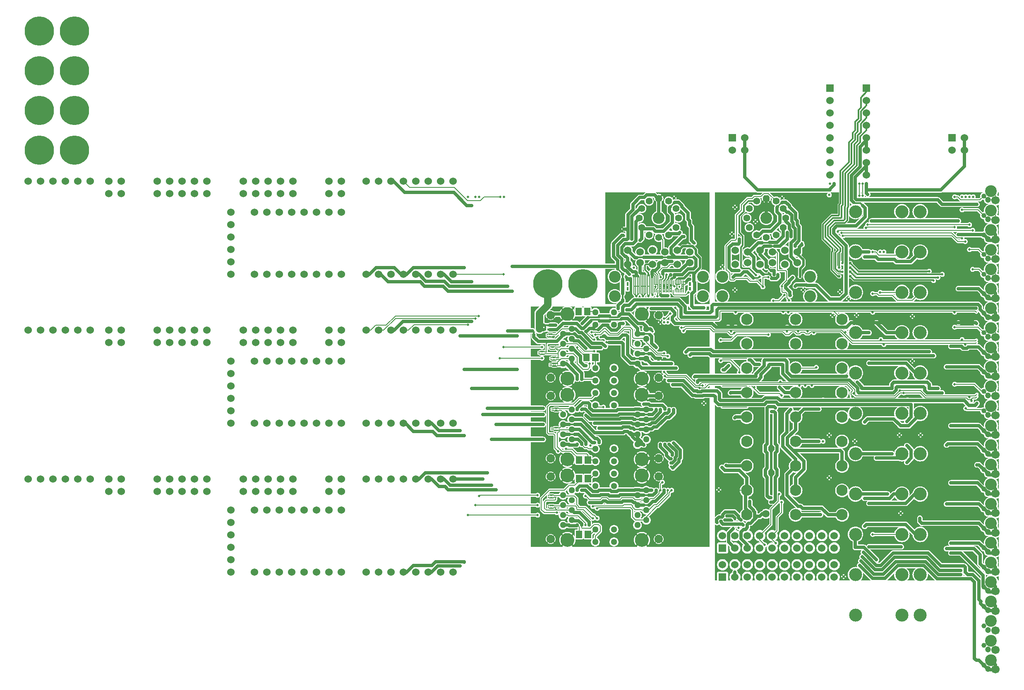
<source format=gbr>
G04 start of page 7 for group 5 idx 5 *
G04 Title: (unknown), bottom *
G04 Creator: pcb 4.2.0 *
G04 CreationDate: Mon Jul 20 21:55:51 2020 UTC *
G04 For: commonadmin *
G04 Format: Gerber/RS-274X *
G04 PCB-Dimensions (mil): 24000.00 18000.00 *
G04 PCB-Coordinate-Origin: lower left *
%MOIN*%
%FSLAX25Y25*%
%LNBOTTOM*%
%ADD180C,0.1870*%
%ADD179C,0.0354*%
%ADD178C,0.0630*%
%ADD177C,0.0380*%
%ADD176C,0.0886*%
%ADD175C,0.0295*%
%ADD174C,0.0492*%
%ADD173C,0.0197*%
%ADD172C,0.0787*%
%ADD171C,0.0350*%
%ADD170C,0.0118*%
%ADD169C,0.0100*%
%ADD168C,0.0240*%
%ADD167C,0.0551*%
%ADD166C,0.2362*%
%ADD165C,0.0512*%
%ADD164C,0.1102*%
%ADD163C,0.0906*%
%ADD162C,0.1043*%
%ADD161C,0.0472*%
%ADD160C,0.0669*%
%ADD159C,0.0394*%
%ADD158C,0.0945*%
%ADD157C,0.0200*%
%ADD156C,0.0600*%
%ADD155C,0.0150*%
%ADD154C,0.0160*%
%ADD153C,0.0180*%
%ADD152C,0.0120*%
%ADD151C,0.0140*%
%ADD150C,0.0060*%
%ADD149C,0.0250*%
%ADD148C,0.0001*%
G54D148*G36*
X510394Y433539D02*X510475Y433489D01*
X510803Y433354D01*
X510833Y433346D01*
X510785Y433289D01*
X510394D01*
Y433539D01*
G37*
G36*
X561495Y440250D02*X564500D01*
Y320500D01*
X561495D01*
Y435322D01*
X561509Y435321D01*
X561587Y435330D01*
X561663Y435352D01*
X561734Y435385D01*
X561800Y435428D01*
X561857Y435482D01*
X561906Y435543D01*
X561945Y435612D01*
X561972Y435686D01*
X561986Y435763D01*
X562004Y436000D01*
X561989Y436237D01*
X561974Y436315D01*
X561946Y436389D01*
X561908Y436458D01*
X561859Y436520D01*
X561801Y436573D01*
X561735Y436617D01*
X561663Y436650D01*
X561587Y436671D01*
X561509Y436681D01*
X561495Y436680D01*
Y440250D01*
G37*
G36*
X560001Y439979D02*X560025Y439989D01*
X560327Y440174D01*
X560415Y440250D01*
X561495D01*
Y436680D01*
X561430Y436677D01*
X561352Y436662D01*
X561278Y436635D01*
X561209Y436596D01*
X561147Y436547D01*
X561094Y436489D01*
X561050Y436423D01*
X561017Y436351D01*
X560996Y436275D01*
X560986Y436197D01*
X560991Y436118D01*
X561000Y436000D01*
X560993Y435882D01*
X560988Y435803D01*
X560997Y435725D01*
X561019Y435649D01*
X561052Y435578D01*
X561095Y435512D01*
X561149Y435454D01*
X561210Y435406D01*
X561279Y435367D01*
X561353Y435340D01*
X561430Y435324D01*
X561495Y435322D01*
Y320500D01*
X560001D01*
Y433997D01*
X560237Y434011D01*
X560315Y434026D01*
X560389Y434054D01*
X560458Y434092D01*
X560520Y434141D01*
X560573Y434199D01*
X560617Y434265D01*
X560650Y434337D01*
X560671Y434413D01*
X560681Y434491D01*
X560677Y434570D01*
X560662Y434648D01*
X560635Y434722D01*
X560596Y434791D01*
X560547Y434853D01*
X560489Y434906D01*
X560423Y434950D01*
X560351Y434983D01*
X560275Y435004D01*
X560197Y435014D01*
X560118Y435009D01*
X560001Y435000D01*
Y437000D01*
X560118Y436993D01*
X560197Y436988D01*
X560275Y436997D01*
X560351Y437019D01*
X560422Y437052D01*
X560488Y437095D01*
X560546Y437149D01*
X560594Y437210D01*
X560633Y437279D01*
X560660Y437353D01*
X560676Y437430D01*
X560679Y437509D01*
X560670Y437587D01*
X560648Y437663D01*
X560615Y437734D01*
X560572Y437800D01*
X560518Y437857D01*
X560457Y437906D01*
X560388Y437945D01*
X560314Y437972D01*
X560237Y437986D01*
X560001Y438003D01*
Y439979D01*
G37*
G36*
X558505Y439750D02*X558912D01*
X559000Y439743D01*
X559353Y439771D01*
X559353Y439771D01*
X559697Y439854D01*
X560001Y439979D01*
Y438003D01*
X560000Y438004D01*
X559763Y437989D01*
X559685Y437974D01*
X559611Y437946D01*
X559542Y437908D01*
X559480Y437859D01*
X559427Y437801D01*
X559383Y437735D01*
X559350Y437663D01*
X559329Y437587D01*
X559319Y437509D01*
X559323Y437430D01*
X559338Y437352D01*
X559365Y437278D01*
X559404Y437209D01*
X559453Y437147D01*
X559511Y437094D01*
X559577Y437050D01*
X559649Y437017D01*
X559725Y436996D01*
X559803Y436987D01*
X559882Y436991D01*
X560000Y437000D01*
X560001Y437000D01*
Y435000D01*
X560000Y435000D01*
X559882Y435007D01*
X559803Y435012D01*
X559725Y435003D01*
X559649Y434981D01*
X559578Y434948D01*
X559512Y434905D01*
X559454Y434851D01*
X559406Y434790D01*
X559367Y434721D01*
X559340Y434647D01*
X559324Y434570D01*
X559321Y434491D01*
X559330Y434413D01*
X559352Y434337D01*
X559385Y434266D01*
X559428Y434200D01*
X559482Y434143D01*
X559543Y434094D01*
X559612Y434055D01*
X559686Y434028D01*
X559763Y434014D01*
X560000Y433996D01*
X560001Y433997D01*
Y320500D01*
X558505D01*
Y435320D01*
X558570Y435323D01*
X558648Y435338D01*
X558722Y435365D01*
X558791Y435404D01*
X558853Y435453D01*
X558906Y435511D01*
X558950Y435577D01*
X558983Y435649D01*
X559004Y435725D01*
X559013Y435803D01*
X559009Y435882D01*
X559000Y436000D01*
X559007Y436118D01*
X559012Y436197D01*
X559003Y436275D01*
X558981Y436351D01*
X558948Y436422D01*
X558905Y436488D01*
X558851Y436546D01*
X558790Y436594D01*
X558721Y436633D01*
X558647Y436660D01*
X558570Y436676D01*
X558505Y436678D01*
Y439750D01*
G37*
G36*
X533000Y361169D02*X533055Y361233D01*
X533055Y361234D01*
X533162Y361408D01*
X533240Y361597D01*
X533288Y361796D01*
X533304Y362000D01*
X533300Y362051D01*
Y363462D01*
X533845Y364006D01*
X534000Y363994D01*
X534314Y364019D01*
X534620Y364092D01*
X534911Y364212D01*
X535179Y364377D01*
X535419Y364581D01*
X535623Y364821D01*
X535788Y365089D01*
X535908Y365380D01*
X535981Y365686D01*
X536000Y366000D01*
X535981Y366314D01*
X535908Y366620D01*
X535788Y366911D01*
X535623Y367179D01*
X535419Y367419D01*
X535179Y367623D01*
X534911Y367788D01*
X534620Y367908D01*
X534314Y367981D01*
X534000Y368006D01*
X533686Y367981D01*
X533380Y367908D01*
X533089Y367788D01*
X533000Y367733D01*
Y382958D01*
X533174Y382673D01*
X533404Y382404D01*
X533673Y382174D01*
X533975Y381989D01*
X534303Y381854D01*
X534647Y381771D01*
X535000Y381743D01*
X535353Y381771D01*
X535697Y381854D01*
X536025Y381989D01*
X536327Y382174D01*
X536591Y382409D01*
X541529Y387347D01*
X541596Y387404D01*
X541826Y387673D01*
X541826Y387673D01*
X542011Y387975D01*
X542146Y388303D01*
X542229Y388647D01*
X542257Y389000D01*
X542250Y389088D01*
Y390068D01*
X542529Y390347D01*
X542596Y390404D01*
X542826Y390673D01*
X542826Y390673D01*
X543011Y390975D01*
X543146Y391303D01*
X543229Y391647D01*
X543257Y392000D01*
X543250Y392088D01*
Y398412D01*
X543257Y398500D01*
X543229Y398853D01*
X543146Y399197D01*
X543107Y399293D01*
X543011Y399525D01*
X542896Y399712D01*
X542826Y399827D01*
X542826Y399827D01*
X542596Y400096D01*
X542529Y400153D01*
X537091Y405591D01*
X536827Y405826D01*
X536525Y406011D01*
X536197Y406146D01*
X535853Y406229D01*
X535500Y406257D01*
X535147Y406229D01*
X534803Y406146D01*
X534475Y406011D01*
X534173Y405826D01*
X533904Y405596D01*
X533674Y405327D01*
X533489Y405025D01*
X533385Y404774D01*
X533327Y404826D01*
X533025Y405011D01*
X533000Y405021D01*
Y422877D01*
X533077Y422924D01*
X533346Y423154D01*
X533403Y423221D01*
X537029Y426847D01*
X537096Y426904D01*
X537326Y427173D01*
X537326Y427173D01*
X537511Y427475D01*
X537646Y427803D01*
X537729Y428147D01*
X537757Y428500D01*
X537750Y428588D01*
Y431000D01*
X537729Y431353D01*
X537646Y431697D01*
X537511Y432025D01*
X537326Y432327D01*
X537096Y432596D01*
X536827Y432826D01*
X536525Y433011D01*
X536197Y433146D01*
X535853Y433229D01*
X535500Y433257D01*
X535147Y433229D01*
X534803Y433146D01*
X534475Y433011D01*
X534173Y432826D01*
X533904Y432596D01*
X533750Y432415D01*
X533596Y432596D01*
X533327Y432826D01*
X533025Y433011D01*
X533000Y433021D01*
Y449958D01*
X533174Y449673D01*
X533404Y449404D01*
X533673Y449174D01*
X533975Y448989D01*
X534303Y448854D01*
X534647Y448771D01*
X535000Y448750D01*
X541568D01*
X549347Y440971D01*
X549404Y440904D01*
X549673Y440674D01*
X549673Y440674D01*
X549861Y440559D01*
X549975Y440489D01*
X550303Y440354D01*
X550647Y440271D01*
X550647D01*
X551000Y440243D01*
X551088Y440250D01*
X552085D01*
X552173Y440174D01*
X552173Y440174D01*
X552361Y440059D01*
X552475Y439989D01*
X552803Y439854D01*
X553147Y439771D01*
X553147D01*
X553500Y439743D01*
X553588Y439750D01*
X558505D01*
Y436678D01*
X558491Y436679D01*
X558413Y436670D01*
X558337Y436648D01*
X558266Y436615D01*
X558200Y436572D01*
X558143Y436518D01*
X558094Y436457D01*
X558055Y436388D01*
X558028Y436314D01*
X558014Y436237D01*
X557996Y436000D01*
X558011Y435763D01*
X558026Y435685D01*
X558054Y435611D01*
X558092Y435542D01*
X558141Y435480D01*
X558199Y435427D01*
X558265Y435383D01*
X558337Y435350D01*
X558413Y435329D01*
X558491Y435319D01*
X558505Y435320D01*
Y320500D01*
X533000D01*
Y361169D01*
G37*
G36*
X526810Y442681D02*X526837Y442478D01*
X526850Y442181D01*
X526837Y441885D01*
X526810Y441681D01*
Y442681D01*
G37*
G36*
Y456930D02*X526847Y456870D01*
X526850Y456787D01*
X526837Y456491D01*
X526810Y456287D01*
Y456930D01*
G37*
G36*
Y459886D02*X526821Y459877D01*
X527089Y459712D01*
X527316Y459619D01*
X527081Y459419D01*
X526877Y459179D01*
X526810Y459070D01*
Y459886D01*
G37*
G36*
X533000Y433021D02*X532697Y433146D01*
X532353Y433229D01*
X532000Y433257D01*
X531647Y433229D01*
X531303Y433146D01*
X530975Y433011D01*
X530728Y432859D01*
X530646Y433197D01*
X530607Y433293D01*
X530511Y433525D01*
X530396Y433712D01*
X530326Y433827D01*
X530326Y433827D01*
X530096Y434096D01*
X530029Y434153D01*
X528153Y436029D01*
X528096Y436096D01*
X527827Y436326D01*
X527827Y436326D01*
X527712Y436396D01*
X527525Y436511D01*
X527293Y436607D01*
X527197Y436646D01*
X526853Y436729D01*
X526810Y436733D01*
Y440030D01*
X526908Y440177D01*
X527072Y440486D01*
X527208Y440809D01*
X527315Y441142D01*
X527392Y441484D01*
X527439Y441831D01*
X527454Y442181D01*
X527439Y442531D01*
X527392Y442878D01*
X527315Y443220D01*
X527208Y443553D01*
X527072Y443876D01*
X526908Y444185D01*
X526810Y444336D01*
Y454636D01*
X526908Y454783D01*
X527072Y455092D01*
X527208Y455415D01*
X527315Y455749D01*
X527392Y456090D01*
X527422Y456315D01*
X527589Y456212D01*
X527880Y456092D01*
X528186Y456019D01*
X528500Y455994D01*
X528662Y456007D01*
X528733Y455945D01*
X528734Y455945D01*
X528842Y455879D01*
X528908Y455838D01*
X529097Y455760D01*
X529296Y455712D01*
X529296Y455712D01*
X529500Y455696D01*
X529551Y455700D01*
X529597D01*
X529489Y455525D01*
X529354Y455197D01*
X529271Y454853D01*
X529243Y454500D01*
X529271Y454147D01*
X529354Y453803D01*
X529489Y453475D01*
X529674Y453173D01*
X529904Y452904D01*
X530173Y452674D01*
X530475Y452489D01*
X530803Y452354D01*
X531147Y452271D01*
X531500Y452250D01*
X532646D01*
X532592Y452120D01*
X532519Y451814D01*
X532494Y451500D01*
X532519Y451186D01*
X532592Y450880D01*
X532712Y450589D01*
X532831Y450395D01*
X532854Y450303D01*
X532989Y449975D01*
X533000Y449958D01*
Y433021D01*
G37*
G36*
X526810Y436733D02*X526500Y436757D01*
X526412Y436750D01*
X523506D01*
Y438231D01*
X523854Y438246D01*
X524201Y438293D01*
X524543Y438370D01*
X524876Y438477D01*
X525199Y438613D01*
X525508Y438777D01*
X525802Y438968D01*
X525839Y438998D01*
X525870Y439034D01*
X525895Y439075D01*
X525914Y439119D01*
X525925Y439165D01*
X525929Y439213D01*
X525926Y439260D01*
X525915Y439307D01*
X525897Y439351D01*
X525873Y439392D01*
X525842Y439429D01*
X525806Y439460D01*
X525765Y439485D01*
X525721Y439504D01*
X525675Y439515D01*
X525627Y439519D01*
X525580Y439516D01*
X525533Y439505D01*
X525489Y439487D01*
X525449Y439462D01*
X525202Y439297D01*
X524940Y439158D01*
X524666Y439043D01*
X524384Y438952D01*
X524094Y438887D01*
X523800Y438848D01*
X523506Y438835D01*
Y439931D01*
X523857Y439952D01*
X524201Y440035D01*
X524529Y440170D01*
X524831Y440355D01*
X525100Y440585D01*
X525330Y440855D01*
X525515Y441156D01*
X525650Y441484D01*
X525733Y441828D01*
X525761Y442181D01*
X525733Y442534D01*
X525650Y442879D01*
X525515Y443206D01*
X525330Y443508D01*
X525100Y443777D01*
X524831Y444007D01*
X524529Y444192D01*
X524201Y444328D01*
X523857Y444410D01*
X523506Y444431D01*
Y445527D01*
X523800Y445514D01*
X524094Y445475D01*
X524384Y445410D01*
X524666Y445319D01*
X524940Y445204D01*
X525202Y445065D01*
X525451Y444903D01*
X525491Y444878D01*
X525534Y444860D01*
X525580Y444850D01*
X525627Y444846D01*
X525674Y444850D01*
X525720Y444862D01*
X525764Y444880D01*
X525804Y444905D01*
X525840Y444936D01*
X525870Y444972D01*
X525894Y445012D01*
X525912Y445056D01*
X525923Y445102D01*
X525926Y445149D01*
X525922Y445196D01*
X525911Y445242D01*
X525892Y445286D01*
X525867Y445326D01*
X525836Y445361D01*
X525800Y445391D01*
X525508Y445585D01*
X525199Y445749D01*
X524876Y445885D01*
X524543Y445992D01*
X524201Y446069D01*
X523854Y446116D01*
X523506Y446131D01*
Y452837D01*
X523854Y452853D01*
X524201Y452899D01*
X524543Y452976D01*
X524876Y453083D01*
X525199Y453219D01*
X525508Y453383D01*
X525802Y453574D01*
X525839Y453605D01*
X525870Y453641D01*
X525895Y453681D01*
X525914Y453725D01*
X525925Y453772D01*
X525929Y453819D01*
X525926Y453867D01*
X525915Y453913D01*
X525897Y453958D01*
X525873Y453998D01*
X525842Y454035D01*
X525806Y454066D01*
X525765Y454091D01*
X525721Y454110D01*
X525675Y454122D01*
X525627Y454126D01*
X525580Y454122D01*
X525533Y454111D01*
X525489Y454094D01*
X525449Y454068D01*
X525202Y453904D01*
X524940Y453765D01*
X524666Y453649D01*
X524384Y453559D01*
X524094Y453493D01*
X523800Y453454D01*
X523506Y453441D01*
Y460134D01*
X523800Y460121D01*
X524094Y460081D01*
X524384Y460016D01*
X524666Y459925D01*
X524940Y459810D01*
X525202Y459671D01*
X525451Y459509D01*
X525491Y459484D01*
X525534Y459466D01*
X525580Y459456D01*
X525627Y459452D01*
X525674Y459457D01*
X525720Y459468D01*
X525764Y459486D01*
X525804Y459511D01*
X525840Y459542D01*
X525870Y459578D01*
X525894Y459619D01*
X525912Y459663D01*
X525923Y459709D01*
X525926Y459756D01*
X525922Y459803D01*
X525911Y459848D01*
X525892Y459892D01*
X525867Y459932D01*
X525836Y459968D01*
X525800Y459997D01*
X525508Y460191D01*
X525199Y460356D01*
X524876Y460492D01*
X524543Y460599D01*
X524201Y460676D01*
X523854Y460722D01*
X523506Y460738D01*
Y462250D01*
X526146D01*
X526092Y462120D01*
X526019Y461814D01*
X525994Y461500D01*
X526019Y461186D01*
X526092Y460880D01*
X526212Y460589D01*
X526377Y460321D01*
X526581Y460081D01*
X526810Y459886D01*
Y459070D01*
X526770Y459004D01*
X526717Y459085D01*
X526687Y459122D01*
X526651Y459153D01*
X526610Y459179D01*
X526566Y459197D01*
X526520Y459209D01*
X526472Y459213D01*
X526425Y459209D01*
X526378Y459199D01*
X526334Y459181D01*
X526293Y459156D01*
X526256Y459125D01*
X526225Y459089D01*
X526200Y459049D01*
X526181Y459005D01*
X526170Y458958D01*
X526166Y458911D01*
X526169Y458863D01*
X526180Y458817D01*
X526198Y458773D01*
X526223Y458732D01*
X526388Y458485D01*
X526513Y458248D01*
X526494Y458000D01*
X526519Y457686D01*
X526592Y457380D01*
X526712Y457089D01*
X526810Y456930D01*
Y456287D01*
X526798Y456197D01*
X526733Y455907D01*
X526642Y455625D01*
X526527Y455352D01*
X526388Y455089D01*
X526226Y454841D01*
X526201Y454801D01*
X526183Y454757D01*
X526172Y454711D01*
X526169Y454664D01*
X526173Y454617D01*
X526184Y454571D01*
X526203Y454528D01*
X526228Y454487D01*
X526259Y454452D01*
X526295Y454421D01*
X526335Y454397D01*
X526379Y454379D01*
X526425Y454369D01*
X526472Y454365D01*
X526519Y454369D01*
X526565Y454381D01*
X526609Y454399D01*
X526649Y454424D01*
X526684Y454455D01*
X526714Y454492D01*
X526810Y454636D01*
Y444336D01*
X526717Y444479D01*
X526687Y444516D01*
X526651Y444547D01*
X526610Y444572D01*
X526566Y444591D01*
X526520Y444602D01*
X526472Y444607D01*
X526425Y444603D01*
X526378Y444592D01*
X526334Y444574D01*
X526293Y444550D01*
X526256Y444519D01*
X526225Y444483D01*
X526200Y444442D01*
X526181Y444399D01*
X526170Y444352D01*
X526166Y444305D01*
X526169Y444257D01*
X526180Y444211D01*
X526198Y444166D01*
X526223Y444126D01*
X526388Y443879D01*
X526527Y443617D01*
X526642Y443344D01*
X526733Y443061D01*
X526798Y442772D01*
X526810Y442681D01*
Y441681D01*
X526798Y441591D01*
X526733Y441301D01*
X526642Y441019D01*
X526527Y440745D01*
X526388Y440483D01*
X526226Y440234D01*
X526201Y440194D01*
X526183Y440151D01*
X526172Y440105D01*
X526169Y440058D01*
X526173Y440011D01*
X526184Y439965D01*
X526203Y439921D01*
X526228Y439881D01*
X526259Y439845D01*
X526295Y439815D01*
X526335Y439791D01*
X526379Y439773D01*
X526425Y439762D01*
X526472Y439759D01*
X526519Y439763D01*
X526565Y439774D01*
X526609Y439793D01*
X526649Y439818D01*
X526684Y439849D01*
X526714Y439885D01*
X526810Y440030D01*
Y436733D01*
G37*
G36*
X523506Y444431D02*X523504Y444431D01*
X520809D01*
X520805Y444441D01*
X520780Y444481D01*
X520749Y444517D01*
X520713Y444547D01*
X520673Y444571D01*
X520629Y444589D01*
X520583Y444600D01*
X520536Y444603D01*
X520489Y444599D01*
X520443Y444588D01*
X520399Y444569D01*
X520359Y444544D01*
X520324Y444514D01*
X520294Y444477D01*
X520263Y444431D01*
X520198D01*
Y454632D01*
X520291Y454489D01*
X520321Y454453D01*
X520357Y454421D01*
X520398Y454396D01*
X520442Y454378D01*
X520488Y454366D01*
X520536Y454362D01*
X520583Y454365D01*
X520630Y454376D01*
X520674Y454394D01*
X520715Y454419D01*
X520751Y454449D01*
X520783Y454485D01*
X520808Y454526D01*
X520827Y454570D01*
X520838Y454616D01*
X520842Y454664D01*
X520839Y454711D01*
X520828Y454758D01*
X520810Y454802D01*
X520785Y454843D01*
X520620Y455089D01*
X520481Y455352D01*
X520366Y455625D01*
X520275Y455907D01*
X520210Y456197D01*
X520198Y456287D01*
Y457288D01*
X520210Y457378D01*
X520275Y457667D01*
X520366Y457950D01*
X520481Y458223D01*
X520620Y458485D01*
X520782Y458734D01*
X520807Y458774D01*
X520825Y458818D01*
X520836Y458864D01*
X520839Y458911D01*
X520835Y458958D01*
X520823Y459004D01*
X520805Y459047D01*
X520780Y459087D01*
X520749Y459123D01*
X520713Y459153D01*
X520673Y459178D01*
X520629Y459196D01*
X520583Y459206D01*
X520536Y459210D01*
X520489Y459206D01*
X520443Y459194D01*
X520399Y459176D01*
X520359Y459151D01*
X520324Y459120D01*
X520294Y459083D01*
X520198Y458939D01*
Y462250D01*
X523506D01*
Y460738D01*
X523504Y460738D01*
X523154Y460722D01*
X522807Y460676D01*
X522465Y460599D01*
X522132Y460492D01*
X521809Y460356D01*
X521500Y460191D01*
X521206Y460001D01*
X521169Y459970D01*
X521138Y459934D01*
X521113Y459893D01*
X521094Y459850D01*
X521083Y459803D01*
X521078Y459756D01*
X521082Y459708D01*
X521093Y459662D01*
X521111Y459617D01*
X521135Y459576D01*
X521166Y459540D01*
X521202Y459509D01*
X521243Y459483D01*
X521287Y459465D01*
X521333Y459453D01*
X521380Y459449D01*
X521428Y459453D01*
X521475Y459463D01*
X521519Y459481D01*
X521559Y459507D01*
X521806Y459671D01*
X522068Y459810D01*
X522341Y459925D01*
X522624Y460016D01*
X522913Y460081D01*
X523208Y460121D01*
X523504Y460134D01*
X523506Y460134D01*
Y453441D01*
X523504Y453441D01*
X523208Y453454D01*
X522913Y453493D01*
X522624Y453559D01*
X522341Y453649D01*
X522068Y453765D01*
X521806Y453904D01*
X521557Y454065D01*
X521517Y454091D01*
X521474Y454108D01*
X521428Y454119D01*
X521380Y454122D01*
X521333Y454118D01*
X521288Y454107D01*
X521244Y454089D01*
X521204Y454064D01*
X521168Y454033D01*
X521138Y453997D01*
X521114Y453956D01*
X521096Y453912D01*
X521085Y453866D01*
X521082Y453819D01*
X521086Y453772D01*
X521097Y453726D01*
X521116Y453683D01*
X521141Y453643D01*
X521171Y453607D01*
X521208Y453577D01*
X521500Y453383D01*
X521809Y453219D01*
X522132Y453083D01*
X522465Y452976D01*
X522807Y452899D01*
X523154Y452853D01*
X523504Y452837D01*
X523506Y452837D01*
Y446131D01*
X523504Y446131D01*
X523154Y446116D01*
X522807Y446069D01*
X522465Y445992D01*
X522132Y445885D01*
X521809Y445749D01*
X521500Y445585D01*
X521206Y445394D01*
X521169Y445364D01*
X521138Y445328D01*
X521113Y445287D01*
X521094Y445243D01*
X521083Y445197D01*
X521078Y445149D01*
X521082Y445102D01*
X521093Y445055D01*
X521111Y445011D01*
X521135Y444970D01*
X521166Y444934D01*
X521202Y444902D01*
X521243Y444877D01*
X521287Y444858D01*
X521333Y444847D01*
X521380Y444843D01*
X521428Y444846D01*
X521475Y444857D01*
X521519Y444875D01*
X521559Y444900D01*
X521806Y445065D01*
X522068Y445204D01*
X522341Y445319D01*
X522624Y445410D01*
X522913Y445475D01*
X523208Y445514D01*
X523504Y445528D01*
X523506Y445527D01*
Y444431D01*
G37*
G36*
X520198Y456287D02*X520171Y456491D01*
X520157Y456787D01*
X520171Y457084D01*
X520198Y457288D01*
Y456287D01*
G37*
G36*
X515454Y456761D02*X515490Y456487D01*
X515512Y456000D01*
X515490Y455513D01*
X515454Y455239D01*
Y456761D01*
G37*
G36*
X520198Y444431D02*X516346D01*
X516290Y444678D01*
X516115Y445227D01*
X515891Y445758D01*
X515622Y446267D01*
X515454Y446527D01*
Y452448D01*
X515622Y452701D01*
X515891Y453211D01*
X516115Y453742D01*
X516290Y454291D01*
X516416Y454853D01*
X516493Y455424D01*
X516518Y456000D01*
X516493Y456576D01*
X516416Y457147D01*
X516290Y457709D01*
X516115Y458258D01*
X515891Y458789D01*
X515622Y459299D01*
X515454Y459558D01*
Y462250D01*
X520198D01*
Y458939D01*
X520100Y458792D01*
X519936Y458482D01*
X519800Y458160D01*
X519693Y457826D01*
X519616Y457484D01*
X519569Y457137D01*
X519554Y456787D01*
X519569Y456437D01*
X519616Y456090D01*
X519693Y455749D01*
X519800Y455415D01*
X519936Y455092D01*
X520100Y454783D01*
X520198Y454632D01*
Y444431D01*
G37*
G36*
X515454Y446527D02*X515309Y446751D01*
X515258Y446812D01*
X515198Y446864D01*
X515130Y446907D01*
X515057Y446938D01*
X514980Y446957D01*
X514901Y446964D01*
X514822Y446958D01*
X514744Y446941D01*
X514670Y446911D01*
X514602Y446870D01*
X514541Y446819D01*
X514489Y446759D01*
X514447Y446691D01*
X514416Y446618D01*
X514396Y446541D01*
X514389Y446462D01*
X514395Y446382D01*
X514413Y446305D01*
X514442Y446231D01*
X514485Y446164D01*
X514754Y445758D01*
X514982Y445327D01*
X515171Y444878D01*
X515313Y444431D01*
X511719D01*
X511591Y444559D01*
X511327Y444794D01*
X511025Y444979D01*
X510697Y445115D01*
X510394Y445188D01*
Y448463D01*
X510487Y448459D01*
X510970Y448394D01*
X511445Y448287D01*
X511909Y448139D01*
X512359Y447950D01*
X512789Y447722D01*
X513198Y447457D01*
X513265Y447416D01*
X513338Y447386D01*
X513415Y447369D01*
X513493Y447363D01*
X513572Y447370D01*
X513648Y447389D01*
X513720Y447420D01*
X513787Y447462D01*
X513846Y447513D01*
X513897Y447574D01*
X513937Y447641D01*
X513967Y447714D01*
X513985Y447791D01*
X513990Y447869D01*
X513983Y447948D01*
X513964Y448024D01*
X513933Y448096D01*
X513891Y448163D01*
X513840Y448223D01*
X513779Y448272D01*
X513299Y448590D01*
X512789Y448860D01*
X512258Y449083D01*
X511709Y449259D01*
X511147Y449385D01*
X510576Y449461D01*
X510394Y449469D01*
Y449499D01*
X510576Y449507D01*
X511147Y449584D01*
X511709Y449710D01*
X512258Y449885D01*
X512789Y450109D01*
X513299Y450378D01*
X513782Y450691D01*
X513844Y450742D01*
X513896Y450802D01*
X513938Y450870D01*
X513969Y450943D01*
X513988Y451020D01*
X513995Y451099D01*
X513990Y451178D01*
X513972Y451256D01*
X513942Y451330D01*
X513901Y451398D01*
X513850Y451459D01*
X513790Y451511D01*
X513723Y451553D01*
X513650Y451584D01*
X513572Y451604D01*
X513493Y451611D01*
X513414Y451605D01*
X513336Y451587D01*
X513263Y451558D01*
X513195Y451515D01*
X512789Y451246D01*
X512359Y451018D01*
X511909Y450829D01*
X511445Y450681D01*
X510970Y450574D01*
X510487Y450510D01*
X510394Y450506D01*
Y461494D01*
X510487Y461490D01*
X510970Y461426D01*
X511445Y461319D01*
X511909Y461171D01*
X512359Y460982D01*
X512789Y460754D01*
X513198Y460489D01*
X513265Y460447D01*
X513338Y460418D01*
X513415Y460400D01*
X513493Y460395D01*
X513572Y460402D01*
X513648Y460421D01*
X513720Y460451D01*
X513787Y460493D01*
X513846Y460545D01*
X513897Y460605D01*
X513937Y460673D01*
X513967Y460746D01*
X513985Y460822D01*
X513990Y460901D01*
X513983Y460979D01*
X513964Y461056D01*
X513933Y461128D01*
X513891Y461195D01*
X513840Y461254D01*
X513779Y461303D01*
X513299Y461622D01*
X512789Y461891D01*
X512258Y462115D01*
X511835Y462250D01*
X515454D01*
Y459558D01*
X515309Y459782D01*
X515258Y459844D01*
X515198Y459896D01*
X515130Y459938D01*
X515057Y459969D01*
X514980Y459988D01*
X514901Y459995D01*
X514822Y459990D01*
X514744Y459972D01*
X514670Y459942D01*
X514602Y459901D01*
X514541Y459850D01*
X514489Y459790D01*
X514447Y459723D01*
X514416Y459650D01*
X514396Y459572D01*
X514389Y459493D01*
X514395Y459414D01*
X514413Y459336D01*
X514442Y459263D01*
X514485Y459195D01*
X514754Y458789D01*
X514982Y458359D01*
X515171Y457909D01*
X515319Y457445D01*
X515426Y456970D01*
X515454Y456761D01*
Y455239D01*
X515426Y455030D01*
X515319Y454555D01*
X515171Y454091D01*
X514982Y453641D01*
X514754Y453211D01*
X514489Y452802D01*
X514447Y452735D01*
X514418Y452662D01*
X514400Y452585D01*
X514395Y452507D01*
X514402Y452428D01*
X514421Y452352D01*
X514451Y452280D01*
X514493Y452213D01*
X514545Y452154D01*
X514605Y452103D01*
X514673Y452063D01*
X514746Y452033D01*
X514822Y452015D01*
X514901Y452010D01*
X514979Y452017D01*
X515056Y452036D01*
X515128Y452067D01*
X515195Y452109D01*
X515254Y452160D01*
X515303Y452221D01*
X515454Y452448D01*
Y446527D01*
G37*
G36*
X523506Y436750D02*X517432D01*
X517153Y437029D01*
X517096Y437096D01*
X516827Y437326D01*
X516827Y437326D01*
X516712Y437396D01*
X516525Y437511D01*
X516293Y437607D01*
X516197Y437646D01*
X515853Y437729D01*
X515500Y437757D01*
X515412Y437750D01*
X513878D01*
X513896Y437771D01*
X513938Y437838D01*
X513969Y437911D01*
X513988Y437988D01*
X513995Y438068D01*
X513990Y438147D01*
X513972Y438225D01*
X513942Y438298D01*
X513901Y438367D01*
X513850Y438427D01*
X513790Y438480D01*
X513723Y438522D01*
X513650Y438553D01*
X513572Y438572D01*
X513493Y438579D01*
X513414Y438574D01*
X513336Y438556D01*
X513263Y438526D01*
X513195Y438484D01*
X512789Y438215D01*
X512359Y437987D01*
X511909Y437798D01*
X511759Y437750D01*
X511500D01*
X511147Y437729D01*
X510803Y437646D01*
X510475Y437511D01*
X510417Y437475D01*
X510394Y437474D01*
Y439962D01*
X510434Y439952D01*
X510434D01*
X510787Y439924D01*
X510876Y439931D01*
X514593D01*
X514489Y439770D01*
X514447Y439704D01*
X514418Y439631D01*
X514400Y439554D01*
X514395Y439475D01*
X514402Y439397D01*
X514421Y439321D01*
X514451Y439248D01*
X514493Y439181D01*
X514545Y439122D01*
X514605Y439072D01*
X514673Y439031D01*
X514746Y439002D01*
X514822Y438984D01*
X514901Y438979D01*
X514979Y438985D01*
X515056Y439005D01*
X515128Y439035D01*
X515195Y439077D01*
X515254Y439129D01*
X515303Y439190D01*
X515622Y439670D01*
X515760Y439931D01*
X520260D01*
X520291Y439883D01*
X520321Y439846D01*
X520357Y439815D01*
X520398Y439790D01*
X520442Y439771D01*
X520488Y439760D01*
X520536Y439756D01*
X520583Y439759D01*
X520630Y439770D01*
X520674Y439788D01*
X520715Y439812D01*
X520751Y439843D01*
X520783Y439879D01*
X520808Y439920D01*
X520813Y439931D01*
X523504D01*
X523506Y439931D01*
Y438835D01*
X523504Y438835D01*
X523208Y438848D01*
X522913Y438887D01*
X522624Y438952D01*
X522341Y439043D01*
X522068Y439158D01*
X521806Y439297D01*
X521557Y439459D01*
X521517Y439484D01*
X521474Y439502D01*
X521428Y439513D01*
X521380Y439516D01*
X521333Y439512D01*
X521288Y439501D01*
X521244Y439482D01*
X521204Y439457D01*
X521168Y439426D01*
X521138Y439390D01*
X521114Y439350D01*
X521096Y439306D01*
X521085Y439260D01*
X521082Y439213D01*
X521086Y439166D01*
X521097Y439120D01*
X521116Y439077D01*
X521141Y439036D01*
X521171Y439001D01*
X521208Y438971D01*
X521500Y438777D01*
X521809Y438613D01*
X522132Y438477D01*
X522465Y438370D01*
X522807Y438293D01*
X523154Y438246D01*
X523504Y438231D01*
X523506Y438231D01*
Y436750D01*
G37*
G36*
X526810Y392288D02*X526837Y392084D01*
X526850Y391787D01*
X526837Y391491D01*
X526810Y391287D01*
Y392288D01*
G37*
G36*
Y377681D02*X526837Y377478D01*
X526850Y377181D01*
X526837Y376885D01*
X526810Y376681D01*
Y377681D01*
G37*
G36*
Y418628D02*X530682Y422500D01*
X531662D01*
X531750Y422493D01*
X532103Y422521D01*
X532103Y422521D01*
X532447Y422604D01*
X532775Y422739D01*
X533000Y422877D01*
Y405021D01*
X532697Y405146D01*
X532353Y405229D01*
X532000Y405257D01*
X531647Y405229D01*
X531303Y405146D01*
X530975Y405011D01*
X530673Y404826D01*
X530404Y404596D01*
X530250Y404415D01*
X530096Y404596D01*
X529827Y404826D01*
X529525Y405011D01*
X529197Y405146D01*
X528853Y405229D01*
X528500Y405257D01*
X528147Y405229D01*
X527803Y405146D01*
X527475Y405011D01*
X527173Y404826D01*
X526904Y404596D01*
X526810Y404486D01*
Y418628D01*
G37*
G36*
X533000Y367733D02*X532821Y367623D01*
X532581Y367419D01*
X532500Y367323D01*
X532419Y367419D01*
X532179Y367623D01*
X531911Y367788D01*
X531620Y367908D01*
X531314Y367981D01*
X531000Y368006D01*
X530686Y367981D01*
X530380Y367908D01*
X530089Y367788D01*
X529821Y367623D01*
X529677Y367501D01*
X529596Y367596D01*
X529327Y367826D01*
X529025Y368011D01*
X528697Y368146D01*
X528353Y368229D01*
X528000Y368257D01*
X527647Y368229D01*
X527303Y368146D01*
X526975Y368011D01*
X526810Y367910D01*
Y370518D01*
X526814Y370519D01*
X527120Y370592D01*
X527411Y370712D01*
X527679Y370877D01*
X527919Y371081D01*
X528123Y371321D01*
X528288Y371589D01*
X528408Y371880D01*
X528481Y372186D01*
X528500Y372500D01*
X528481Y372814D01*
X528408Y373120D01*
X528288Y373411D01*
X528123Y373679D01*
X527919Y373919D01*
X527679Y374123D01*
X527411Y374288D01*
X527120Y374408D01*
X526814Y374481D01*
X526810Y374482D01*
Y375030D01*
X526908Y375177D01*
X527072Y375486D01*
X527208Y375809D01*
X527315Y376142D01*
X527392Y376484D01*
X527439Y376831D01*
X527454Y377181D01*
X527439Y377531D01*
X527392Y377878D01*
X527315Y378220D01*
X527208Y378553D01*
X527072Y378876D01*
X526908Y379185D01*
X526810Y379336D01*
Y389636D01*
X526908Y389783D01*
X527072Y390092D01*
X527208Y390415D01*
X527315Y390749D01*
X527392Y391090D01*
X527439Y391437D01*
X527454Y391787D01*
X527439Y392137D01*
X527392Y392484D01*
X527315Y392826D01*
X527208Y393160D01*
X527072Y393482D01*
X526908Y393792D01*
X526810Y393943D01*
Y396008D01*
X527750Y395068D01*
Y394088D01*
X527743Y394000D01*
X527771Y393647D01*
Y393647D01*
X527854Y393303D01*
X527989Y392975D01*
X528059Y392861D01*
X528174Y392673D01*
X528174Y392673D01*
X528404Y392404D01*
X528471Y392347D01*
X530847Y389971D01*
X530904Y389904D01*
X531173Y389674D01*
X531173Y389674D01*
X531361Y389559D01*
X531475Y389489D01*
X531725Y389386D01*
X531674Y389327D01*
X531489Y389025D01*
X531354Y388697D01*
X531271Y388353D01*
X531243Y388000D01*
X531271Y387647D01*
X531354Y387303D01*
X531489Y386975D01*
X531674Y386673D01*
X531904Y386404D01*
X531999Y386323D01*
X531877Y386179D01*
X531712Y385911D01*
X531592Y385620D01*
X531519Y385314D01*
X531494Y385000D01*
X531519Y384686D01*
X531592Y384380D01*
X531712Y384089D01*
X531877Y383821D01*
X532081Y383581D01*
X532321Y383377D01*
X532589Y383212D01*
X532880Y383092D01*
X532947Y383076D01*
X532989Y382975D01*
X533000Y382958D01*
Y367733D01*
G37*
G36*
X523502Y415324D02*X523596Y415404D01*
X523653Y415471D01*
X526810Y418628D01*
Y404486D01*
X526750Y404415D01*
X526596Y404596D01*
X526327Y404826D01*
X526025Y405011D01*
X525697Y405146D01*
X525353Y405229D01*
X525000Y405257D01*
X524647Y405229D01*
X524303Y405146D01*
X523975Y405011D01*
X523673Y404826D01*
X523502Y404680D01*
Y415324D01*
G37*
G36*
Y373231D02*X523504Y373231D01*
X523854Y373246D01*
X524201Y373293D01*
X524543Y373370D01*
X524723Y373428D01*
X524712Y373411D01*
X524592Y373120D01*
X524519Y372814D01*
X524494Y372500D01*
X524506Y372345D01*
X524117Y371955D01*
X524078Y371922D01*
X523945Y371766D01*
X523838Y371592D01*
X523760Y371403D01*
X523712Y371204D01*
X523712Y371204D01*
X523696Y371000D01*
X523700Y370949D01*
Y367520D01*
X523581Y367419D01*
X523502Y367326D01*
Y373231D01*
G37*
G36*
X526810Y374482D02*X526500Y374506D01*
X526186Y374481D01*
X525880Y374408D01*
X525865Y374402D01*
X525842Y374429D01*
X525806Y374460D01*
X525765Y374485D01*
X525721Y374504D01*
X525675Y374515D01*
X525627Y374519D01*
X525580Y374516D01*
X525533Y374505D01*
X525489Y374487D01*
X525449Y374462D01*
X525202Y374297D01*
X524940Y374158D01*
X524666Y374043D01*
X524384Y373952D01*
X524094Y373887D01*
X523800Y373848D01*
X523504Y373835D01*
X523502Y373835D01*
Y380527D01*
X523504Y380528D01*
X523800Y380514D01*
X524094Y380475D01*
X524384Y380410D01*
X524666Y380319D01*
X524940Y380204D01*
X525202Y380065D01*
X525451Y379903D01*
X525491Y379878D01*
X525534Y379860D01*
X525580Y379850D01*
X525627Y379846D01*
X525674Y379850D01*
X525720Y379862D01*
X525764Y379880D01*
X525804Y379905D01*
X525840Y379936D01*
X525870Y379972D01*
X525894Y380012D01*
X525912Y380056D01*
X525923Y380102D01*
X525926Y380149D01*
X525922Y380196D01*
X525911Y380242D01*
X525892Y380286D01*
X525867Y380326D01*
X525836Y380361D01*
X525800Y380391D01*
X525508Y380585D01*
X525199Y380749D01*
X524876Y380885D01*
X524543Y380992D01*
X524201Y381069D01*
X523854Y381116D01*
X523504Y381131D01*
X523502Y381131D01*
Y387837D01*
X523504Y387837D01*
X523854Y387853D01*
X524201Y387899D01*
X524543Y387976D01*
X524876Y388083D01*
X525199Y388219D01*
X525508Y388383D01*
X525802Y388574D01*
X525839Y388605D01*
X525870Y388641D01*
X525895Y388681D01*
X525914Y388725D01*
X525925Y388772D01*
X525929Y388819D01*
X525926Y388867D01*
X525915Y388913D01*
X525897Y388958D01*
X525873Y388998D01*
X525842Y389035D01*
X525806Y389066D01*
X525765Y389091D01*
X525721Y389110D01*
X525675Y389122D01*
X525627Y389126D01*
X525580Y389122D01*
X525533Y389111D01*
X525489Y389094D01*
X525449Y389068D01*
X525202Y388904D01*
X524940Y388765D01*
X524666Y388649D01*
X524384Y388559D01*
X524094Y388493D01*
X523800Y388454D01*
X523504Y388441D01*
X523502Y388441D01*
Y395134D01*
X523504Y395134D01*
X523800Y395121D01*
X524094Y395081D01*
X524384Y395016D01*
X524666Y394925D01*
X524940Y394810D01*
X525202Y394671D01*
X525451Y394509D01*
X525491Y394484D01*
X525534Y394466D01*
X525580Y394456D01*
X525627Y394452D01*
X525674Y394457D01*
X525720Y394468D01*
X525764Y394486D01*
X525804Y394511D01*
X525840Y394542D01*
X525870Y394578D01*
X525894Y394619D01*
X525912Y394663D01*
X525923Y394709D01*
X525926Y394756D01*
X525922Y394803D01*
X525911Y394848D01*
X525892Y394892D01*
X525867Y394932D01*
X525836Y394968D01*
X525800Y394997D01*
X525508Y395191D01*
X525199Y395356D01*
X524876Y395492D01*
X524543Y395599D01*
X524201Y395676D01*
X523854Y395722D01*
X523504Y395738D01*
X523502Y395738D01*
Y399316D01*
X526810Y396008D01*
Y393943D01*
X526717Y394085D01*
X526687Y394122D01*
X526651Y394153D01*
X526610Y394179D01*
X526566Y394197D01*
X526520Y394209D01*
X526472Y394213D01*
X526425Y394209D01*
X526378Y394199D01*
X526334Y394181D01*
X526293Y394156D01*
X526256Y394125D01*
X526225Y394089D01*
X526200Y394049D01*
X526181Y394005D01*
X526170Y393958D01*
X526166Y393911D01*
X526169Y393863D01*
X526180Y393817D01*
X526198Y393773D01*
X526223Y393732D01*
X526388Y393485D01*
X526527Y393223D01*
X526642Y392950D01*
X526733Y392667D01*
X526798Y392378D01*
X526810Y392288D01*
Y391287D01*
X526798Y391197D01*
X526733Y390907D01*
X526642Y390625D01*
X526527Y390352D01*
X526388Y390089D01*
X526226Y389841D01*
X526201Y389801D01*
X526183Y389757D01*
X526172Y389711D01*
X526169Y389664D01*
X526173Y389617D01*
X526184Y389571D01*
X526203Y389528D01*
X526228Y389487D01*
X526259Y389452D01*
X526295Y389421D01*
X526335Y389397D01*
X526379Y389379D01*
X526425Y389369D01*
X526472Y389365D01*
X526519Y389369D01*
X526565Y389381D01*
X526609Y389399D01*
X526649Y389424D01*
X526684Y389455D01*
X526714Y389492D01*
X526810Y389636D01*
Y379336D01*
X526717Y379479D01*
X526687Y379516D01*
X526651Y379547D01*
X526610Y379572D01*
X526566Y379591D01*
X526520Y379602D01*
X526472Y379607D01*
X526425Y379603D01*
X526378Y379592D01*
X526334Y379574D01*
X526293Y379550D01*
X526256Y379519D01*
X526225Y379483D01*
X526200Y379442D01*
X526181Y379399D01*
X526170Y379352D01*
X526166Y379305D01*
X526169Y379257D01*
X526180Y379211D01*
X526198Y379166D01*
X526223Y379126D01*
X526388Y378879D01*
X526527Y378617D01*
X526642Y378344D01*
X526733Y378061D01*
X526798Y377772D01*
X526810Y377681D01*
Y376681D01*
X526798Y376591D01*
X526733Y376301D01*
X526642Y376019D01*
X526527Y375745D01*
X526388Y375483D01*
X526226Y375234D01*
X526201Y375194D01*
X526183Y375151D01*
X526172Y375105D01*
X526169Y375058D01*
X526173Y375011D01*
X526184Y374965D01*
X526203Y374921D01*
X526228Y374881D01*
X526259Y374845D01*
X526295Y374815D01*
X526335Y374791D01*
X526379Y374773D01*
X526425Y374762D01*
X526472Y374759D01*
X526519Y374763D01*
X526565Y374774D01*
X526609Y374793D01*
X526649Y374818D01*
X526684Y374849D01*
X526714Y374885D01*
X526810Y375030D01*
Y374482D01*
G37*
G36*
X523502Y373835D02*X523208Y373848D01*
X522913Y373887D01*
X522624Y373952D01*
X522341Y374043D01*
X522068Y374158D01*
X521806Y374297D01*
X521557Y374459D01*
X521517Y374484D01*
X521474Y374502D01*
X521428Y374513D01*
X521380Y374516D01*
X521333Y374512D01*
X521288Y374501D01*
X521244Y374482D01*
X521204Y374457D01*
X521168Y374426D01*
X521138Y374390D01*
X521114Y374350D01*
X521096Y374306D01*
X521085Y374260D01*
X521082Y374213D01*
X521086Y374166D01*
X521097Y374120D01*
X521116Y374077D01*
X521141Y374036D01*
X521171Y374001D01*
X521208Y373971D01*
X521500Y373777D01*
X521809Y373613D01*
X522132Y373477D01*
X522465Y373370D01*
X522807Y373293D01*
X523154Y373246D01*
X523502Y373231D01*
Y367326D01*
X523400Y367206D01*
X523326Y367327D01*
X523096Y367596D01*
X522827Y367826D01*
X522525Y368011D01*
X522197Y368146D01*
X521853Y368229D01*
X521500Y368257D01*
X521147Y368229D01*
X520803Y368146D01*
X520475Y368011D01*
X520198Y367841D01*
Y375026D01*
X520291Y374883D01*
X520321Y374846D01*
X520357Y374815D01*
X520398Y374790D01*
X520442Y374771D01*
X520488Y374760D01*
X520536Y374756D01*
X520583Y374759D01*
X520630Y374770D01*
X520674Y374788D01*
X520715Y374812D01*
X520751Y374843D01*
X520783Y374879D01*
X520808Y374920D01*
X520827Y374964D01*
X520838Y375010D01*
X520842Y375058D01*
X520839Y375105D01*
X520828Y375152D01*
X520810Y375196D01*
X520785Y375236D01*
X520620Y375483D01*
X520481Y375745D01*
X520366Y376019D01*
X520275Y376301D01*
X520210Y376591D01*
X520198Y376681D01*
Y377681D01*
X520210Y377772D01*
X520275Y378061D01*
X520366Y378344D01*
X520481Y378617D01*
X520620Y378879D01*
X520782Y379128D01*
X520807Y379168D01*
X520825Y379212D01*
X520836Y379258D01*
X520839Y379305D01*
X520835Y379352D01*
X520823Y379397D01*
X520805Y379441D01*
X520780Y379481D01*
X520749Y379517D01*
X520713Y379547D01*
X520673Y379571D01*
X520629Y379589D01*
X520583Y379600D01*
X520536Y379603D01*
X520489Y379599D01*
X520443Y379588D01*
X520399Y379569D01*
X520359Y379544D01*
X520324Y379514D01*
X520294Y379477D01*
X520198Y379333D01*
Y389632D01*
X520291Y389489D01*
X520321Y389453D01*
X520357Y389421D01*
X520398Y389396D01*
X520442Y389378D01*
X520488Y389366D01*
X520536Y389362D01*
X520583Y389365D01*
X520630Y389376D01*
X520674Y389394D01*
X520715Y389419D01*
X520751Y389449D01*
X520783Y389486D01*
X520808Y389526D01*
X520827Y389570D01*
X520838Y389616D01*
X520842Y389664D01*
X520839Y389711D01*
X520828Y389758D01*
X520810Y389802D01*
X520785Y389843D01*
X520620Y390089D01*
X520481Y390352D01*
X520366Y390625D01*
X520275Y390907D01*
X520210Y391197D01*
X520198Y391287D01*
Y392288D01*
X520210Y392378D01*
X520275Y392667D01*
X520366Y392950D01*
X520481Y393223D01*
X520620Y393485D01*
X520782Y393734D01*
X520807Y393774D01*
X520825Y393818D01*
X520836Y393864D01*
X520839Y393911D01*
X520835Y393958D01*
X520823Y394004D01*
X520805Y394047D01*
X520780Y394087D01*
X520749Y394123D01*
X520713Y394153D01*
X520673Y394178D01*
X520629Y394196D01*
X520583Y394206D01*
X520536Y394210D01*
X520489Y394206D01*
X520443Y394194D01*
X520399Y394176D01*
X520359Y394151D01*
X520324Y394120D01*
X520294Y394083D01*
X520198Y393939D01*
Y414516D01*
X520432Y414750D01*
X521912D01*
X522000Y414743D01*
X522353Y414771D01*
X522353Y414771D01*
X522697Y414854D01*
X523025Y414989D01*
X523327Y415174D01*
X523502Y415324D01*
Y404680D01*
X523404Y404596D01*
X523174Y404327D01*
X522989Y404025D01*
X522854Y403697D01*
X522771Y403353D01*
X522750Y403000D01*
Y401088D01*
X522743Y401000D01*
X522771Y400647D01*
Y400647D01*
X522854Y400303D01*
X522989Y399975D01*
X523059Y399861D01*
X523174Y399673D01*
X523174Y399673D01*
X523404Y399404D01*
X523471Y399347D01*
X523502Y399316D01*
Y395738D01*
X523154Y395722D01*
X522807Y395676D01*
X522465Y395599D01*
X522132Y395492D01*
X521809Y395356D01*
X521500Y395191D01*
X521206Y395001D01*
X521169Y394970D01*
X521138Y394934D01*
X521113Y394893D01*
X521094Y394850D01*
X521083Y394803D01*
X521078Y394756D01*
X521082Y394708D01*
X521093Y394662D01*
X521111Y394617D01*
X521135Y394576D01*
X521166Y394540D01*
X521202Y394509D01*
X521243Y394483D01*
X521287Y394465D01*
X521333Y394453D01*
X521380Y394449D01*
X521428Y394453D01*
X521475Y394463D01*
X521519Y394481D01*
X521559Y394507D01*
X521806Y394671D01*
X522068Y394810D01*
X522341Y394925D01*
X522624Y395016D01*
X522913Y395081D01*
X523208Y395121D01*
X523502Y395134D01*
Y388441D01*
X523208Y388454D01*
X522913Y388493D01*
X522624Y388559D01*
X522341Y388649D01*
X522068Y388765D01*
X521806Y388904D01*
X521557Y389065D01*
X521517Y389091D01*
X521474Y389108D01*
X521428Y389119D01*
X521380Y389122D01*
X521333Y389118D01*
X521288Y389107D01*
X521244Y389089D01*
X521204Y389064D01*
X521168Y389033D01*
X521138Y388997D01*
X521114Y388956D01*
X521096Y388912D01*
X521085Y388866D01*
X521082Y388819D01*
X521086Y388772D01*
X521097Y388726D01*
X521116Y388683D01*
X521141Y388643D01*
X521171Y388607D01*
X521208Y388577D01*
X521500Y388383D01*
X521809Y388219D01*
X522132Y388083D01*
X522465Y387976D01*
X522807Y387899D01*
X523154Y387853D01*
X523502Y387837D01*
Y381131D01*
X523154Y381116D01*
X522807Y381069D01*
X522465Y380992D01*
X522132Y380885D01*
X521809Y380749D01*
X521500Y380585D01*
X521206Y380394D01*
X521169Y380364D01*
X521138Y380328D01*
X521113Y380287D01*
X521094Y380243D01*
X521083Y380197D01*
X521078Y380149D01*
X521082Y380102D01*
X521093Y380055D01*
X521111Y380011D01*
X521135Y379970D01*
X521166Y379934D01*
X521202Y379902D01*
X521243Y379877D01*
X521287Y379858D01*
X521333Y379847D01*
X521380Y379843D01*
X521428Y379846D01*
X521475Y379857D01*
X521519Y379875D01*
X521559Y379900D01*
X521806Y380065D01*
X522068Y380204D01*
X522341Y380319D01*
X522624Y380410D01*
X522913Y380475D01*
X523208Y380514D01*
X523502Y380527D01*
Y373835D01*
G37*
G36*
X520198Y391287D02*X520171Y391491D01*
X520157Y391787D01*
X520171Y392084D01*
X520198Y392288D01*
Y391287D01*
G37*
G36*
Y376681D02*X520171Y376885D01*
X520157Y377181D01*
X520171Y377478D01*
X520198Y377681D01*
Y376681D01*
G37*
G36*
X515454Y391761D02*X515490Y391487D01*
X515512Y391000D01*
X515490Y390513D01*
X515454Y390239D01*
Y391761D01*
G37*
G36*
Y378729D02*X515490Y378455D01*
X515512Y377969D01*
X515490Y377482D01*
X515454Y377208D01*
Y378729D01*
G37*
G36*
X520198Y367841D02*X520173Y367826D01*
X519904Y367596D01*
X519750Y367415D01*
X519596Y367596D01*
X519327Y367826D01*
X519025Y368011D01*
X518697Y368146D01*
X518353Y368229D01*
X518000Y368250D01*
X516336D01*
X516068Y368564D01*
X515642Y368928D01*
X515454Y369043D01*
Y374416D01*
X515622Y374670D01*
X515891Y375179D01*
X516115Y375711D01*
X516290Y376259D01*
X516416Y376822D01*
X516493Y377393D01*
X516518Y377969D01*
X516493Y378544D01*
X516416Y379115D01*
X516290Y379678D01*
X516115Y380227D01*
X515891Y380758D01*
X515622Y381267D01*
X515454Y381527D01*
Y387448D01*
X515622Y387701D01*
X515891Y388211D01*
X516115Y388742D01*
X516290Y389291D01*
X516416Y389853D01*
X516493Y390424D01*
X516518Y391000D01*
X516493Y391576D01*
X516416Y392147D01*
X516290Y392709D01*
X516115Y393258D01*
X515891Y393789D01*
X515622Y394299D01*
X515454Y394558D01*
Y403941D01*
X515642Y404057D01*
X516068Y404420D01*
X516432Y404846D01*
X516724Y405324D01*
X516939Y405842D01*
X517069Y406386D01*
X517102Y406945D01*
X517069Y407503D01*
X516939Y408048D01*
X516724Y408566D01*
X516432Y409043D01*
X516068Y409469D01*
X515642Y409833D01*
X515454Y409948D01*
Y411973D01*
X515642Y412088D01*
X516068Y412452D01*
X516432Y412878D01*
X516660Y413250D01*
X517912D01*
X518000Y413243D01*
X518353Y413271D01*
X518353Y413271D01*
X518697Y413354D01*
X519025Y413489D01*
X519327Y413674D01*
X519596Y413904D01*
X519653Y413971D01*
X520198Y414516D01*
Y393939D01*
X520100Y393792D01*
X519936Y393482D01*
X519800Y393160D01*
X519693Y392826D01*
X519616Y392484D01*
X519569Y392137D01*
X519554Y391787D01*
X519569Y391437D01*
X519616Y391090D01*
X519693Y390749D01*
X519800Y390415D01*
X519936Y390092D01*
X520100Y389783D01*
X520198Y389632D01*
Y379333D01*
X520100Y379185D01*
X519936Y378876D01*
X519800Y378553D01*
X519693Y378220D01*
X519616Y377878D01*
X519569Y377531D01*
X519554Y377181D01*
X519569Y376831D01*
X519616Y376484D01*
X519693Y376142D01*
X519800Y375809D01*
X519936Y375486D01*
X520100Y375177D01*
X520198Y375026D01*
Y367841D01*
G37*
G36*
X515454Y409948D02*X515164Y410126D01*
X514647Y410340D01*
X514102Y410471D01*
X513543Y410515D01*
X512985Y410471D01*
X512440Y410340D01*
X511923Y410126D01*
X511445Y409833D01*
X511019Y409469D01*
X510655Y409043D01*
X510394Y408617D01*
Y412750D01*
X510764D01*
X511019Y412452D01*
X511445Y412088D01*
X511923Y411795D01*
X512440Y411581D01*
X512985Y411450D01*
X513543Y411406D01*
X514102Y411450D01*
X514647Y411581D01*
X515164Y411795D01*
X515454Y411973D01*
Y409948D01*
G37*
G36*
Y369043D02*X515164Y369220D01*
X514647Y369435D01*
X514102Y369565D01*
X513543Y369609D01*
X512985Y369565D01*
X512440Y369435D01*
X511923Y369220D01*
X511445Y368928D01*
X511019Y368564D01*
X510751Y368250D01*
X510394D01*
Y371468D01*
X510576Y371476D01*
X511147Y371552D01*
X511709Y371678D01*
X512258Y371854D01*
X512789Y372077D01*
X513299Y372347D01*
X513782Y372660D01*
X513844Y372711D01*
X513896Y372771D01*
X513938Y372838D01*
X513969Y372911D01*
X513988Y372988D01*
X513995Y373068D01*
X513990Y373147D01*
X513972Y373225D01*
X513942Y373298D01*
X513901Y373367D01*
X513850Y373427D01*
X513790Y373480D01*
X513723Y373522D01*
X513650Y373553D01*
X513572Y373572D01*
X513493Y373579D01*
X513414Y373574D01*
X513336Y373556D01*
X513263Y373526D01*
X513195Y373484D01*
X512789Y373215D01*
X512359Y372987D01*
X511909Y372798D01*
X511445Y372650D01*
X510970Y372543D01*
X510487Y372478D01*
X510394Y372474D01*
Y383463D01*
X510487Y383459D01*
X510970Y383394D01*
X511445Y383287D01*
X511909Y383139D01*
X512359Y382950D01*
X512789Y382722D01*
X513198Y382457D01*
X513265Y382416D01*
X513338Y382386D01*
X513415Y382369D01*
X513493Y382363D01*
X513572Y382370D01*
X513648Y382389D01*
X513720Y382420D01*
X513787Y382462D01*
X513846Y382513D01*
X513897Y382574D01*
X513937Y382641D01*
X513967Y382714D01*
X513985Y382791D01*
X513990Y382869D01*
X513983Y382948D01*
X513964Y383024D01*
X513933Y383096D01*
X513891Y383163D01*
X513840Y383223D01*
X513779Y383272D01*
X513299Y383590D01*
X512789Y383860D01*
X512258Y384083D01*
X511709Y384259D01*
X511147Y384385D01*
X510576Y384461D01*
X510394Y384469D01*
Y384499D01*
X510576Y384507D01*
X511147Y384584D01*
X511709Y384710D01*
X512258Y384885D01*
X512789Y385109D01*
X513299Y385378D01*
X513782Y385691D01*
X513844Y385742D01*
X513896Y385802D01*
X513938Y385870D01*
X513969Y385943D01*
X513988Y386020D01*
X513995Y386099D01*
X513990Y386178D01*
X513972Y386256D01*
X513942Y386330D01*
X513901Y386398D01*
X513850Y386459D01*
X513790Y386511D01*
X513723Y386553D01*
X513650Y386584D01*
X513572Y386604D01*
X513493Y386611D01*
X513414Y386605D01*
X513336Y386587D01*
X513263Y386558D01*
X513195Y386515D01*
X512789Y386246D01*
X512359Y386018D01*
X511909Y385829D01*
X511445Y385681D01*
X510970Y385574D01*
X510487Y385510D01*
X510394Y385506D01*
Y388781D01*
X510697Y388854D01*
X511025Y388989D01*
X511327Y389174D01*
X511591Y389409D01*
X512378Y390196D01*
X512613Y390461D01*
X512798Y390763D01*
X512934Y391090D01*
X513017Y391434D01*
X513044Y391787D01*
X513017Y392140D01*
X512934Y392485D01*
X512798Y392812D01*
X512613Y393114D01*
X512383Y393383D01*
X512114Y393613D01*
X511812Y393798D01*
X511485Y393934D01*
X511140Y394017D01*
X510787Y394044D01*
X510434Y394017D01*
X510394Y394007D01*
Y396494D01*
X510487Y396490D01*
X510970Y396426D01*
X511445Y396319D01*
X511909Y396171D01*
X512359Y395982D01*
X512789Y395754D01*
X513198Y395489D01*
X513265Y395447D01*
X513338Y395418D01*
X513415Y395400D01*
X513493Y395395D01*
X513572Y395402D01*
X513648Y395421D01*
X513720Y395451D01*
X513787Y395493D01*
X513846Y395545D01*
X513897Y395605D01*
X513937Y395673D01*
X513967Y395746D01*
X513985Y395822D01*
X513990Y395901D01*
X513983Y395979D01*
X513964Y396056D01*
X513933Y396128D01*
X513891Y396195D01*
X513840Y396254D01*
X513779Y396303D01*
X513299Y396622D01*
X512789Y396891D01*
X512258Y397115D01*
X511709Y397290D01*
X511147Y397416D01*
X510576Y397493D01*
X510394Y397501D01*
Y400539D01*
X510475Y400489D01*
X510803Y400354D01*
X511147Y400271D01*
X511500Y400243D01*
X511853Y400271D01*
X512197Y400354D01*
X512525Y400489D01*
X512827Y400674D01*
X513096Y400904D01*
X513326Y401173D01*
X513511Y401475D01*
X513646Y401803D01*
X513729Y402147D01*
X513757Y402500D01*
X513729Y402853D01*
X513646Y403197D01*
X513572Y403377D01*
X514102Y403419D01*
X514647Y403550D01*
X515164Y403764D01*
X515454Y403941D01*
Y394558D01*
X515309Y394782D01*
X515258Y394844D01*
X515198Y394896D01*
X515130Y394938D01*
X515057Y394969D01*
X514980Y394988D01*
X514901Y394995D01*
X514822Y394990D01*
X514744Y394972D01*
X514670Y394942D01*
X514602Y394901D01*
X514541Y394850D01*
X514489Y394790D01*
X514447Y394723D01*
X514416Y394650D01*
X514396Y394572D01*
X514389Y394493D01*
X514395Y394414D01*
X514413Y394336D01*
X514442Y394263D01*
X514485Y394195D01*
X514754Y393789D01*
X514982Y393359D01*
X515171Y392909D01*
X515319Y392445D01*
X515426Y391970D01*
X515454Y391761D01*
Y390239D01*
X515426Y390030D01*
X515319Y389555D01*
X515171Y389091D01*
X514982Y388641D01*
X514754Y388211D01*
X514489Y387802D01*
X514447Y387735D01*
X514418Y387662D01*
X514400Y387585D01*
X514395Y387507D01*
X514402Y387428D01*
X514421Y387352D01*
X514451Y387280D01*
X514493Y387213D01*
X514545Y387154D01*
X514605Y387103D01*
X514673Y387063D01*
X514746Y387033D01*
X514822Y387015D01*
X514901Y387010D01*
X514979Y387017D01*
X515056Y387036D01*
X515128Y387067D01*
X515195Y387109D01*
X515254Y387160D01*
X515303Y387221D01*
X515454Y387448D01*
Y381527D01*
X515309Y381751D01*
X515258Y381812D01*
X515198Y381864D01*
X515130Y381907D01*
X515057Y381938D01*
X514980Y381957D01*
X514901Y381964D01*
X514822Y381958D01*
X514744Y381941D01*
X514670Y381911D01*
X514602Y381870D01*
X514541Y381819D01*
X514489Y381759D01*
X514447Y381691D01*
X514416Y381618D01*
X514396Y381541D01*
X514389Y381462D01*
X514395Y381382D01*
X514413Y381305D01*
X514442Y381231D01*
X514485Y381164D01*
X514754Y380758D01*
X514982Y380327D01*
X515171Y379878D01*
X515319Y379414D01*
X515426Y378938D01*
X515454Y378729D01*
Y377208D01*
X515426Y376999D01*
X515319Y376523D01*
X515171Y376059D01*
X514982Y375610D01*
X514754Y375179D01*
X514489Y374770D01*
X514447Y374704D01*
X514418Y374631D01*
X514400Y374554D01*
X514395Y374475D01*
X514402Y374397D01*
X514421Y374321D01*
X514451Y374248D01*
X514493Y374182D01*
X514545Y374122D01*
X514605Y374072D01*
X514673Y374031D01*
X514746Y374002D01*
X514822Y373984D01*
X514901Y373979D01*
X514979Y373985D01*
X515056Y374005D01*
X515128Y374035D01*
X515195Y374077D01*
X515254Y374129D01*
X515303Y374190D01*
X515454Y374416D01*
Y369043D01*
G37*
G36*
X526810Y367910D02*X526673Y367826D01*
X526404Y367596D01*
X526323Y367501D01*
X526300Y367520D01*
Y370462D01*
X526345Y370506D01*
X526500Y370494D01*
X526810Y370518D01*
Y367910D01*
G37*
G36*
Y327288D02*X526837Y327084D01*
X526850Y326787D01*
X526837Y326491D01*
X526810Y326287D01*
Y327288D01*
G37*
G36*
Y354972D02*X532883Y361045D01*
X532922Y361078D01*
X533000Y361169D01*
Y320500D01*
X526810D01*
Y324636D01*
X526908Y324783D01*
X527072Y325092D01*
X527208Y325415D01*
X527315Y325749D01*
X527392Y326090D01*
X527439Y326437D01*
X527454Y326787D01*
X527439Y327137D01*
X527392Y327484D01*
X527315Y327826D01*
X527208Y328160D01*
X527072Y328482D01*
X526908Y328792D01*
X526810Y328943D01*
Y354972D01*
G37*
G36*
X523506Y351802D02*X523592Y351838D01*
X523766Y351945D01*
X523922Y352078D01*
X523955Y352117D01*
X526810Y354972D01*
Y328943D01*
X526717Y329085D01*
X526687Y329122D01*
X526651Y329153D01*
X526610Y329179D01*
X526566Y329197D01*
X526520Y329209D01*
X526472Y329213D01*
X526425Y329209D01*
X526378Y329199D01*
X526334Y329181D01*
X526293Y329156D01*
X526256Y329125D01*
X526225Y329089D01*
X526200Y329049D01*
X526181Y329005D01*
X526170Y328958D01*
X526166Y328911D01*
X526169Y328863D01*
X526180Y328817D01*
X526198Y328773D01*
X526223Y328732D01*
X526388Y328485D01*
X526527Y328223D01*
X526642Y327950D01*
X526733Y327667D01*
X526798Y327378D01*
X526810Y327288D01*
Y326287D01*
X526798Y326197D01*
X526733Y325907D01*
X526642Y325625D01*
X526527Y325352D01*
X526388Y325089D01*
X526226Y324841D01*
X526201Y324801D01*
X526183Y324757D01*
X526172Y324711D01*
X526169Y324664D01*
X526173Y324617D01*
X526184Y324571D01*
X526203Y324528D01*
X526228Y324487D01*
X526259Y324452D01*
X526295Y324421D01*
X526335Y324397D01*
X526379Y324379D01*
X526425Y324369D01*
X526472Y324365D01*
X526519Y324369D01*
X526565Y324381D01*
X526609Y324399D01*
X526649Y324424D01*
X526684Y324455D01*
X526714Y324492D01*
X526810Y324636D01*
Y320500D01*
X523506D01*
Y322837D01*
X523854Y322853D01*
X524201Y322899D01*
X524543Y322976D01*
X524876Y323083D01*
X525199Y323219D01*
X525508Y323383D01*
X525802Y323574D01*
X525839Y323605D01*
X525870Y323641D01*
X525895Y323681D01*
X525914Y323725D01*
X525925Y323772D01*
X525929Y323819D01*
X525926Y323867D01*
X525915Y323913D01*
X525897Y323958D01*
X525873Y323998D01*
X525842Y324035D01*
X525806Y324066D01*
X525765Y324091D01*
X525721Y324110D01*
X525675Y324122D01*
X525627Y324126D01*
X525580Y324122D01*
X525533Y324111D01*
X525489Y324094D01*
X525449Y324068D01*
X525202Y323904D01*
X524940Y323765D01*
X524666Y323649D01*
X524384Y323559D01*
X524094Y323493D01*
X523800Y323454D01*
X523506Y323441D01*
Y330134D01*
X523800Y330121D01*
X524094Y330081D01*
X524384Y330016D01*
X524666Y329925D01*
X524940Y329810D01*
X525202Y329671D01*
X525451Y329509D01*
X525491Y329484D01*
X525534Y329466D01*
X525580Y329456D01*
X525627Y329452D01*
X525674Y329457D01*
X525720Y329468D01*
X525764Y329486D01*
X525804Y329511D01*
X525840Y329542D01*
X525870Y329578D01*
X525894Y329619D01*
X525912Y329663D01*
X525923Y329709D01*
X525926Y329756D01*
X525922Y329803D01*
X525911Y329848D01*
X525892Y329892D01*
X525867Y329932D01*
X525836Y329968D01*
X525800Y329997D01*
X525508Y330191D01*
X525199Y330356D01*
X524876Y330492D01*
X524543Y330599D01*
X524201Y330676D01*
X523854Y330722D01*
X523506Y330738D01*
Y351802D01*
G37*
G36*
X520198Y349359D02*X522538Y351700D01*
X522949D01*
X523000Y351696D01*
X523204Y351712D01*
X523204Y351712D01*
X523403Y351760D01*
X523506Y351802D01*
Y330738D01*
X523504Y330738D01*
X523154Y330722D01*
X522807Y330676D01*
X522465Y330599D01*
X522132Y330492D01*
X521809Y330356D01*
X521500Y330191D01*
X521206Y330001D01*
X521169Y329970D01*
X521138Y329934D01*
X521113Y329893D01*
X521094Y329850D01*
X521083Y329803D01*
X521078Y329756D01*
X521082Y329708D01*
X521093Y329662D01*
X521111Y329617D01*
X521135Y329576D01*
X521166Y329540D01*
X521202Y329509D01*
X521243Y329483D01*
X521287Y329465D01*
X521333Y329453D01*
X521380Y329449D01*
X521428Y329453D01*
X521475Y329463D01*
X521519Y329481D01*
X521559Y329507D01*
X521806Y329671D01*
X522068Y329810D01*
X522341Y329925D01*
X522624Y330016D01*
X522913Y330081D01*
X523208Y330121D01*
X523504Y330134D01*
X523506Y330134D01*
Y323441D01*
X523504Y323441D01*
X523208Y323454D01*
X522913Y323493D01*
X522624Y323559D01*
X522341Y323649D01*
X522068Y323765D01*
X521806Y323904D01*
X521557Y324065D01*
X521517Y324091D01*
X521474Y324108D01*
X521428Y324119D01*
X521380Y324122D01*
X521333Y324118D01*
X521288Y324107D01*
X521244Y324089D01*
X521204Y324064D01*
X521168Y324033D01*
X521138Y323997D01*
X521114Y323956D01*
X521096Y323912D01*
X521085Y323866D01*
X521082Y323819D01*
X521086Y323772D01*
X521097Y323726D01*
X521116Y323683D01*
X521141Y323643D01*
X521171Y323607D01*
X521208Y323577D01*
X521500Y323383D01*
X521809Y323219D01*
X522132Y323083D01*
X522465Y322976D01*
X522807Y322899D01*
X523154Y322853D01*
X523504Y322837D01*
X523506Y322837D01*
Y320500D01*
X520198D01*
Y324632D01*
X520291Y324489D01*
X520321Y324453D01*
X520357Y324421D01*
X520398Y324396D01*
X520442Y324378D01*
X520488Y324366D01*
X520536Y324362D01*
X520583Y324365D01*
X520630Y324376D01*
X520674Y324394D01*
X520715Y324419D01*
X520751Y324449D01*
X520783Y324486D01*
X520808Y324526D01*
X520827Y324570D01*
X520838Y324616D01*
X520842Y324664D01*
X520839Y324711D01*
X520828Y324758D01*
X520810Y324802D01*
X520785Y324843D01*
X520620Y325089D01*
X520481Y325352D01*
X520366Y325625D01*
X520275Y325907D01*
X520210Y326197D01*
X520198Y326287D01*
Y327288D01*
X520210Y327378D01*
X520275Y327667D01*
X520366Y327950D01*
X520481Y328223D01*
X520620Y328485D01*
X520782Y328734D01*
X520807Y328774D01*
X520825Y328818D01*
X520836Y328864D01*
X520839Y328911D01*
X520835Y328958D01*
X520823Y329004D01*
X520805Y329047D01*
X520780Y329087D01*
X520749Y329123D01*
X520713Y329153D01*
X520673Y329178D01*
X520629Y329196D01*
X520583Y329206D01*
X520536Y329210D01*
X520489Y329206D01*
X520443Y329194D01*
X520399Y329176D01*
X520359Y329151D01*
X520324Y329120D01*
X520294Y329083D01*
X520198Y328939D01*
Y349359D01*
G37*
G36*
Y326287D02*X520171Y326491D01*
X520157Y326787D01*
X520171Y327084D01*
X520198Y327288D01*
Y326287D01*
G37*
G36*
X515454Y326761D02*X515490Y326487D01*
X515512Y326000D01*
X515490Y325513D01*
X515454Y325239D01*
Y326761D01*
G37*
G36*
Y338941D02*X515642Y339057D01*
X516068Y339420D01*
X516432Y339846D01*
X516724Y340324D01*
X516939Y340842D01*
X517069Y341386D01*
X517102Y341945D01*
X517069Y342503D01*
X516939Y343048D01*
X516724Y343566D01*
X516432Y344043D01*
X516068Y344469D01*
X515658Y344819D01*
X520198Y349359D01*
Y328939D01*
X520100Y328792D01*
X519936Y328482D01*
X519800Y328160D01*
X519693Y327826D01*
X519616Y327484D01*
X519569Y327137D01*
X519554Y326787D01*
X519569Y326437D01*
X519616Y326090D01*
X519693Y325749D01*
X519800Y325415D01*
X519936Y325092D01*
X520100Y324783D01*
X520198Y324632D01*
Y320500D01*
X515454D01*
Y322448D01*
X515622Y322701D01*
X515891Y323211D01*
X516115Y323742D01*
X516290Y324291D01*
X516416Y324853D01*
X516493Y325424D01*
X516518Y326000D01*
X516493Y326576D01*
X516416Y327147D01*
X516290Y327709D01*
X516115Y328258D01*
X515891Y328789D01*
X515622Y329299D01*
X515454Y329558D01*
Y338941D01*
G37*
G36*
X510394Y340273D02*X510655Y339846D01*
X511019Y339420D01*
X511445Y339057D01*
X511923Y338764D01*
X512440Y338550D01*
X512985Y338419D01*
X513543Y338375D01*
X514102Y338419D01*
X514647Y338550D01*
X515164Y338764D01*
X515454Y338941D01*
Y329558D01*
X515309Y329782D01*
X515258Y329844D01*
X515198Y329896D01*
X515130Y329938D01*
X515057Y329969D01*
X514980Y329988D01*
X514901Y329995D01*
X514822Y329990D01*
X514744Y329972D01*
X514670Y329942D01*
X514602Y329901D01*
X514541Y329850D01*
X514489Y329790D01*
X514447Y329723D01*
X514416Y329650D01*
X514396Y329572D01*
X514389Y329493D01*
X514395Y329414D01*
X514413Y329336D01*
X514442Y329263D01*
X514485Y329195D01*
X514754Y328789D01*
X514982Y328359D01*
X515171Y327909D01*
X515319Y327445D01*
X515426Y326970D01*
X515454Y326761D01*
Y325239D01*
X515426Y325030D01*
X515319Y324555D01*
X515171Y324091D01*
X514982Y323641D01*
X514754Y323211D01*
X514489Y322802D01*
X514447Y322735D01*
X514418Y322662D01*
X514400Y322585D01*
X514395Y322507D01*
X514402Y322428D01*
X514421Y322352D01*
X514451Y322280D01*
X514493Y322213D01*
X514545Y322154D01*
X514605Y322103D01*
X514673Y322063D01*
X514746Y322033D01*
X514822Y322015D01*
X514901Y322010D01*
X514979Y322017D01*
X515056Y322036D01*
X515128Y322067D01*
X515195Y322109D01*
X515254Y322160D01*
X515303Y322221D01*
X515454Y322448D01*
Y320500D01*
X513487D01*
X513782Y320691D01*
X513844Y320742D01*
X513896Y320802D01*
X513938Y320870D01*
X513969Y320943D01*
X513988Y321020D01*
X513995Y321099D01*
X513990Y321178D01*
X513972Y321256D01*
X513942Y321330D01*
X513901Y321398D01*
X513850Y321459D01*
X513790Y321511D01*
X513723Y321553D01*
X513650Y321584D01*
X513572Y321604D01*
X513493Y321611D01*
X513414Y321605D01*
X513336Y321587D01*
X513263Y321558D01*
X513195Y321515D01*
X512789Y321246D01*
X512359Y321018D01*
X511909Y320829D01*
X511445Y320681D01*
X510970Y320574D01*
X510487Y320510D01*
X510394Y320506D01*
Y331494D01*
X510487Y331490D01*
X510970Y331426D01*
X511445Y331319D01*
X511909Y331171D01*
X512359Y330982D01*
X512789Y330754D01*
X513198Y330489D01*
X513265Y330447D01*
X513338Y330418D01*
X513415Y330400D01*
X513493Y330395D01*
X513572Y330402D01*
X513648Y330421D01*
X513720Y330451D01*
X513787Y330493D01*
X513846Y330545D01*
X513897Y330605D01*
X513937Y330673D01*
X513967Y330746D01*
X513985Y330822D01*
X513990Y330901D01*
X513983Y330979D01*
X513964Y331056D01*
X513933Y331128D01*
X513891Y331195D01*
X513840Y331254D01*
X513779Y331303D01*
X513299Y331622D01*
X512789Y331891D01*
X512258Y332115D01*
X511709Y332290D01*
X511147Y332416D01*
X510576Y332493D01*
X510394Y332501D01*
Y340273D01*
G37*
G36*
Y384469D02*X510055Y384484D01*
X510394Y384499D01*
Y384469D01*
G37*
G36*
Y449469D02*X510055Y449484D01*
X510394Y449499D01*
Y449469D01*
G37*
G36*
Y437474D02*X510000Y437457D01*
X509513Y437478D01*
X509030Y437543D01*
X508555Y437650D01*
X508091Y437798D01*
X507641Y437987D01*
X507211Y438215D01*
X506802Y438480D01*
X506735Y438521D01*
X506662Y438551D01*
X506585Y438568D01*
X506507Y438574D01*
X506428Y438567D01*
X506352Y438548D01*
X506280Y438517D01*
X506213Y438475D01*
X506154Y438424D01*
X506103Y438363D01*
X506063Y438296D01*
X506033Y438223D01*
X506015Y438146D01*
X506010Y438068D01*
X506017Y437989D01*
X506036Y437913D01*
X506067Y437841D01*
X506109Y437774D01*
X506160Y437714D01*
X506221Y437665D01*
X506701Y437347D01*
X507211Y437077D01*
X507742Y436854D01*
X508291Y436678D01*
X508853Y436552D01*
X509424Y436476D01*
X509468Y436474D01*
X509354Y436197D01*
X509271Y435853D01*
X509243Y435500D01*
X509271Y435147D01*
X509354Y434803D01*
X509489Y434475D01*
X509674Y434173D01*
X509904Y433904D01*
X510173Y433674D01*
X510394Y433539D01*
Y433289D01*
X509369D01*
X509327Y433326D01*
X509327Y433326D01*
X509212Y433396D01*
X509025Y433511D01*
X508793Y433607D01*
X508697Y433646D01*
X508353Y433729D01*
X508000Y433757D01*
X507912Y433750D01*
X504588D01*
X504546Y433753D01*
Y439410D01*
X504691Y439186D01*
X504742Y439125D01*
X504802Y439073D01*
X504870Y439030D01*
X504943Y438999D01*
X505020Y438980D01*
X505099Y438973D01*
X505178Y438979D01*
X505256Y438996D01*
X505330Y439026D01*
X505398Y439067D01*
X505459Y439118D01*
X505511Y439178D01*
X505553Y439246D01*
X505584Y439319D01*
X505604Y439396D01*
X505611Y439475D01*
X505605Y439555D01*
X505587Y439632D01*
X505558Y439706D01*
X505515Y439773D01*
X505246Y440179D01*
X505018Y440610D01*
X504829Y441059D01*
X504681Y441523D01*
X504574Y441999D01*
X504546Y442208D01*
Y443729D01*
X504574Y443938D01*
X504681Y444414D01*
X504829Y444878D01*
X505018Y445327D01*
X505246Y445758D01*
X505511Y446167D01*
X505553Y446233D01*
X505582Y446306D01*
X505600Y446383D01*
X505605Y446462D01*
X505598Y446540D01*
X505579Y446616D01*
X505549Y446689D01*
X505507Y446756D01*
X505455Y446815D01*
X505395Y446865D01*
X505327Y446906D01*
X505254Y446935D01*
X505178Y446953D01*
X505099Y446958D01*
X505021Y446952D01*
X504944Y446933D01*
X504872Y446902D01*
X504805Y446860D01*
X504746Y446808D01*
X504697Y446747D01*
X504546Y446521D01*
Y452442D01*
X504691Y452218D01*
X504742Y452156D01*
X504802Y452104D01*
X504870Y452062D01*
X504943Y452031D01*
X505020Y452012D01*
X505099Y452005D01*
X505178Y452010D01*
X505256Y452028D01*
X505330Y452058D01*
X505398Y452099D01*
X505459Y452150D01*
X505511Y452210D01*
X505553Y452277D01*
X505584Y452350D01*
X505604Y452428D01*
X505611Y452507D01*
X505605Y452586D01*
X505587Y452664D01*
X505558Y452737D01*
X505515Y452805D01*
X505246Y453211D01*
X505018Y453641D01*
X504829Y454091D01*
X504681Y454555D01*
X504574Y455030D01*
X504546Y455239D01*
Y456761D01*
X504574Y456970D01*
X504681Y457445D01*
X504829Y457909D01*
X505018Y458359D01*
X505246Y458789D01*
X505511Y459198D01*
X505553Y459265D01*
X505582Y459338D01*
X505600Y459415D01*
X505605Y459493D01*
X505598Y459572D01*
X505579Y459648D01*
X505549Y459720D01*
X505507Y459787D01*
X505455Y459846D01*
X505395Y459897D01*
X505327Y459937D01*
X505254Y459967D01*
X505178Y459985D01*
X505099Y459990D01*
X505021Y459983D01*
X504944Y459964D01*
X504872Y459933D01*
X504805Y459891D01*
X504746Y459840D01*
X504697Y459779D01*
X504546Y459552D01*
Y464926D01*
X504836Y464748D01*
X505353Y464534D01*
X505898Y464403D01*
X506457Y464359D01*
X506816Y464387D01*
X508232Y462971D01*
X508290Y462904D01*
X508559Y462674D01*
X508559Y462674D01*
X508746Y462559D01*
X508861Y462489D01*
X508992Y462435D01*
X508853Y462416D01*
X508291Y462290D01*
X507742Y462115D01*
X507211Y461891D01*
X506701Y461622D01*
X506218Y461309D01*
X506156Y461258D01*
X506104Y461198D01*
X506062Y461130D01*
X506031Y461057D01*
X506012Y460980D01*
X506005Y460901D01*
X506010Y460822D01*
X506028Y460744D01*
X506058Y460670D01*
X506099Y460602D01*
X506150Y460541D01*
X506210Y460489D01*
X506277Y460447D01*
X506350Y460416D01*
X506428Y460396D01*
X506507Y460389D01*
X506586Y460395D01*
X506664Y460413D01*
X506737Y460442D01*
X506805Y460485D01*
X507211Y460754D01*
X507641Y460982D01*
X508091Y461171D01*
X508555Y461319D01*
X509030Y461426D01*
X509513Y461490D01*
X510000Y461512D01*
X510394Y461494D01*
Y450506D01*
X510000Y450488D01*
X509513Y450510D01*
X509030Y450574D01*
X508555Y450681D01*
X508091Y450829D01*
X507641Y451018D01*
X507211Y451246D01*
X506802Y451511D01*
X506735Y451553D01*
X506662Y451582D01*
X506585Y451600D01*
X506507Y451605D01*
X506428Y451598D01*
X506352Y451579D01*
X506280Y451549D01*
X506213Y451507D01*
X506154Y451455D01*
X506103Y451395D01*
X506063Y451327D01*
X506033Y451254D01*
X506015Y451178D01*
X506010Y451099D01*
X506017Y451021D01*
X506036Y450944D01*
X506067Y450872D01*
X506109Y450805D01*
X506160Y450746D01*
X506221Y450697D01*
X506701Y450378D01*
X507211Y450109D01*
X507742Y449885D01*
X508291Y449710D01*
X508853Y449584D01*
X509424Y449507D01*
X509945Y449484D01*
X509424Y449461D01*
X508853Y449385D01*
X508291Y449259D01*
X507742Y449083D01*
X507211Y448860D01*
X506701Y448590D01*
X506218Y448277D01*
X506156Y448226D01*
X506104Y448166D01*
X506062Y448099D01*
X506031Y448026D01*
X506012Y447949D01*
X506005Y447869D01*
X506010Y447790D01*
X506028Y447712D01*
X506058Y447639D01*
X506099Y447571D01*
X506150Y447510D01*
X506210Y447457D01*
X506277Y447415D01*
X506350Y447384D01*
X506428Y447365D01*
X506507Y447358D01*
X506586Y447363D01*
X506664Y447381D01*
X506737Y447411D01*
X506805Y447453D01*
X507211Y447722D01*
X507641Y447950D01*
X508091Y448139D01*
X508555Y448287D01*
X509030Y448394D01*
X509513Y448459D01*
X510000Y448480D01*
X510394Y448463D01*
Y445188D01*
X510353Y445198D01*
X510000Y445225D01*
X509647Y445198D01*
X509303Y445115D01*
X508975Y444979D01*
X508673Y444794D01*
X508404Y444564D01*
X508174Y444295D01*
X507989Y443993D01*
X507854Y443666D01*
X507771Y443322D01*
X507743Y442969D01*
X507771Y442615D01*
X507854Y442271D01*
X507989Y441944D01*
X508174Y441642D01*
X508409Y441378D01*
X509134Y440652D01*
X509192Y440585D01*
X509461Y440355D01*
X509461Y440355D01*
X509648Y440240D01*
X509763Y440170D01*
X510090Y440035D01*
X510394Y439962D01*
Y437474D01*
G37*
G36*
X504546Y442208D02*X504510Y442482D01*
X504488Y442969D01*
X504510Y443455D01*
X504546Y443729D01*
Y442208D01*
G37*
G36*
Y455239D02*X504510Y455513D01*
X504488Y456000D01*
X504510Y456487D01*
X504546Y456761D01*
Y455239D01*
G37*
G36*
Y433753D02*X504500Y433757D01*
X504147Y433729D01*
X503803Y433646D01*
X503475Y433511D01*
X503173Y433326D01*
X503173Y433326D01*
X503085Y433250D01*
X490853D01*
X490915Y433401D01*
X491046Y433945D01*
X491079Y434504D01*
X491046Y435062D01*
X490915Y435607D01*
X490701Y436125D01*
X490408Y436602D01*
X490044Y437028D01*
X489618Y437392D01*
X489140Y437685D01*
X488623Y437899D01*
X488078Y438030D01*
X487520Y438074D01*
X487514Y438074D01*
Y440974D01*
X487520Y440973D01*
X488078Y441017D01*
X488623Y441148D01*
X489140Y441362D01*
X489618Y441655D01*
X490044Y442019D01*
X490408Y442445D01*
X490701Y442923D01*
X490915Y443440D01*
X491046Y443985D01*
X491079Y444543D01*
X491046Y445102D01*
X490915Y445647D01*
X490701Y446164D01*
X490408Y446642D01*
X490044Y447068D01*
X489618Y447432D01*
X489140Y447724D01*
X488623Y447939D01*
X488078Y448069D01*
X487520Y448113D01*
X487514Y448113D01*
Y450856D01*
X487520Y450855D01*
X488078Y450899D01*
X488623Y451030D01*
X489140Y451244D01*
X489618Y451537D01*
X490044Y451901D01*
X490408Y452327D01*
X490701Y452804D01*
X490915Y453322D01*
X491046Y453867D01*
X491079Y454425D01*
X491046Y454984D01*
X490915Y455528D01*
X490701Y456046D01*
X490408Y456524D01*
X490044Y456950D01*
X489618Y457313D01*
X489140Y457606D01*
X488623Y457820D01*
X488078Y457951D01*
X487520Y457995D01*
X487514Y457995D01*
Y460895D01*
X487520Y460895D01*
X488078Y460938D01*
X488623Y461069D01*
X489140Y461284D01*
X489618Y461576D01*
X490044Y461940D01*
X490408Y462366D01*
X490701Y462844D01*
X490915Y463361D01*
X491046Y463906D01*
X491079Y464465D01*
X491046Y465023D01*
X490915Y465568D01*
X490701Y466085D01*
X490408Y466563D01*
X490044Y466989D01*
X489618Y467353D01*
X489140Y467645D01*
X488623Y467860D01*
X488078Y467991D01*
X487520Y468035D01*
X487514Y468034D01*
Y482750D01*
X492750D01*
Y474588D01*
X492743Y474500D01*
X492771Y474147D01*
Y474147D01*
X492854Y473803D01*
X492989Y473475D01*
X493059Y473361D01*
X493174Y473173D01*
X493174Y473173D01*
X493404Y472904D01*
X493471Y472847D01*
X499347Y466971D01*
X499404Y466904D01*
X499673Y466674D01*
X499673Y466674D01*
X499861Y466559D01*
X499975Y466489D01*
X500303Y466354D01*
X500647Y466271D01*
X500647D01*
X501000Y466243D01*
X501088Y466250D01*
X503312D01*
X503568Y465831D01*
X503932Y465405D01*
X504358Y465041D01*
X504546Y464926D01*
Y459552D01*
X504378Y459299D01*
X504109Y458789D01*
X503885Y458258D01*
X503710Y457709D01*
X503584Y457147D01*
X503507Y456576D01*
X503482Y456000D01*
X503507Y455424D01*
X503584Y454853D01*
X503710Y454291D01*
X503885Y453742D01*
X504109Y453211D01*
X504378Y452701D01*
X504546Y452442D01*
Y446521D01*
X504378Y446267D01*
X504109Y445758D01*
X503885Y445227D01*
X503710Y444678D01*
X503584Y444115D01*
X503507Y443544D01*
X503482Y442969D01*
X503507Y442393D01*
X503584Y441822D01*
X503710Y441259D01*
X503885Y440711D01*
X504109Y440179D01*
X504378Y439670D01*
X504546Y439410D01*
Y433753D01*
G37*
G36*
X436498Y470438D02*X436815Y470121D01*
X436841Y470091D01*
X436960Y469989D01*
X436960Y469988D01*
X437095Y469906D01*
X437240Y469846D01*
X437363Y469816D01*
X437393Y469809D01*
X437393D01*
X437550Y469797D01*
X437589Y469800D01*
X437811D01*
X437850Y469797D01*
X437889Y469800D01*
X439011D01*
X439050Y469797D01*
X439089Y469800D01*
X440211D01*
X440250Y469797D01*
X440289Y469800D01*
X440511D01*
X440550Y469797D01*
X440707Y469809D01*
X440707Y469809D01*
X440860Y469846D01*
X441005Y469906D01*
X441140Y469988D01*
X441211Y470049D01*
X441117Y469955D01*
X441078Y469922D01*
X440945Y469766D01*
X440838Y469592D01*
X440800Y469500D01*
X440789D01*
X440750Y469503D01*
X440711Y469500D01*
X439589D01*
X439550Y469503D01*
X439511Y469500D01*
X438389D01*
X438350Y469503D01*
X438311Y469500D01*
X438089D01*
X438050Y469503D01*
X437893Y469491D01*
X437740Y469454D01*
X437595Y469394D01*
X437460Y469312D01*
X437460Y469311D01*
X437341Y469209D01*
X437315Y469179D01*
X436934Y468798D01*
X436498Y468797D01*
Y470438D01*
G37*
G36*
Y474900D02*X441200D01*
Y474160D01*
X441140Y474211D01*
X441140Y474212D01*
X441005Y474294D01*
X440860Y474354D01*
X440707Y474391D01*
X440550Y474403D01*
X440511Y474400D01*
X440389D01*
X440350Y474403D01*
X440311Y474400D01*
X439189D01*
X439150Y474403D01*
X439111Y474400D01*
X438989D01*
X438950Y474403D01*
X438911Y474400D01*
X437789D01*
X437750Y474403D01*
X437711Y474400D01*
X437489D01*
X437450Y474403D01*
X437293Y474391D01*
X437140Y474354D01*
X436995Y474294D01*
X436860Y474212D01*
X436860Y474211D01*
X436741Y474109D01*
X436715Y474079D01*
X436498Y473862D01*
Y474900D01*
G37*
G36*
X439802Y442681D02*X439829Y442478D01*
X439843Y442181D01*
X439829Y441885D01*
X439802Y441681D01*
Y442681D01*
G37*
G36*
Y457288D02*X439829Y457084D01*
X439843Y456787D01*
X439829Y456491D01*
X439802Y456287D01*
Y457288D01*
G37*
G36*
X450000Y463818D02*X451475Y462343D01*
X451147Y462416D01*
X450576Y462493D01*
X450000Y462518D01*
Y463818D01*
G37*
G36*
X455454Y443729D02*X455490Y443455D01*
X455512Y442969D01*
X455490Y442482D01*
X455454Y442208D01*
Y443729D01*
G37*
G36*
Y456761D02*X455490Y456487D01*
X455512Y456000D01*
X455490Y455513D01*
X455454Y455239D01*
Y456761D01*
G37*
G36*
X487514Y438074D02*X486961Y438030D01*
X486416Y437899D01*
X485899Y437685D01*
X485421Y437392D01*
X484995Y437028D01*
X484631Y436602D01*
X484339Y436125D01*
X484124Y435607D01*
X483994Y435062D01*
X483950Y434504D01*
X483994Y433945D01*
X484124Y433401D01*
X484339Y432883D01*
X484631Y432406D01*
X484764Y432250D01*
X480854D01*
X480908Y432380D01*
X480981Y432686D01*
X481000Y433000D01*
X480981Y433314D01*
X480908Y433620D01*
X480788Y433911D01*
X480623Y434179D01*
X480419Y434419D01*
X480179Y434623D01*
X479911Y434788D01*
X479620Y434908D01*
X479314Y434981D01*
X479000Y435006D01*
X478686Y434981D01*
X478380Y434908D01*
X478089Y434788D01*
X477821Y434623D01*
X477581Y434419D01*
X477480Y434300D01*
X476027D01*
X476039Y434504D01*
X476006Y435062D01*
X475876Y435607D01*
X475661Y436125D01*
X475369Y436602D01*
X475005Y437028D01*
X474579Y437392D01*
X474101Y437685D01*
X473584Y437899D01*
X473039Y438030D01*
X472480Y438074D01*
X471922Y438030D01*
X471377Y437899D01*
X470860Y437685D01*
X470382Y437392D01*
X469956Y437028D01*
X469805Y436851D01*
X469596Y437096D01*
X469529Y437153D01*
X468653Y438029D01*
X468596Y438096D01*
X468327Y438326D01*
X468327Y438326D01*
X468212Y438396D01*
X468025Y438511D01*
X467793Y438607D01*
X467697Y438646D01*
X467474Y438700D01*
X469449D01*
X469500Y438696D01*
X469704Y438712D01*
X469704Y438712D01*
X469903Y438760D01*
X470092Y438838D01*
X470266Y438945D01*
X470422Y439078D01*
X470455Y439117D01*
X472324Y440986D01*
X472480Y440973D01*
X473039Y441017D01*
X473584Y441148D01*
X474101Y441362D01*
X474579Y441655D01*
X475005Y442019D01*
X475369Y442445D01*
X475661Y442923D01*
X475876Y443440D01*
X476006Y443985D01*
X476039Y444543D01*
X476006Y445102D01*
X475876Y445647D01*
X475661Y446164D01*
X475369Y446642D01*
X475005Y447068D01*
X474579Y447432D01*
X474101Y447724D01*
X473584Y447939D01*
X473039Y448069D01*
X472480Y448113D01*
X471922Y448069D01*
X471377Y447939D01*
X470860Y447724D01*
X470382Y447432D01*
X469956Y447068D01*
X469592Y446642D01*
X469299Y446164D01*
X469085Y445647D01*
X468954Y445102D01*
X468910Y444543D01*
X468954Y443985D01*
X469085Y443440D01*
X469299Y442923D01*
X469592Y442445D01*
X469829Y442167D01*
X468962Y441300D01*
X459551D01*
X459500Y441304D01*
X459296Y441288D01*
X459097Y441240D01*
X458908Y441162D01*
X458734Y441055D01*
X458733Y441055D01*
X458578Y440922D01*
X458545Y440883D01*
X455454Y437792D01*
Y439416D01*
X455622Y439670D01*
X455891Y440179D01*
X456115Y440711D01*
X456290Y441259D01*
X456416Y441822D01*
X456493Y442393D01*
X456518Y442969D01*
X456493Y443544D01*
X456416Y444115D01*
X456290Y444678D01*
X456115Y445227D01*
X455891Y445758D01*
X455622Y446267D01*
X455454Y446527D01*
Y452448D01*
X455622Y452701D01*
X455891Y453211D01*
X456115Y453742D01*
X456231Y454107D01*
X456404Y453904D01*
X456673Y453674D01*
X456975Y453489D01*
X457303Y453354D01*
X457647Y453271D01*
X458000Y453243D01*
X458353Y453271D01*
X458697Y453354D01*
X459025Y453489D01*
X459327Y453674D01*
X459596Y453904D01*
X459750Y454085D01*
X459904Y453904D01*
X460173Y453674D01*
X460475Y453489D01*
X460803Y453354D01*
X461147Y453271D01*
X461500Y453243D01*
X461853Y453271D01*
X462197Y453354D01*
X462525Y453489D01*
X462827Y453674D01*
X463096Y453904D01*
X463326Y454173D01*
X463342Y454200D01*
X468928D01*
X468954Y453867D01*
X469085Y453322D01*
X469299Y452804D01*
X469592Y452327D01*
X469956Y451901D01*
X470382Y451537D01*
X470860Y451244D01*
X471377Y451030D01*
X471922Y450899D01*
X472480Y450855D01*
X473039Y450899D01*
X473584Y451030D01*
X474101Y451244D01*
X474579Y451537D01*
X475005Y451901D01*
X475369Y452327D01*
X475661Y452804D01*
X475876Y453322D01*
X476006Y453867D01*
X476039Y454425D01*
X476006Y454984D01*
X475876Y455528D01*
X475661Y456046D01*
X475369Y456524D01*
X475005Y456950D01*
X474579Y457313D01*
X474101Y457606D01*
X473584Y457820D01*
X473039Y457951D01*
X472480Y457995D01*
X471922Y457951D01*
X471377Y457820D01*
X470860Y457606D01*
X470382Y457313D01*
X469956Y456950D01*
X469828Y456800D01*
X463750D01*
Y460412D01*
X463757Y460500D01*
X463729Y460853D01*
X463646Y461197D01*
X463607Y461293D01*
X463511Y461525D01*
X463396Y461712D01*
X463326Y461827D01*
X463326Y461827D01*
X463096Y462096D01*
X463029Y462153D01*
X462982Y462200D01*
X466449D01*
X466500Y462196D01*
X466704Y462212D01*
X466704Y462212D01*
X466903Y462260D01*
X467092Y462338D01*
X467266Y462445D01*
X467422Y462578D01*
X467455Y462617D01*
X468883Y464045D01*
X468922Y464078D01*
X468939Y464098D01*
X468954Y463906D01*
X469085Y463361D01*
X469299Y462844D01*
X469592Y462366D01*
X469956Y461940D01*
X470382Y461576D01*
X470860Y461284D01*
X471377Y461069D01*
X471922Y460938D01*
X472480Y460895D01*
X473039Y460938D01*
X473584Y461069D01*
X474101Y461284D01*
X474579Y461576D01*
X475005Y461940D01*
X475369Y462366D01*
X475661Y462844D01*
X475876Y463361D01*
X476006Y463906D01*
X476039Y464465D01*
X476006Y465023D01*
X475876Y465568D01*
X475661Y466085D01*
X475369Y466563D01*
X475005Y466989D01*
X474579Y467353D01*
X474101Y467645D01*
X473843Y467752D01*
Y469012D01*
X475259Y469014D01*
X475412Y469051D01*
X475557Y469111D01*
X475692Y469194D01*
X475811Y469296D01*
X475914Y469415D01*
X475996Y469550D01*
X476056Y469695D01*
X476093Y469848D01*
X476102Y470005D01*
X476093Y476066D01*
X476056Y476219D01*
X475996Y476364D01*
X475914Y476499D01*
X475811Y476618D01*
X475692Y476721D01*
X475557Y476803D01*
X475412Y476863D01*
X475259Y476900D01*
X475102Y476909D01*
X473175Y476906D01*
X473288Y477089D01*
X473408Y477380D01*
X473481Y477686D01*
X473500Y478000D01*
X473481Y478314D01*
X473408Y478620D01*
X473354Y478750D01*
X477000D01*
X477353Y478771D01*
X477697Y478854D01*
X478025Y478989D01*
X478327Y479174D01*
X478596Y479404D01*
X478826Y479673D01*
X479011Y479975D01*
X479115Y480226D01*
X479173Y480174D01*
X479475Y479989D01*
X479803Y479854D01*
X480147Y479771D01*
X480500Y479743D01*
X480853Y479771D01*
X481197Y479854D01*
X481525Y479989D01*
X481827Y480174D01*
X482096Y480404D01*
X482326Y480673D01*
X482511Y480975D01*
X482646Y481303D01*
X482729Y481647D01*
X482757Y482000D01*
X482729Y482353D01*
X482646Y482697D01*
X482536Y482964D01*
X482803Y482854D01*
X483147Y482771D01*
X483500Y482750D01*
X487514D01*
Y468034D01*
X486961Y467991D01*
X486416Y467860D01*
X485899Y467645D01*
X485421Y467353D01*
X484995Y466989D01*
X484631Y466563D01*
X484339Y466085D01*
X484124Y465568D01*
X483994Y465023D01*
X483950Y464465D01*
X483994Y463906D01*
X484124Y463361D01*
X484339Y462844D01*
X484631Y462366D01*
X484995Y461940D01*
X485421Y461576D01*
X485899Y461284D01*
X486416Y461069D01*
X486961Y460938D01*
X487514Y460895D01*
Y457995D01*
X486961Y457951D01*
X486416Y457820D01*
X485899Y457606D01*
X485421Y457313D01*
X484995Y456950D01*
X484631Y456524D01*
X484339Y456046D01*
X484124Y455528D01*
X483994Y454984D01*
X483950Y454425D01*
X483994Y453867D01*
X484124Y453322D01*
X484339Y452804D01*
X484631Y452327D01*
X484995Y451901D01*
X485421Y451537D01*
X485899Y451244D01*
X486416Y451030D01*
X486961Y450899D01*
X487514Y450856D01*
Y448113D01*
X486961Y448069D01*
X486416Y447939D01*
X485899Y447724D01*
X485421Y447432D01*
X484995Y447068D01*
X484631Y446642D01*
X484339Y446164D01*
X484124Y445647D01*
X483994Y445102D01*
X483950Y444543D01*
X483994Y443985D01*
X484124Y443440D01*
X484339Y442923D01*
X484631Y442445D01*
X484995Y442019D01*
X485421Y441655D01*
X485899Y441362D01*
X486416Y441148D01*
X486961Y441017D01*
X487514Y440974D01*
Y438074D01*
G37*
G36*
X455454Y437792D02*X454462Y436800D01*
X452089D01*
X452258Y436854D01*
X452789Y437077D01*
X453299Y437347D01*
X453782Y437660D01*
X453844Y437711D01*
X453896Y437771D01*
X453938Y437838D01*
X453969Y437911D01*
X453988Y437988D01*
X453995Y438068D01*
X453990Y438147D01*
X453972Y438225D01*
X453942Y438298D01*
X453901Y438367D01*
X453850Y438427D01*
X453790Y438480D01*
X453723Y438522D01*
X453650Y438553D01*
X453572Y438572D01*
X453493Y438579D01*
X453414Y438574D01*
X453336Y438556D01*
X453263Y438526D01*
X453195Y438484D01*
X452789Y438215D01*
X452359Y437987D01*
X451909Y437798D01*
X451445Y437650D01*
X450970Y437543D01*
X450487Y437478D01*
X450000Y437457D01*
Y448480D01*
X450487Y448459D01*
X450970Y448394D01*
X451445Y448287D01*
X451909Y448139D01*
X452359Y447950D01*
X452789Y447722D01*
X453198Y447457D01*
X453265Y447416D01*
X453338Y447386D01*
X453415Y447369D01*
X453493Y447363D01*
X453572Y447370D01*
X453648Y447389D01*
X453720Y447420D01*
X453787Y447462D01*
X453846Y447513D01*
X453897Y447574D01*
X453937Y447641D01*
X453967Y447714D01*
X453985Y447791D01*
X453990Y447869D01*
X453983Y447948D01*
X453964Y448024D01*
X453933Y448096D01*
X453891Y448163D01*
X453840Y448223D01*
X453779Y448272D01*
X453299Y448590D01*
X452789Y448860D01*
X452258Y449083D01*
X451709Y449259D01*
X451147Y449385D01*
X450576Y449461D01*
X450055Y449484D01*
X450576Y449507D01*
X451147Y449584D01*
X451709Y449710D01*
X452258Y449885D01*
X452789Y450109D01*
X453299Y450378D01*
X453782Y450691D01*
X453844Y450742D01*
X453896Y450802D01*
X453938Y450870D01*
X453969Y450943D01*
X453988Y451020D01*
X453995Y451099D01*
X453990Y451178D01*
X453972Y451256D01*
X453942Y451330D01*
X453901Y451398D01*
X453850Y451459D01*
X453790Y451511D01*
X453723Y451553D01*
X453650Y451584D01*
X453572Y451604D01*
X453493Y451611D01*
X453414Y451605D01*
X453336Y451587D01*
X453263Y451558D01*
X453195Y451515D01*
X452789Y451246D01*
X452359Y451018D01*
X451909Y450829D01*
X451445Y450681D01*
X450970Y450574D01*
X450487Y450510D01*
X450000Y450488D01*
Y461512D01*
X450487Y461490D01*
X450970Y461426D01*
X451445Y461319D01*
X451909Y461171D01*
X452359Y460982D01*
X452789Y460754D01*
X453198Y460489D01*
X453265Y460447D01*
X453338Y460418D01*
X453415Y460400D01*
X453418Y460400D01*
X454394Y459424D01*
X454395Y459414D01*
X454413Y459336D01*
X454442Y459263D01*
X454485Y459195D01*
X454754Y458789D01*
X454982Y458359D01*
X455171Y457909D01*
X455319Y457445D01*
X455426Y456970D01*
X455454Y456761D01*
Y455239D01*
X455426Y455030D01*
X455319Y454555D01*
X455171Y454091D01*
X454982Y453641D01*
X454754Y453211D01*
X454489Y452802D01*
X454447Y452735D01*
X454418Y452662D01*
X454400Y452585D01*
X454395Y452507D01*
X454402Y452428D01*
X454421Y452352D01*
X454451Y452280D01*
X454493Y452213D01*
X454545Y452154D01*
X454605Y452103D01*
X454673Y452063D01*
X454746Y452033D01*
X454822Y452015D01*
X454901Y452010D01*
X454979Y452017D01*
X455056Y452036D01*
X455128Y452067D01*
X455195Y452109D01*
X455254Y452160D01*
X455303Y452221D01*
X455454Y452448D01*
Y446527D01*
X455309Y446751D01*
X455258Y446812D01*
X455198Y446864D01*
X455130Y446907D01*
X455057Y446938D01*
X454980Y446957D01*
X454901Y446964D01*
X454822Y446958D01*
X454744Y446941D01*
X454670Y446911D01*
X454602Y446870D01*
X454541Y446819D01*
X454489Y446759D01*
X454447Y446691D01*
X454416Y446618D01*
X454396Y446541D01*
X454389Y446462D01*
X454395Y446382D01*
X454413Y446305D01*
X454442Y446231D01*
X454485Y446164D01*
X454754Y445758D01*
X454982Y445327D01*
X455171Y444878D01*
X455319Y444414D01*
X455426Y443938D01*
X455454Y443729D01*
Y442208D01*
X455426Y441999D01*
X455319Y441523D01*
X455171Y441059D01*
X454982Y440610D01*
X454754Y440179D01*
X454489Y439770D01*
X454447Y439704D01*
X454418Y439631D01*
X454400Y439554D01*
X454395Y439475D01*
X454402Y439397D01*
X454421Y439321D01*
X454451Y439248D01*
X454493Y439181D01*
X454545Y439122D01*
X454605Y439072D01*
X454673Y439031D01*
X454746Y439002D01*
X454822Y438984D01*
X454901Y438979D01*
X454979Y438985D01*
X455056Y439005D01*
X455128Y439035D01*
X455195Y439077D01*
X455254Y439129D01*
X455303Y439190D01*
X455454Y439416D01*
Y437792D01*
G37*
G36*
X450000Y437457D02*X449513Y437478D01*
X449030Y437543D01*
X448555Y437650D01*
X448091Y437798D01*
X447641Y437987D01*
X447211Y438215D01*
X446802Y438480D01*
X446735Y438521D01*
X446662Y438551D01*
X446585Y438568D01*
X446507Y438574D01*
X446428Y438567D01*
X446352Y438548D01*
X446280Y438517D01*
X446213Y438475D01*
X446154Y438424D01*
X446103Y438363D01*
X446063Y438296D01*
X446033Y438223D01*
X446015Y438146D01*
X446010Y438068D01*
X446017Y437989D01*
X446036Y437913D01*
X446067Y437841D01*
X446109Y437774D01*
X446160Y437714D01*
X446221Y437665D01*
X446701Y437347D01*
X447211Y437077D01*
X447742Y436854D01*
X447911Y436800D01*
X444546D01*
Y439410D01*
X444691Y439186D01*
X444742Y439125D01*
X444802Y439073D01*
X444870Y439030D01*
X444943Y438999D01*
X445020Y438980D01*
X445099Y438973D01*
X445178Y438979D01*
X445256Y438996D01*
X445330Y439026D01*
X445398Y439067D01*
X445459Y439118D01*
X445511Y439178D01*
X445553Y439246D01*
X445584Y439319D01*
X445604Y439396D01*
X445611Y439475D01*
X445605Y439555D01*
X445587Y439632D01*
X445558Y439706D01*
X445515Y439773D01*
X445246Y440179D01*
X445018Y440610D01*
X444829Y441059D01*
X444681Y441523D01*
X444574Y441999D01*
X444546Y442208D01*
Y443729D01*
X444574Y443938D01*
X444681Y444414D01*
X444829Y444878D01*
X445018Y445327D01*
X445246Y445758D01*
X445511Y446167D01*
X445553Y446233D01*
X445582Y446306D01*
X445600Y446383D01*
X445605Y446462D01*
X445598Y446540D01*
X445579Y446616D01*
X445549Y446689D01*
X445507Y446756D01*
X445455Y446815D01*
X445395Y446865D01*
X445327Y446906D01*
X445254Y446935D01*
X445178Y446953D01*
X445099Y446958D01*
X445021Y446952D01*
X444944Y446933D01*
X444872Y446902D01*
X444805Y446860D01*
X444746Y446808D01*
X444697Y446747D01*
X444546Y446521D01*
Y452442D01*
X444691Y452218D01*
X444742Y452156D01*
X444802Y452104D01*
X444870Y452062D01*
X444943Y452031D01*
X445020Y452012D01*
X445099Y452005D01*
X445178Y452010D01*
X445256Y452028D01*
X445330Y452058D01*
X445398Y452099D01*
X445459Y452150D01*
X445511Y452210D01*
X445553Y452277D01*
X445584Y452350D01*
X445604Y452428D01*
X445611Y452507D01*
X445605Y452586D01*
X445587Y452664D01*
X445558Y452737D01*
X445515Y452805D01*
X445246Y453211D01*
X445018Y453641D01*
X444829Y454091D01*
X444681Y454555D01*
X444574Y455030D01*
X444546Y455239D01*
Y456761D01*
X444574Y456970D01*
X444681Y457445D01*
X444829Y457909D01*
X445018Y458359D01*
X445246Y458789D01*
X445511Y459198D01*
X445553Y459265D01*
X445582Y459338D01*
X445600Y459415D01*
X445605Y459493D01*
X445598Y459572D01*
X445579Y459648D01*
X445549Y459720D01*
X445507Y459787D01*
X445455Y459846D01*
X445395Y459897D01*
X445327Y459937D01*
X445254Y459967D01*
X445178Y459985D01*
X445099Y459990D01*
X445021Y459983D01*
X444944Y459964D01*
X444872Y459933D01*
X444805Y459891D01*
X444746Y459840D01*
X444697Y459779D01*
X444546Y459552D01*
Y464926D01*
X444836Y464748D01*
X445353Y464534D01*
X445898Y464403D01*
X446457Y464359D01*
X447015Y464403D01*
X447560Y464534D01*
X448077Y464748D01*
X448555Y465041D01*
X448675Y465143D01*
X450000Y463818D01*
Y462518D01*
X449424Y462493D01*
X448853Y462416D01*
X448291Y462290D01*
X447742Y462115D01*
X447211Y461891D01*
X446701Y461622D01*
X446218Y461309D01*
X446156Y461258D01*
X446104Y461198D01*
X446062Y461130D01*
X446031Y461057D01*
X446012Y460980D01*
X446005Y460901D01*
X446010Y460822D01*
X446028Y460744D01*
X446058Y460670D01*
X446099Y460602D01*
X446150Y460541D01*
X446210Y460489D01*
X446277Y460447D01*
X446350Y460416D01*
X446428Y460396D01*
X446507Y460389D01*
X446586Y460395D01*
X446664Y460413D01*
X446737Y460442D01*
X446805Y460485D01*
X447211Y460754D01*
X447641Y460982D01*
X448091Y461171D01*
X448555Y461319D01*
X449030Y461426D01*
X449513Y461490D01*
X450000Y461512D01*
Y450488D01*
X449513Y450510D01*
X449030Y450574D01*
X448555Y450681D01*
X448091Y450829D01*
X447641Y451018D01*
X447211Y451246D01*
X446802Y451511D01*
X446735Y451553D01*
X446662Y451582D01*
X446585Y451600D01*
X446507Y451605D01*
X446428Y451598D01*
X446352Y451579D01*
X446280Y451549D01*
X446213Y451507D01*
X446154Y451455D01*
X446103Y451395D01*
X446063Y451327D01*
X446033Y451254D01*
X446015Y451178D01*
X446010Y451099D01*
X446017Y451021D01*
X446036Y450944D01*
X446067Y450872D01*
X446109Y450805D01*
X446160Y450746D01*
X446221Y450697D01*
X446701Y450378D01*
X447211Y450109D01*
X447742Y449885D01*
X448291Y449710D01*
X448853Y449584D01*
X449424Y449507D01*
X449945Y449484D01*
X449424Y449461D01*
X448853Y449385D01*
X448291Y449259D01*
X447742Y449083D01*
X447211Y448860D01*
X446701Y448590D01*
X446218Y448277D01*
X446156Y448226D01*
X446104Y448166D01*
X446062Y448099D01*
X446031Y448026D01*
X446012Y447949D01*
X446005Y447869D01*
X446010Y447790D01*
X446028Y447712D01*
X446058Y447639D01*
X446099Y447571D01*
X446150Y447510D01*
X446210Y447457D01*
X446277Y447415D01*
X446350Y447384D01*
X446428Y447365D01*
X446507Y447358D01*
X446586Y447363D01*
X446664Y447381D01*
X446737Y447411D01*
X446805Y447453D01*
X447211Y447722D01*
X447641Y447950D01*
X448091Y448139D01*
X448555Y448287D01*
X449030Y448394D01*
X449513Y448459D01*
X450000Y448480D01*
Y437457D01*
G37*
G36*
X444546Y442208D02*X444510Y442482D01*
X444488Y442969D01*
X444510Y443455D01*
X444546Y443729D01*
Y442208D01*
G37*
G36*
Y455239D02*X444510Y455513D01*
X444488Y456000D01*
X444510Y456487D01*
X444546Y456761D01*
Y455239D01*
G37*
G36*
Y436800D02*X439802D01*
Y440030D01*
X439900Y440177D01*
X440064Y440486D01*
X440200Y440809D01*
X440307Y441142D01*
X440384Y441484D01*
X440431Y441831D01*
X440446Y442181D01*
X440431Y442531D01*
X440384Y442878D01*
X440307Y443220D01*
X440200Y443553D01*
X440064Y443876D01*
X439900Y444185D01*
X439802Y444336D01*
Y454636D01*
X439900Y454783D01*
X440064Y455092D01*
X440200Y455415D01*
X440307Y455749D01*
X440384Y456090D01*
X440431Y456437D01*
X440446Y456787D01*
X440431Y457137D01*
X440384Y457484D01*
X440307Y457826D01*
X440200Y458160D01*
X440064Y458482D01*
X439900Y458792D01*
X439802Y458943D01*
Y464900D01*
X440811D01*
X440850Y464897D01*
X440889Y464900D01*
X441111D01*
X441150Y464897D01*
X441307Y464909D01*
X441307Y464909D01*
X441460Y464946D01*
X441605Y465006D01*
X441740Y465088D01*
X441859Y465191D01*
X441874Y465207D01*
X442000Y465200D01*
X444172D01*
X444358Y465041D01*
X444546Y464926D01*
Y459552D01*
X444378Y459299D01*
X444109Y458789D01*
X443885Y458258D01*
X443710Y457709D01*
X443584Y457147D01*
X443507Y456576D01*
X443482Y456000D01*
X443507Y455424D01*
X443584Y454853D01*
X443710Y454291D01*
X443885Y453742D01*
X444109Y453211D01*
X444378Y452701D01*
X444546Y452442D01*
Y446521D01*
X444378Y446267D01*
X444109Y445758D01*
X443885Y445227D01*
X443710Y444678D01*
X443584Y444115D01*
X443507Y443544D01*
X443482Y442969D01*
X443507Y442393D01*
X443584Y441822D01*
X443710Y441259D01*
X443885Y440711D01*
X444109Y440179D01*
X444378Y439670D01*
X444546Y439410D01*
Y436800D01*
G37*
G36*
X439802D02*X436498D01*
Y438231D01*
X436846Y438246D01*
X437193Y438293D01*
X437535Y438370D01*
X437868Y438477D01*
X438191Y438613D01*
X438500Y438777D01*
X438794Y438968D01*
X438831Y438998D01*
X438862Y439034D01*
X438887Y439075D01*
X438906Y439119D01*
X438917Y439165D01*
X438922Y439213D01*
X438918Y439260D01*
X438907Y439307D01*
X438889Y439351D01*
X438865Y439392D01*
X438834Y439429D01*
X438798Y439460D01*
X438757Y439485D01*
X438713Y439504D01*
X438667Y439515D01*
X438620Y439519D01*
X438572Y439516D01*
X438525Y439505D01*
X438481Y439487D01*
X438441Y439462D01*
X438194Y439297D01*
X437932Y439158D01*
X437659Y439043D01*
X437376Y438952D01*
X437087Y438887D01*
X436792Y438848D01*
X436498Y438835D01*
Y445527D01*
X436792Y445514D01*
X437087Y445475D01*
X437376Y445410D01*
X437659Y445319D01*
X437932Y445204D01*
X438194Y445065D01*
X438443Y444903D01*
X438483Y444878D01*
X438526Y444860D01*
X438572Y444850D01*
X438620Y444846D01*
X438667Y444850D01*
X438712Y444862D01*
X438756Y444880D01*
X438796Y444905D01*
X438832Y444936D01*
X438862Y444972D01*
X438886Y445012D01*
X438904Y445056D01*
X438915Y445102D01*
X438918Y445149D01*
X438914Y445196D01*
X438903Y445242D01*
X438884Y445286D01*
X438859Y445326D01*
X438829Y445361D01*
X438792Y445391D01*
X438500Y445585D01*
X438191Y445749D01*
X437868Y445885D01*
X437535Y445992D01*
X437193Y446069D01*
X436846Y446116D01*
X436498Y446131D01*
Y452837D01*
X436846Y452853D01*
X437193Y452899D01*
X437535Y452976D01*
X437868Y453083D01*
X438191Y453219D01*
X438500Y453383D01*
X438794Y453574D01*
X438831Y453605D01*
X438862Y453641D01*
X438887Y453681D01*
X438906Y453725D01*
X438917Y453772D01*
X438922Y453819D01*
X438918Y453867D01*
X438907Y453913D01*
X438889Y453958D01*
X438865Y453998D01*
X438834Y454035D01*
X438798Y454066D01*
X438757Y454091D01*
X438713Y454110D01*
X438667Y454122D01*
X438620Y454126D01*
X438572Y454122D01*
X438525Y454111D01*
X438481Y454094D01*
X438441Y454068D01*
X438194Y453904D01*
X437932Y453765D01*
X437659Y453649D01*
X437376Y453559D01*
X437087Y453493D01*
X436792Y453454D01*
X436498Y453441D01*
Y460134D01*
X436792Y460121D01*
X437087Y460081D01*
X437376Y460016D01*
X437659Y459925D01*
X437932Y459810D01*
X438194Y459671D01*
X438443Y459509D01*
X438483Y459484D01*
X438526Y459466D01*
X438572Y459456D01*
X438620Y459452D01*
X438667Y459457D01*
X438712Y459468D01*
X438756Y459486D01*
X438796Y459511D01*
X438832Y459542D01*
X438862Y459578D01*
X438886Y459619D01*
X438904Y459663D01*
X438915Y459709D01*
X438918Y459756D01*
X438914Y459803D01*
X438903Y459848D01*
X438884Y459892D01*
X438859Y459932D01*
X438829Y459968D01*
X438792Y459997D01*
X438500Y460191D01*
X438191Y460356D01*
X437868Y460492D01*
X437535Y460599D01*
X437193Y460676D01*
X436846Y460722D01*
X436498Y460738D01*
Y465503D01*
X437032Y465504D01*
X437315Y465221D01*
X437341Y465191D01*
X437460Y465089D01*
X437460Y465088D01*
X437595Y465006D01*
X437740Y464946D01*
X437863Y464916D01*
X437893Y464909D01*
X437893Y464909D01*
X438050Y464897D01*
X438089Y464900D01*
X438211D01*
X438250Y464897D01*
X438289Y464900D01*
X439411D01*
X439450Y464897D01*
X439489Y464900D01*
X439611D01*
X439650Y464897D01*
X439689Y464900D01*
X439802D01*
Y458943D01*
X439709Y459085D01*
X439679Y459122D01*
X439643Y459153D01*
X439602Y459179D01*
X439558Y459197D01*
X439512Y459209D01*
X439464Y459213D01*
X439417Y459209D01*
X439370Y459199D01*
X439326Y459181D01*
X439285Y459156D01*
X439249Y459125D01*
X439217Y459089D01*
X439192Y459049D01*
X439173Y459005D01*
X439162Y458958D01*
X439158Y458911D01*
X439161Y458863D01*
X439172Y458817D01*
X439190Y458773D01*
X439215Y458732D01*
X439380Y458485D01*
X439519Y458223D01*
X439634Y457950D01*
X439725Y457667D01*
X439790Y457378D01*
X439802Y457288D01*
Y456287D01*
X439790Y456197D01*
X439725Y455907D01*
X439634Y455625D01*
X439519Y455352D01*
X439380Y455089D01*
X439218Y454841D01*
X439193Y454801D01*
X439175Y454757D01*
X439164Y454711D01*
X439161Y454664D01*
X439165Y454617D01*
X439177Y454571D01*
X439195Y454528D01*
X439220Y454487D01*
X439251Y454452D01*
X439287Y454421D01*
X439327Y454397D01*
X439371Y454379D01*
X439417Y454369D01*
X439464Y454365D01*
X439511Y454369D01*
X439557Y454381D01*
X439601Y454399D01*
X439641Y454424D01*
X439676Y454455D01*
X439706Y454492D01*
X439802Y454636D01*
Y444336D01*
X439709Y444479D01*
X439679Y444516D01*
X439643Y444547D01*
X439602Y444572D01*
X439558Y444591D01*
X439512Y444602D01*
X439464Y444607D01*
X439417Y444603D01*
X439370Y444592D01*
X439326Y444574D01*
X439285Y444550D01*
X439249Y444519D01*
X439217Y444483D01*
X439192Y444442D01*
X439173Y444399D01*
X439162Y444352D01*
X439158Y444305D01*
X439161Y444257D01*
X439172Y444211D01*
X439190Y444166D01*
X439215Y444126D01*
X439380Y443879D01*
X439519Y443617D01*
X439634Y443344D01*
X439725Y443061D01*
X439790Y442772D01*
X439802Y442681D01*
Y441681D01*
X439790Y441591D01*
X439725Y441301D01*
X439634Y441019D01*
X439519Y440745D01*
X439380Y440483D01*
X439218Y440234D01*
X439193Y440194D01*
X439175Y440151D01*
X439164Y440105D01*
X439161Y440058D01*
X439165Y440011D01*
X439177Y439965D01*
X439195Y439921D01*
X439220Y439881D01*
X439251Y439845D01*
X439287Y439815D01*
X439327Y439791D01*
X439371Y439773D01*
X439417Y439762D01*
X439464Y439759D01*
X439511Y439763D01*
X439557Y439774D01*
X439601Y439793D01*
X439641Y439818D01*
X439676Y439849D01*
X439706Y439885D01*
X439802Y440030D01*
Y436800D01*
G37*
G36*
X436498D02*X436051D01*
X436000Y436804D01*
X435796Y436788D01*
X435597Y436740D01*
X435408Y436662D01*
X435234Y436555D01*
X435233Y436555D01*
X435078Y436422D01*
X435045Y436383D01*
X433190Y434529D01*
Y440026D01*
X433283Y439883D01*
X433313Y439846D01*
X433349Y439815D01*
X433390Y439790D01*
X433434Y439771D01*
X433480Y439760D01*
X433528Y439756D01*
X433575Y439759D01*
X433622Y439770D01*
X433666Y439788D01*
X433707Y439812D01*
X433744Y439843D01*
X433775Y439879D01*
X433800Y439920D01*
X433819Y439964D01*
X433830Y440010D01*
X433834Y440058D01*
X433831Y440105D01*
X433820Y440152D01*
X433802Y440196D01*
X433777Y440236D01*
X433612Y440483D01*
X433473Y440745D01*
X433358Y441019D01*
X433267Y441301D01*
X433202Y441591D01*
X433190Y441681D01*
Y442681D01*
X433202Y442772D01*
X433267Y443061D01*
X433358Y443344D01*
X433473Y443617D01*
X433612Y443879D01*
X433774Y444128D01*
X433799Y444168D01*
X433817Y444212D01*
X433828Y444258D01*
X433831Y444305D01*
X433827Y444352D01*
X433816Y444397D01*
X433797Y444441D01*
X433772Y444481D01*
X433741Y444517D01*
X433705Y444547D01*
X433665Y444571D01*
X433621Y444589D01*
X433575Y444600D01*
X433528Y444603D01*
X433481Y444599D01*
X433435Y444588D01*
X433391Y444569D01*
X433351Y444544D01*
X433316Y444514D01*
X433286Y444477D01*
X433190Y444333D01*
Y454632D01*
X433283Y454489D01*
X433313Y454453D01*
X433349Y454421D01*
X433390Y454396D01*
X433434Y454378D01*
X433480Y454366D01*
X433528Y454362D01*
X433575Y454365D01*
X433622Y454376D01*
X433666Y454394D01*
X433707Y454419D01*
X433744Y454449D01*
X433775Y454485D01*
X433800Y454526D01*
X433819Y454570D01*
X433830Y454616D01*
X433834Y454664D01*
X433831Y454711D01*
X433820Y454758D01*
X433802Y454802D01*
X433777Y454843D01*
X433612Y455089D01*
X433473Y455352D01*
X433358Y455625D01*
X433267Y455907D01*
X433202Y456197D01*
X433190Y456287D01*
Y457288D01*
X433202Y457378D01*
X433267Y457667D01*
X433358Y457950D01*
X433473Y458223D01*
X433612Y458485D01*
X433774Y458734D01*
X433799Y458774D01*
X433817Y458818D01*
X433828Y458864D01*
X433831Y458911D01*
X433827Y458958D01*
X433816Y459004D01*
X433797Y459047D01*
X433772Y459087D01*
X433741Y459123D01*
X433705Y459153D01*
X433665Y459178D01*
X433621Y459196D01*
X433575Y459206D01*
X433528Y459210D01*
X433481Y459206D01*
X433435Y459194D01*
X433391Y459176D01*
X433351Y459151D01*
X433316Y459120D01*
X433286Y459083D01*
X433190Y458939D01*
Y474900D01*
X436498D01*
Y473862D01*
X436432Y473796D01*
X435940Y473794D01*
X435833Y473768D01*
X435731Y473726D01*
X435637Y473668D01*
X435554Y473596D01*
X435482Y473513D01*
X435424Y473419D01*
X435382Y473317D01*
X435356Y473210D01*
X435350Y473100D01*
X435356Y472390D01*
X435382Y472283D01*
X435424Y472181D01*
X435444Y472150D01*
X435424Y472119D01*
X435382Y472017D01*
X435356Y471910D01*
X435350Y471800D01*
X435356Y471090D01*
X435382Y470983D01*
X435424Y470881D01*
X435482Y470787D01*
X435554Y470704D01*
X435637Y470632D01*
X435731Y470574D01*
X435833Y470532D01*
X435940Y470506D01*
X436050Y470500D01*
X436434Y470502D01*
X436498Y470438D01*
Y468797D01*
X435440Y468794D01*
X435333Y468768D01*
X435231Y468726D01*
X435137Y468668D01*
X435054Y468596D01*
X434982Y468513D01*
X434924Y468419D01*
X434882Y468317D01*
X434856Y468210D01*
X434850Y468100D01*
X434856Y467390D01*
X434882Y467283D01*
X434924Y467181D01*
X434944Y467150D01*
X434924Y467119D01*
X434882Y467017D01*
X434856Y466910D01*
X434850Y466800D01*
X434856Y466090D01*
X434882Y465983D01*
X434924Y465881D01*
X434982Y465787D01*
X435054Y465704D01*
X435137Y465632D01*
X435231Y465574D01*
X435333Y465532D01*
X435440Y465506D01*
X435550Y465500D01*
X436498Y465503D01*
Y460738D01*
X436496Y460738D01*
X436146Y460722D01*
X435799Y460676D01*
X435457Y460599D01*
X435124Y460492D01*
X434801Y460356D01*
X434492Y460191D01*
X434198Y460001D01*
X434161Y459970D01*
X434130Y459934D01*
X434105Y459893D01*
X434086Y459850D01*
X434075Y459803D01*
X434071Y459756D01*
X434074Y459708D01*
X434085Y459662D01*
X434103Y459617D01*
X434127Y459576D01*
X434158Y459540D01*
X434194Y459509D01*
X434235Y459483D01*
X434279Y459465D01*
X434325Y459453D01*
X434373Y459449D01*
X434420Y459453D01*
X434467Y459463D01*
X434511Y459481D01*
X434551Y459507D01*
X434798Y459671D01*
X435060Y459810D01*
X435334Y459925D01*
X435616Y460016D01*
X435906Y460081D01*
X436200Y460121D01*
X436496Y460134D01*
X436498Y460134D01*
Y453441D01*
X436496Y453441D01*
X436200Y453454D01*
X435906Y453493D01*
X435616Y453559D01*
X435334Y453649D01*
X435060Y453765D01*
X434798Y453904D01*
X434549Y454065D01*
X434509Y454091D01*
X434466Y454108D01*
X434420Y454119D01*
X434373Y454122D01*
X434326Y454118D01*
X434280Y454107D01*
X434236Y454089D01*
X434196Y454064D01*
X434160Y454033D01*
X434130Y453997D01*
X434106Y453956D01*
X434088Y453912D01*
X434077Y453866D01*
X434074Y453819D01*
X434078Y453772D01*
X434089Y453726D01*
X434108Y453683D01*
X434133Y453643D01*
X434164Y453607D01*
X434200Y453577D01*
X434492Y453383D01*
X434801Y453219D01*
X435124Y453083D01*
X435457Y452976D01*
X435799Y452899D01*
X436146Y452853D01*
X436496Y452837D01*
X436498Y452837D01*
Y446131D01*
X436496Y446131D01*
X436146Y446116D01*
X435799Y446069D01*
X435457Y445992D01*
X435124Y445885D01*
X434801Y445749D01*
X434492Y445585D01*
X434198Y445394D01*
X434161Y445364D01*
X434130Y445328D01*
X434105Y445287D01*
X434086Y445243D01*
X434075Y445197D01*
X434071Y445149D01*
X434074Y445102D01*
X434085Y445055D01*
X434103Y445011D01*
X434127Y444970D01*
X434158Y444934D01*
X434194Y444902D01*
X434235Y444877D01*
X434279Y444858D01*
X434325Y444847D01*
X434373Y444843D01*
X434420Y444846D01*
X434467Y444857D01*
X434511Y444875D01*
X434551Y444900D01*
X434798Y445065D01*
X435060Y445204D01*
X435334Y445319D01*
X435616Y445410D01*
X435906Y445475D01*
X436200Y445514D01*
X436496Y445528D01*
X436498Y445527D01*
Y438835D01*
X436496Y438835D01*
X436200Y438848D01*
X435906Y438887D01*
X435616Y438952D01*
X435334Y439043D01*
X435060Y439158D01*
X434798Y439297D01*
X434549Y439459D01*
X434509Y439484D01*
X434466Y439502D01*
X434420Y439513D01*
X434373Y439516D01*
X434326Y439512D01*
X434280Y439501D01*
X434236Y439482D01*
X434196Y439457D01*
X434160Y439426D01*
X434130Y439390D01*
X434106Y439350D01*
X434088Y439306D01*
X434077Y439260D01*
X434074Y439213D01*
X434078Y439166D01*
X434089Y439120D01*
X434108Y439077D01*
X434133Y439036D01*
X434164Y439001D01*
X434200Y438971D01*
X434492Y438777D01*
X434801Y438613D01*
X435124Y438477D01*
X435457Y438370D01*
X435799Y438293D01*
X436146Y438246D01*
X436496Y438231D01*
X436498Y438231D01*
Y436800D01*
G37*
G36*
X433190Y441681D02*X433163Y441885D01*
X433150Y442181D01*
X433163Y442478D01*
X433190Y442681D01*
Y441681D01*
G37*
G36*
Y456287D02*X433163Y456491D01*
X433150Y456787D01*
X433163Y457084D01*
X433190Y457288D01*
Y456287D01*
G37*
G36*
Y434529D02*X433117Y434455D01*
X433078Y434422D01*
X432945Y434266D01*
X432838Y434092D01*
X432760Y433903D01*
X432712Y433704D01*
X432712Y433704D01*
X432696Y433500D01*
X432700Y433449D01*
Y432474D01*
X432646Y432697D01*
X432511Y433025D01*
X432326Y433327D01*
X432096Y433596D01*
X431827Y433826D01*
X431525Y434011D01*
X431197Y434146D01*
X430853Y434229D01*
X430500Y434250D01*
X420500D01*
Y471200D01*
X427980D01*
X428081Y471081D01*
X428321Y470877D01*
X428589Y470712D01*
X428880Y470592D01*
X429186Y470519D01*
X429500Y470494D01*
X429814Y470519D01*
X430120Y470592D01*
X430411Y470712D01*
X430679Y470877D01*
X430919Y471081D01*
X431123Y471321D01*
X431288Y471589D01*
X431408Y471880D01*
X431481Y472186D01*
X431500Y472500D01*
X431481Y472814D01*
X431408Y473120D01*
X431288Y473411D01*
X431123Y473679D01*
X430919Y473919D01*
X430679Y474123D01*
X430411Y474288D01*
X430120Y474408D01*
X429814Y474481D01*
X429609Y474498D01*
X429639Y474500D01*
X430761D01*
X430800Y474497D01*
X430839Y474500D01*
X431061D01*
X431100Y474497D01*
X431257Y474509D01*
X431257Y474509D01*
X431410Y474546D01*
X431555Y474606D01*
X431690Y474688D01*
X431809Y474791D01*
X431835Y474821D01*
X432025Y475010D01*
X432147Y474960D01*
X432346Y474912D01*
X432550Y474900D01*
X433190D01*
Y458939D01*
X433092Y458792D01*
X432928Y458482D01*
X432792Y458160D01*
X432685Y457826D01*
X432608Y457484D01*
X432561Y457137D01*
X432546Y456787D01*
X432561Y456437D01*
X432608Y456090D01*
X432685Y455749D01*
X432792Y455415D01*
X432928Y455092D01*
X433092Y454783D01*
X433190Y454632D01*
Y444333D01*
X433092Y444185D01*
X432928Y443876D01*
X432792Y443553D01*
X432685Y443220D01*
X432608Y442878D01*
X432561Y442531D01*
X432546Y442181D01*
X432561Y441831D01*
X432608Y441484D01*
X432685Y441142D01*
X432792Y440809D01*
X432928Y440486D01*
X433092Y440177D01*
X433190Y440026D01*
Y434529D01*
G37*
G36*
X510394Y408617D02*X510362Y408566D01*
X510148Y408048D01*
X510048Y407634D01*
X509153Y408529D01*
X509107Y408583D01*
X509345Y408862D01*
X509638Y409340D01*
X509852Y409857D01*
X509983Y410402D01*
X510016Y410961D01*
X509983Y411519D01*
X509852Y412064D01*
X509638Y412581D01*
X509534Y412750D01*
X510394D01*
Y408617D01*
G37*
G36*
Y368250D02*X509415D01*
X509327Y368326D01*
X509327Y368326D01*
X509212Y368396D01*
X509025Y368511D01*
X508793Y368607D01*
X508697Y368646D01*
X508353Y368729D01*
X508000Y368757D01*
X507912Y368750D01*
X504588D01*
X504546Y368753D01*
Y374410D01*
X504691Y374186D01*
X504742Y374125D01*
X504802Y374073D01*
X504870Y374030D01*
X504943Y373999D01*
X505020Y373980D01*
X505099Y373973D01*
X505178Y373979D01*
X505256Y373996D01*
X505330Y374026D01*
X505398Y374067D01*
X505459Y374118D01*
X505511Y374178D01*
X505553Y374246D01*
X505584Y374319D01*
X505604Y374396D01*
X505611Y374475D01*
X505605Y374555D01*
X505587Y374632D01*
X505558Y374706D01*
X505515Y374773D01*
X505246Y375179D01*
X505018Y375610D01*
X504829Y376059D01*
X504681Y376523D01*
X504574Y376999D01*
X504546Y377208D01*
Y378729D01*
X504574Y378938D01*
X504681Y379414D01*
X504829Y379878D01*
X505018Y380327D01*
X505246Y380758D01*
X505511Y381167D01*
X505553Y381233D01*
X505582Y381306D01*
X505600Y381383D01*
X505605Y381462D01*
X505598Y381540D01*
X505579Y381616D01*
X505549Y381689D01*
X505507Y381756D01*
X505455Y381815D01*
X505395Y381865D01*
X505327Y381906D01*
X505254Y381935D01*
X505178Y381953D01*
X505099Y381958D01*
X505021Y381952D01*
X504944Y381933D01*
X504872Y381902D01*
X504805Y381860D01*
X504746Y381808D01*
X504697Y381747D01*
X504546Y381521D01*
Y387442D01*
X504691Y387218D01*
X504742Y387156D01*
X504802Y387104D01*
X504870Y387062D01*
X504943Y387031D01*
X505020Y387012D01*
X505099Y387005D01*
X505178Y387010D01*
X505256Y387028D01*
X505330Y387058D01*
X505398Y387099D01*
X505459Y387150D01*
X505511Y387210D01*
X505553Y387277D01*
X505584Y387350D01*
X505604Y387428D01*
X505611Y387507D01*
X505605Y387586D01*
X505587Y387664D01*
X505558Y387737D01*
X505515Y387805D01*
X505246Y388211D01*
X505018Y388641D01*
X504829Y389091D01*
X504681Y389555D01*
X504574Y390030D01*
X504546Y390239D01*
Y391761D01*
X504574Y391970D01*
X504681Y392445D01*
X504829Y392909D01*
X505018Y393359D01*
X505246Y393789D01*
X505511Y394198D01*
X505553Y394265D01*
X505582Y394338D01*
X505600Y394415D01*
X505605Y394493D01*
X505598Y394572D01*
X505579Y394648D01*
X505549Y394720D01*
X505507Y394787D01*
X505455Y394846D01*
X505395Y394897D01*
X505327Y394937D01*
X505254Y394967D01*
X505178Y394985D01*
X505099Y394990D01*
X505021Y394983D01*
X504944Y394964D01*
X504872Y394933D01*
X504805Y394891D01*
X504746Y394840D01*
X504697Y394779D01*
X504546Y394552D01*
Y399926D01*
X504836Y399748D01*
X505353Y399534D01*
X505898Y399403D01*
X506457Y399359D01*
X507015Y399403D01*
X507560Y399534D01*
X508077Y399748D01*
X508555Y400041D01*
X508981Y400405D01*
X509215Y400679D01*
X510168D01*
X510173Y400674D01*
X510394Y400539D01*
Y397501D01*
X510000Y397518D01*
X509424Y397493D01*
X508853Y397416D01*
X508291Y397290D01*
X507742Y397115D01*
X507211Y396891D01*
X506701Y396622D01*
X506218Y396309D01*
X506156Y396258D01*
X506104Y396198D01*
X506062Y396130D01*
X506031Y396057D01*
X506012Y395980D01*
X506005Y395901D01*
X506010Y395822D01*
X506028Y395744D01*
X506058Y395670D01*
X506099Y395602D01*
X506150Y395541D01*
X506210Y395489D01*
X506277Y395447D01*
X506350Y395416D01*
X506428Y395396D01*
X506507Y395389D01*
X506586Y395395D01*
X506664Y395413D01*
X506737Y395442D01*
X506805Y395485D01*
X507211Y395754D01*
X507641Y395982D01*
X508091Y396171D01*
X508555Y396319D01*
X509030Y396426D01*
X509513Y396490D01*
X510000Y396512D01*
X510394Y396494D01*
Y394007D01*
X510090Y393934D01*
X509763Y393798D01*
X509461Y393613D01*
X509196Y393378D01*
X508409Y392591D01*
X508174Y392327D01*
X507989Y392025D01*
X507854Y391697D01*
X507771Y391353D01*
X507743Y391000D01*
X507771Y390647D01*
X507854Y390303D01*
X507989Y389975D01*
X508174Y389673D01*
X508404Y389404D01*
X508673Y389174D01*
X508975Y388989D01*
X509303Y388854D01*
X509647Y388771D01*
X510000Y388743D01*
X510353Y388771D01*
X510394Y388781D01*
Y385506D01*
X510000Y385488D01*
X509513Y385510D01*
X509030Y385574D01*
X508555Y385681D01*
X508091Y385829D01*
X507641Y386018D01*
X507211Y386246D01*
X506802Y386511D01*
X506735Y386553D01*
X506662Y386582D01*
X506585Y386600D01*
X506507Y386605D01*
X506428Y386598D01*
X506352Y386579D01*
X506280Y386549D01*
X506213Y386507D01*
X506154Y386455D01*
X506103Y386395D01*
X506063Y386327D01*
X506033Y386254D01*
X506015Y386178D01*
X506010Y386099D01*
X506017Y386021D01*
X506036Y385944D01*
X506067Y385872D01*
X506109Y385805D01*
X506160Y385746D01*
X506221Y385697D01*
X506701Y385378D01*
X507211Y385109D01*
X507742Y384885D01*
X508291Y384710D01*
X508853Y384584D01*
X509424Y384507D01*
X509945Y384484D01*
X509424Y384461D01*
X508853Y384385D01*
X508291Y384259D01*
X507742Y384083D01*
X507211Y383860D01*
X506701Y383590D01*
X506218Y383277D01*
X506156Y383226D01*
X506104Y383166D01*
X506062Y383099D01*
X506031Y383026D01*
X506012Y382949D01*
X506005Y382869D01*
X506010Y382790D01*
X506028Y382712D01*
X506058Y382639D01*
X506099Y382571D01*
X506150Y382510D01*
X506210Y382457D01*
X506277Y382415D01*
X506350Y382384D01*
X506428Y382365D01*
X506507Y382358D01*
X506586Y382363D01*
X506664Y382381D01*
X506737Y382411D01*
X506805Y382453D01*
X507211Y382722D01*
X507641Y382950D01*
X508091Y383139D01*
X508555Y383287D01*
X509030Y383394D01*
X509513Y383459D01*
X510000Y383480D01*
X510394Y383463D01*
Y372474D01*
X510000Y372457D01*
X509513Y372478D01*
X509030Y372543D01*
X508555Y372650D01*
X508091Y372798D01*
X507641Y372987D01*
X507211Y373215D01*
X506802Y373480D01*
X506735Y373521D01*
X506662Y373551D01*
X506585Y373568D01*
X506507Y373574D01*
X506428Y373567D01*
X506352Y373548D01*
X506280Y373517D01*
X506213Y373475D01*
X506154Y373424D01*
X506103Y373363D01*
X506063Y373296D01*
X506033Y373223D01*
X506015Y373146D01*
X506010Y373068D01*
X506017Y372989D01*
X506036Y372913D01*
X506067Y372841D01*
X506109Y372774D01*
X506160Y372714D01*
X506221Y372665D01*
X506701Y372347D01*
X507211Y372077D01*
X507742Y371854D01*
X508291Y371678D01*
X508853Y371552D01*
X509424Y371476D01*
X510000Y371450D01*
X510394Y371468D01*
Y368250D01*
G37*
G36*
X504546Y390239D02*X504510Y390513D01*
X504488Y391000D01*
X504510Y391487D01*
X504546Y391761D01*
Y390239D01*
G37*
G36*
Y377208D02*X504510Y377482D01*
X504488Y377969D01*
X504510Y378455D01*
X504546Y378729D01*
Y377208D01*
G37*
G36*
Y368753D02*X504500Y368757D01*
X504147Y368729D01*
X503803Y368646D01*
X503475Y368511D01*
X503173Y368326D01*
X503173Y368326D01*
X503131Y368289D01*
X491128D01*
X491039Y368296D01*
X490866Y368283D01*
X490915Y368401D01*
X491046Y368945D01*
X491079Y369504D01*
X491046Y370062D01*
X490915Y370607D01*
X490701Y371125D01*
X490408Y371602D01*
X490044Y372028D01*
X489618Y372392D01*
X489140Y372685D01*
X488623Y372899D01*
X488078Y373030D01*
X487520Y373074D01*
X487514Y373074D01*
Y375974D01*
X487520Y375973D01*
X488078Y376017D01*
X488623Y376148D01*
X489140Y376362D01*
X489618Y376655D01*
X490044Y377019D01*
X490408Y377445D01*
X490701Y377923D01*
X490915Y378440D01*
X491046Y378985D01*
X491079Y379543D01*
X491046Y380102D01*
X490915Y380647D01*
X490701Y381164D01*
X490408Y381642D01*
X490044Y382068D01*
X489618Y382432D01*
X489140Y382724D01*
X488623Y382939D01*
X488078Y383069D01*
X487520Y383113D01*
X487514Y383113D01*
Y385856D01*
X487520Y385855D01*
X488078Y385899D01*
X488623Y386030D01*
X489140Y386244D01*
X489618Y386537D01*
X490044Y386901D01*
X490408Y387327D01*
X490701Y387804D01*
X490915Y388322D01*
X491046Y388867D01*
X491079Y389425D01*
X491046Y389984D01*
X490915Y390528D01*
X490701Y391046D01*
X490408Y391524D01*
X490044Y391950D01*
X489618Y392313D01*
X489140Y392606D01*
X488623Y392820D01*
X488078Y392951D01*
X487520Y392995D01*
X487514Y392995D01*
Y395895D01*
X487520Y395895D01*
X488078Y395938D01*
X488623Y396069D01*
X489140Y396284D01*
X489618Y396576D01*
X490044Y396940D01*
X490408Y397366D01*
X490701Y397844D01*
X490915Y398361D01*
X491046Y398906D01*
X491079Y399465D01*
X491046Y400023D01*
X490915Y400568D01*
X490701Y401085D01*
X490408Y401563D01*
X490044Y401989D01*
X489618Y402353D01*
X489140Y402645D01*
X488623Y402860D01*
X488078Y402991D01*
X487520Y403035D01*
X487514Y403034D01*
Y410250D01*
X494912D01*
X495000Y410243D01*
X495353Y410271D01*
X495353Y410271D01*
X495697Y410354D01*
X496025Y410489D01*
X496327Y410674D01*
X496596Y410904D01*
X496653Y410971D01*
X496932Y411250D01*
X497568D01*
X497847Y410971D01*
X497904Y410904D01*
X497971Y410847D01*
X499597Y409221D01*
X499654Y409154D01*
X499923Y408924D01*
X499923Y408924D01*
X500111Y408809D01*
X500225Y408739D01*
X500265Y408723D01*
X500271Y408647D01*
Y408647D01*
X500354Y408303D01*
X500489Y407975D01*
X500559Y407861D01*
X500674Y407673D01*
X500674Y407673D01*
X500904Y407404D01*
X500971Y407347D01*
X502847Y405471D01*
X502904Y405404D01*
X503173Y405174D01*
X503173Y405174D01*
X503361Y405059D01*
X503475Y404989D01*
X503531Y404966D01*
X503276Y404550D01*
X503061Y404032D01*
X502931Y403488D01*
X502887Y402929D01*
X502931Y402371D01*
X503061Y401826D01*
X503276Y401308D01*
X503568Y400831D01*
X503932Y400405D01*
X504358Y400041D01*
X504546Y399926D01*
Y394552D01*
X504378Y394299D01*
X504109Y393789D01*
X503885Y393258D01*
X503710Y392709D01*
X503584Y392147D01*
X503507Y391576D01*
X503482Y391000D01*
X503507Y390424D01*
X503584Y389853D01*
X503710Y389291D01*
X503885Y388742D01*
X504109Y388211D01*
X504378Y387701D01*
X504546Y387442D01*
Y381521D01*
X504378Y381267D01*
X504109Y380758D01*
X503885Y380227D01*
X503710Y379678D01*
X503584Y379115D01*
X503507Y378544D01*
X503482Y377969D01*
X503507Y377393D01*
X503584Y376822D01*
X503710Y376259D01*
X503885Y375711D01*
X504109Y375179D01*
X504378Y374670D01*
X504546Y374410D01*
Y368753D01*
G37*
G36*
X439802Y392288D02*X439829Y392084D01*
X439843Y391787D01*
X439829Y391491D01*
X439802Y391287D01*
Y392288D01*
G37*
G36*
Y377681D02*X439829Y377478D01*
X439843Y377181D01*
X439829Y376885D01*
X439802Y376681D01*
Y377681D01*
G37*
G36*
X487514Y373074D02*X486961Y373030D01*
X486416Y372899D01*
X485899Y372685D01*
X485421Y372392D01*
X484995Y372028D01*
X484631Y371602D01*
X484339Y371125D01*
X484124Y370607D01*
X483994Y370062D01*
X483950Y369504D01*
X483994Y368945D01*
X484124Y368401D01*
X484187Y368250D01*
X475813D01*
X475876Y368401D01*
X476006Y368945D01*
X476039Y369504D01*
X476006Y370062D01*
X475876Y370607D01*
X475661Y371125D01*
X475369Y371602D01*
X475005Y372028D01*
X474579Y372392D01*
X474101Y372685D01*
X473584Y372899D01*
X473039Y373030D01*
X472480Y373074D01*
X471922Y373030D01*
X471377Y372899D01*
X470860Y372685D01*
X470382Y372392D01*
X469956Y372028D01*
X469592Y371602D01*
X469299Y371125D01*
X469085Y370607D01*
X468954Y370062D01*
X468930Y369752D01*
X467653Y371029D01*
X467596Y371096D01*
X467327Y371326D01*
X467327Y371326D01*
X467212Y371396D01*
X467025Y371511D01*
X466923Y371553D01*
X469216Y371557D01*
X469369Y371594D01*
X469514Y371654D01*
X469649Y371736D01*
X469768Y371839D01*
X469871Y371958D01*
X469953Y372093D01*
X470013Y372238D01*
X470050Y372391D01*
X470059Y372548D01*
X470055Y375279D01*
X471056Y376281D01*
X471377Y376148D01*
X471922Y376017D01*
X472480Y375973D01*
X473039Y376017D01*
X473584Y376148D01*
X474101Y376362D01*
X474579Y376655D01*
X475005Y377019D01*
X475369Y377445D01*
X475661Y377923D01*
X475876Y378440D01*
X476006Y378985D01*
X476039Y379543D01*
X476006Y380102D01*
X475876Y380647D01*
X475661Y381164D01*
X475369Y381642D01*
X475005Y382068D01*
X474579Y382432D01*
X474101Y382724D01*
X473584Y382939D01*
X473039Y383069D01*
X472480Y383113D01*
X471922Y383069D01*
X471377Y382939D01*
X470860Y382724D01*
X470382Y382432D01*
X469956Y382068D01*
X469592Y381642D01*
X469299Y381164D01*
X469085Y380647D01*
X468954Y380102D01*
X468910Y379543D01*
X468917Y379452D01*
X463784Y379443D01*
X463631Y379406D01*
X463486Y379346D01*
X463351Y379264D01*
X463232Y379161D01*
X463130Y379042D01*
X463047Y378907D01*
X462987Y378762D01*
X462957Y378637D01*
X462927Y378762D01*
X462867Y378907D01*
X462785Y379042D01*
X462682Y379161D01*
X462563Y379264D01*
X462428Y379346D01*
X462283Y379406D01*
X462130Y379443D01*
X461973Y379452D01*
X456698Y379443D01*
X456545Y379406D01*
X456400Y379346D01*
X456369Y379327D01*
X456290Y379678D01*
X456115Y380227D01*
X455891Y380758D01*
X455622Y381267D01*
X455309Y381751D01*
X455258Y381812D01*
X455198Y381864D01*
X455130Y381907D01*
X455057Y381938D01*
X454980Y381957D01*
X454901Y381964D01*
X454822Y381958D01*
X454744Y381941D01*
X454670Y381911D01*
X454602Y381870D01*
X454541Y381819D01*
X454489Y381759D01*
X454447Y381691D01*
X454416Y381618D01*
X454396Y381541D01*
X454389Y381462D01*
X454395Y381382D01*
X454413Y381305D01*
X454442Y381231D01*
X454485Y381164D01*
X454754Y380758D01*
X454982Y380327D01*
X455171Y379878D01*
X455319Y379414D01*
X455426Y378938D01*
X455490Y378455D01*
X455512Y377969D01*
X455490Y377482D01*
X455426Y376999D01*
X455319Y376523D01*
X455171Y376059D01*
X454982Y375610D01*
X454754Y375179D01*
X454489Y374770D01*
X454447Y374704D01*
X454418Y374631D01*
X454400Y374554D01*
X454395Y374475D01*
X454402Y374397D01*
X454421Y374321D01*
X454451Y374248D01*
X454493Y374182D01*
X454545Y374122D01*
X454605Y374072D01*
X454673Y374031D01*
X454746Y374002D01*
X454822Y373984D01*
X454901Y373979D01*
X454979Y373985D01*
X455056Y374005D01*
X455128Y374035D01*
X455195Y374077D01*
X455254Y374129D01*
X455303Y374190D01*
X455622Y374670D01*
X455860Y375121D01*
X455864Y372391D01*
X455901Y372238D01*
X455961Y372093D01*
X456044Y371958D01*
X456079Y371917D01*
X455462Y371300D01*
X451551D01*
X451500Y371304D01*
X451296Y371288D01*
X451097Y371240D01*
X450908Y371162D01*
X450734Y371055D01*
X450733Y371055D01*
X450578Y370922D01*
X450545Y370883D01*
X450003Y370341D01*
Y371450D01*
X450576Y371476D01*
X451147Y371552D01*
X451709Y371678D01*
X452258Y371854D01*
X452789Y372077D01*
X453299Y372347D01*
X453782Y372660D01*
X453844Y372711D01*
X453896Y372771D01*
X453938Y372838D01*
X453969Y372911D01*
X453988Y372988D01*
X453995Y373068D01*
X453990Y373147D01*
X453972Y373225D01*
X453942Y373298D01*
X453901Y373367D01*
X453850Y373427D01*
X453790Y373480D01*
X453723Y373522D01*
X453650Y373553D01*
X453572Y373572D01*
X453493Y373579D01*
X453414Y373574D01*
X453336Y373556D01*
X453263Y373526D01*
X453195Y373484D01*
X452789Y373215D01*
X452359Y372987D01*
X451909Y372798D01*
X451445Y372650D01*
X450970Y372543D01*
X450487Y372478D01*
X450003Y372457D01*
Y383480D01*
X450487Y383459D01*
X450970Y383394D01*
X451445Y383287D01*
X451909Y383139D01*
X452359Y382950D01*
X452789Y382722D01*
X453198Y382457D01*
X453265Y382416D01*
X453338Y382386D01*
X453415Y382369D01*
X453493Y382363D01*
X453572Y382370D01*
X453648Y382389D01*
X453720Y382420D01*
X453787Y382462D01*
X453846Y382513D01*
X453897Y382574D01*
X453937Y382641D01*
X453967Y382714D01*
X453985Y382791D01*
X453990Y382869D01*
X453983Y382948D01*
X453964Y383024D01*
X453933Y383096D01*
X453891Y383163D01*
X453840Y383223D01*
X453779Y383272D01*
X453299Y383590D01*
X452789Y383860D01*
X452258Y384083D01*
X451709Y384259D01*
X451147Y384385D01*
X450576Y384461D01*
X450055Y384484D01*
X450576Y384507D01*
X451147Y384584D01*
X451709Y384710D01*
X452258Y384885D01*
X452789Y385109D01*
X453299Y385378D01*
X453782Y385691D01*
X453844Y385742D01*
X453896Y385802D01*
X453938Y385870D01*
X453969Y385943D01*
X453988Y386020D01*
X453995Y386099D01*
X453990Y386178D01*
X453972Y386256D01*
X453942Y386330D01*
X453901Y386398D01*
X453850Y386459D01*
X453790Y386511D01*
X453723Y386553D01*
X453650Y386584D01*
X453572Y386604D01*
X453493Y386611D01*
X453414Y386605D01*
X453336Y386587D01*
X453263Y386558D01*
X453195Y386515D01*
X452789Y386246D01*
X452359Y386018D01*
X451909Y385829D01*
X451445Y385681D01*
X450970Y385574D01*
X450487Y385510D01*
X450003Y385488D01*
Y396200D01*
X451817D01*
X451909Y396171D01*
X452359Y395982D01*
X452789Y395754D01*
X453125Y395536D01*
X454521Y394141D01*
X454754Y393789D01*
X454982Y393359D01*
X455171Y392909D01*
X455319Y392445D01*
X455426Y391970D01*
X455490Y391487D01*
X455512Y391000D01*
X455490Y390513D01*
X455426Y390030D01*
X455319Y389555D01*
X455171Y389091D01*
X454982Y388641D01*
X454754Y388211D01*
X454489Y387802D01*
X454447Y387735D01*
X454418Y387662D01*
X454400Y387585D01*
X454395Y387507D01*
X454402Y387428D01*
X454421Y387352D01*
X454451Y387280D01*
X454493Y387213D01*
X454545Y387154D01*
X454605Y387103D01*
X454673Y387063D01*
X454746Y387033D01*
X454822Y387015D01*
X454901Y387010D01*
X454979Y387017D01*
X455056Y387036D01*
X455128Y387067D01*
X455195Y387109D01*
X455254Y387160D01*
X455303Y387221D01*
X455622Y387701D01*
X455863Y388158D01*
X455864Y387391D01*
X455901Y387238D01*
X455961Y387093D01*
X456044Y386958D01*
X456146Y386839D01*
X456265Y386736D01*
X456400Y386654D01*
X456545Y386594D01*
X456698Y386557D01*
X456855Y386548D01*
X462130Y386557D01*
X462283Y386594D01*
X462428Y386654D01*
X462563Y386736D01*
X462682Y386839D01*
X462785Y386958D01*
X462867Y387093D01*
X462927Y387238D01*
X462957Y387363D01*
X462987Y387238D01*
X463047Y387093D01*
X463130Y386958D01*
X463232Y386839D01*
X463351Y386736D01*
X463486Y386654D01*
X463631Y386594D01*
X463784Y386557D01*
X463941Y386548D01*
X469216Y386557D01*
X469369Y386594D01*
X469514Y386654D01*
X469649Y386736D01*
X469768Y386839D01*
X469871Y386958D01*
X469886Y386983D01*
X469956Y386901D01*
X470382Y386537D01*
X470860Y386244D01*
X471377Y386030D01*
X471922Y385899D01*
X472480Y385855D01*
X473039Y385899D01*
X473584Y386030D01*
X474101Y386244D01*
X474579Y386537D01*
X475005Y386901D01*
X475369Y387327D01*
X475661Y387804D01*
X475876Y388322D01*
X476006Y388867D01*
X476039Y389425D01*
X476006Y389984D01*
X475876Y390528D01*
X475661Y391046D01*
X475369Y391524D01*
X475005Y391950D01*
X474579Y392313D01*
X474101Y392606D01*
X473584Y392820D01*
X473039Y392951D01*
X472480Y392995D01*
X471922Y392951D01*
X471377Y392820D01*
X470860Y392606D01*
X470382Y392313D01*
X470052Y392032D01*
X470050Y393609D01*
X470013Y393762D01*
X469953Y393907D01*
X469871Y394042D01*
X469768Y394161D01*
X469649Y394264D01*
X469514Y394346D01*
X469369Y394406D01*
X469216Y394443D01*
X469059Y394452D01*
X467800Y394450D01*
X467804Y394500D01*
X467788Y394704D01*
X467788Y394704D01*
X467752Y394855D01*
X467740Y394903D01*
X467708Y394981D01*
X467662Y395092D01*
X467620Y395160D01*
X467555Y395266D01*
X467555Y395267D01*
X467422Y395422D01*
X467383Y395455D01*
X466455Y396383D01*
X466422Y396422D01*
X466267Y396555D01*
X466266Y396555D01*
X466160Y396620D01*
X466092Y396662D01*
X465981Y396708D01*
X465903Y396740D01*
X465855Y396752D01*
X465704Y396788D01*
X465704Y396788D01*
X465500Y396804D01*
X465449Y396800D01*
X458038D01*
X454955Y399883D01*
X454922Y399922D01*
X454767Y400055D01*
X454766Y400055D01*
X454660Y400120D01*
X454592Y400162D01*
X454481Y400208D01*
X454403Y400240D01*
X454368Y400249D01*
X454362Y400250D01*
X457412D01*
X457500Y400243D01*
X457853Y400271D01*
X457853Y400271D01*
X458197Y400354D01*
X458525Y400489D01*
X458827Y400674D01*
X459096Y400904D01*
X459153Y400971D01*
X459591Y401409D01*
X459749Y401586D01*
X459904Y401404D01*
X460173Y401174D01*
X460475Y400989D01*
X460803Y400854D01*
X461147Y400771D01*
X461500Y400743D01*
X461853Y400771D01*
X461883Y400778D01*
X463045Y399617D01*
X463078Y399578D01*
X463233Y399445D01*
X463234Y399445D01*
X463342Y399379D01*
X463408Y399338D01*
X463597Y399260D01*
X463796Y399212D01*
X463796Y399212D01*
X464000Y399196D01*
X464051Y399200D01*
X465462D01*
X466080Y398581D01*
X466113Y398542D01*
X466269Y398410D01*
X466269Y398410D01*
X466377Y398343D01*
X466443Y398303D01*
X466632Y398224D01*
X466831Y398177D01*
X466832Y398177D01*
X467035Y398161D01*
X467086Y398165D01*
X469167D01*
X469299Y397844D01*
X469592Y397366D01*
X469956Y396940D01*
X470382Y396576D01*
X470860Y396284D01*
X471377Y396069D01*
X471922Y395938D01*
X472480Y395895D01*
X473039Y395938D01*
X473584Y396069D01*
X474101Y396284D01*
X474579Y396576D01*
X475005Y396940D01*
X475369Y397366D01*
X475661Y397844D01*
X475876Y398361D01*
X476006Y398906D01*
X476039Y399465D01*
X476006Y400023D01*
X475876Y400568D01*
X475661Y401085D01*
X475369Y401563D01*
X475005Y401989D01*
X474579Y402353D01*
X474101Y402645D01*
X473584Y402860D01*
X473553Y402867D01*
X473596Y402904D01*
X473750Y403085D01*
X473904Y402904D01*
X474173Y402674D01*
X474475Y402489D01*
X474803Y402354D01*
X475147Y402271D01*
X475500Y402243D01*
X475853Y402271D01*
X476197Y402354D01*
X476525Y402489D01*
X476827Y402674D01*
X477096Y402904D01*
X477326Y403173D01*
X477511Y403475D01*
X477646Y403803D01*
X477729Y404147D01*
X477750Y404500D01*
Y405912D01*
X477757Y406000D01*
X477729Y406353D01*
X477646Y406697D01*
X477607Y406793D01*
X477511Y407025D01*
X477396Y407212D01*
X477326Y407327D01*
X477326Y407327D01*
X477096Y407596D01*
X477029Y407653D01*
X475403Y409279D01*
X475346Y409346D01*
X475077Y409576D01*
X475077Y409576D01*
X474962Y409646D01*
X474775Y409761D01*
X474543Y409857D01*
X474447Y409896D01*
X474103Y409979D01*
X473750Y410007D01*
X473662Y410000D01*
X473182D01*
X472932Y410250D01*
X487514D01*
Y403034D01*
X486961Y402991D01*
X486416Y402860D01*
X485899Y402645D01*
X485421Y402353D01*
X484995Y401989D01*
X484631Y401563D01*
X484339Y401085D01*
X484124Y400568D01*
X483994Y400023D01*
X483950Y399465D01*
X483994Y398906D01*
X484124Y398361D01*
X484339Y397844D01*
X484631Y397366D01*
X484995Y396940D01*
X485421Y396576D01*
X485899Y396284D01*
X486416Y396069D01*
X486961Y395938D01*
X487514Y395895D01*
Y392995D01*
X486961Y392951D01*
X486416Y392820D01*
X485899Y392606D01*
X485421Y392313D01*
X484995Y391950D01*
X484631Y391524D01*
X484339Y391046D01*
X484124Y390528D01*
X483994Y389984D01*
X483950Y389425D01*
X483994Y388867D01*
X484124Y388322D01*
X484339Y387804D01*
X484631Y387327D01*
X484995Y386901D01*
X485421Y386537D01*
X485899Y386244D01*
X486416Y386030D01*
X486961Y385899D01*
X487514Y385856D01*
Y383113D01*
X486961Y383069D01*
X486416Y382939D01*
X485899Y382724D01*
X485421Y382432D01*
X484995Y382068D01*
X484631Y381642D01*
X484339Y381164D01*
X484124Y380647D01*
X483994Y380102D01*
X483950Y379543D01*
X483994Y378985D01*
X484124Y378440D01*
X484339Y377923D01*
X484631Y377445D01*
X484995Y377019D01*
X485421Y376655D01*
X485899Y376362D01*
X486416Y376148D01*
X486961Y376017D01*
X487514Y375974D01*
Y373074D01*
G37*
G36*
X450003Y370341D02*X446962Y367300D01*
X444546D01*
Y374410D01*
X444691Y374186D01*
X444742Y374125D01*
X444802Y374073D01*
X444870Y374030D01*
X444943Y373999D01*
X445020Y373980D01*
X445099Y373973D01*
X445178Y373979D01*
X445256Y373996D01*
X445330Y374026D01*
X445398Y374067D01*
X445459Y374118D01*
X445511Y374178D01*
X445553Y374246D01*
X445584Y374319D01*
X445604Y374396D01*
X445611Y374475D01*
X445605Y374555D01*
X445587Y374632D01*
X445558Y374706D01*
X445515Y374773D01*
X445246Y375179D01*
X445018Y375610D01*
X444829Y376059D01*
X444681Y376523D01*
X444574Y376999D01*
X444546Y377208D01*
Y378729D01*
X444574Y378938D01*
X444681Y379414D01*
X444829Y379878D01*
X445018Y380327D01*
X445246Y380758D01*
X445511Y381167D01*
X445553Y381233D01*
X445582Y381306D01*
X445600Y381383D01*
X445605Y381462D01*
X445598Y381540D01*
X445579Y381616D01*
X445549Y381689D01*
X445507Y381756D01*
X445455Y381815D01*
X445395Y381865D01*
X445327Y381906D01*
X445254Y381935D01*
X445178Y381953D01*
X445099Y381958D01*
X445021Y381952D01*
X444944Y381933D01*
X444872Y381902D01*
X444805Y381860D01*
X444746Y381808D01*
X444697Y381747D01*
X444546Y381521D01*
Y387442D01*
X444691Y387218D01*
X444742Y387156D01*
X444802Y387104D01*
X444870Y387062D01*
X444943Y387031D01*
X445020Y387012D01*
X445099Y387005D01*
X445178Y387010D01*
X445256Y387028D01*
X445330Y387058D01*
X445398Y387099D01*
X445459Y387150D01*
X445511Y387210D01*
X445553Y387277D01*
X445584Y387350D01*
X445604Y387428D01*
X445611Y387507D01*
X445605Y387586D01*
X445587Y387664D01*
X445558Y387737D01*
X445515Y387805D01*
X445246Y388211D01*
X445018Y388641D01*
X444829Y389091D01*
X444681Y389555D01*
X444574Y390030D01*
X444546Y390239D01*
Y391761D01*
X444574Y391970D01*
X444681Y392445D01*
X444829Y392909D01*
X445018Y393359D01*
X445246Y393789D01*
X445511Y394198D01*
X445553Y394265D01*
X445582Y394338D01*
X445600Y394415D01*
X445605Y394493D01*
X445598Y394572D01*
X445579Y394648D01*
X445549Y394720D01*
X445507Y394787D01*
X445455Y394846D01*
X445395Y394897D01*
X445327Y394937D01*
X445254Y394967D01*
X445178Y394985D01*
X445099Y394990D01*
X445021Y394983D01*
X444944Y394964D01*
X444872Y394933D01*
X444805Y394891D01*
X444746Y394840D01*
X444697Y394779D01*
X444546Y394552D01*
Y396615D01*
X444578Y396578D01*
X444733Y396445D01*
X444734Y396445D01*
X444842Y396379D01*
X444908Y396338D01*
X445097Y396260D01*
X445296Y396212D01*
X445296Y396212D01*
X445500Y396196D01*
X445551Y396200D01*
X446106D01*
X446104Y396198D01*
X446062Y396130D01*
X446031Y396057D01*
X446012Y395980D01*
X446005Y395901D01*
X446010Y395822D01*
X446028Y395744D01*
X446058Y395670D01*
X446099Y395602D01*
X446150Y395541D01*
X446210Y395489D01*
X446277Y395447D01*
X446350Y395416D01*
X446428Y395396D01*
X446507Y395389D01*
X446586Y395395D01*
X446664Y395413D01*
X446737Y395442D01*
X446805Y395485D01*
X447211Y395754D01*
X447641Y395982D01*
X448091Y396171D01*
X448183Y396200D01*
X450003D01*
Y385488D01*
X450000Y385488D01*
X449513Y385510D01*
X449030Y385574D01*
X448555Y385681D01*
X448091Y385829D01*
X447641Y386018D01*
X447211Y386246D01*
X446802Y386511D01*
X446735Y386553D01*
X446662Y386582D01*
X446585Y386600D01*
X446507Y386605D01*
X446428Y386598D01*
X446352Y386579D01*
X446280Y386549D01*
X446213Y386507D01*
X446154Y386455D01*
X446103Y386395D01*
X446063Y386327D01*
X446033Y386254D01*
X446015Y386178D01*
X446010Y386099D01*
X446017Y386021D01*
X446036Y385944D01*
X446067Y385872D01*
X446109Y385805D01*
X446160Y385746D01*
X446221Y385697D01*
X446701Y385378D01*
X447211Y385109D01*
X447742Y384885D01*
X448291Y384710D01*
X448853Y384584D01*
X449424Y384507D01*
X449945Y384484D01*
X449424Y384461D01*
X448853Y384385D01*
X448291Y384259D01*
X447742Y384083D01*
X447211Y383860D01*
X446701Y383590D01*
X446218Y383277D01*
X446156Y383226D01*
X446104Y383166D01*
X446062Y383099D01*
X446031Y383026D01*
X446012Y382949D01*
X446005Y382869D01*
X446010Y382790D01*
X446028Y382712D01*
X446058Y382639D01*
X446099Y382571D01*
X446150Y382510D01*
X446210Y382457D01*
X446277Y382415D01*
X446350Y382384D01*
X446428Y382365D01*
X446507Y382358D01*
X446586Y382363D01*
X446664Y382381D01*
X446737Y382411D01*
X446805Y382453D01*
X447211Y382722D01*
X447641Y382950D01*
X448091Y383139D01*
X448555Y383287D01*
X449030Y383394D01*
X449513Y383459D01*
X450000Y383480D01*
X450003Y383480D01*
Y372457D01*
X450000Y372457D01*
X449513Y372478D01*
X449030Y372543D01*
X448555Y372650D01*
X448091Y372798D01*
X447641Y372987D01*
X447211Y373215D01*
X446802Y373480D01*
X446735Y373521D01*
X446662Y373551D01*
X446585Y373568D01*
X446507Y373574D01*
X446428Y373567D01*
X446352Y373548D01*
X446280Y373517D01*
X446213Y373475D01*
X446154Y373424D01*
X446103Y373363D01*
X446063Y373296D01*
X446033Y373223D01*
X446015Y373146D01*
X446010Y373068D01*
X446017Y372989D01*
X446036Y372913D01*
X446067Y372841D01*
X446109Y372774D01*
X446160Y372714D01*
X446221Y372665D01*
X446701Y372347D01*
X447211Y372077D01*
X447742Y371854D01*
X448291Y371678D01*
X448853Y371552D01*
X449424Y371476D01*
X450000Y371450D01*
X450003Y371450D01*
Y370341D01*
G37*
G36*
X444546Y390239D02*X444510Y390513D01*
X444488Y391000D01*
X444510Y391487D01*
X444546Y391761D01*
Y390239D01*
G37*
G36*
Y377208D02*X444510Y377482D01*
X444488Y377969D01*
X444510Y378455D01*
X444546Y378729D01*
Y377208D01*
G37*
G36*
Y367300D02*X439802D01*
Y375030D01*
X439900Y375177D01*
X440064Y375486D01*
X440200Y375809D01*
X440307Y376142D01*
X440384Y376484D01*
X440431Y376831D01*
X440446Y377181D01*
X440431Y377531D01*
X440384Y377878D01*
X440307Y378220D01*
X440200Y378553D01*
X440064Y378876D01*
X439900Y379185D01*
X439802Y379336D01*
Y389636D01*
X439900Y389783D01*
X440064Y390092D01*
X440200Y390415D01*
X440307Y390749D01*
X440384Y391090D01*
X440431Y391437D01*
X440446Y391787D01*
X440431Y392137D01*
X440384Y392484D01*
X440307Y392826D01*
X440200Y393160D01*
X440064Y393482D01*
X439900Y393792D01*
X439802Y393943D01*
Y398359D01*
X440506Y397655D01*
X440494Y397500D01*
X440519Y397186D01*
X440592Y396880D01*
X440712Y396589D01*
X440877Y396321D01*
X441081Y396081D01*
X441321Y395877D01*
X441589Y395712D01*
X441880Y395592D01*
X442186Y395519D01*
X442500Y395494D01*
X442814Y395519D01*
X443120Y395592D01*
X443411Y395712D01*
X443679Y395877D01*
X443919Y396081D01*
X444123Y396321D01*
X444288Y396589D01*
X444371Y396791D01*
X444545Y396617D01*
X444546Y396615D01*
Y394552D01*
X444378Y394299D01*
X444109Y393789D01*
X443885Y393258D01*
X443710Y392709D01*
X443584Y392147D01*
X443507Y391576D01*
X443482Y391000D01*
X443507Y390424D01*
X443584Y389853D01*
X443710Y389291D01*
X443885Y388742D01*
X444109Y388211D01*
X444378Y387701D01*
X444546Y387442D01*
Y381521D01*
X444378Y381267D01*
X444109Y380758D01*
X443885Y380227D01*
X443710Y379678D01*
X443584Y379115D01*
X443507Y378544D01*
X443482Y377969D01*
X443507Y377393D01*
X443584Y376822D01*
X443710Y376259D01*
X443885Y375711D01*
X444109Y375179D01*
X444378Y374670D01*
X444546Y374410D01*
Y367300D01*
G37*
G36*
X439802D02*X436498D01*
Y373231D01*
X436846Y373246D01*
X437193Y373293D01*
X437535Y373370D01*
X437868Y373477D01*
X438191Y373613D01*
X438500Y373777D01*
X438794Y373968D01*
X438831Y373998D01*
X438862Y374034D01*
X438887Y374075D01*
X438906Y374119D01*
X438917Y374165D01*
X438922Y374213D01*
X438918Y374260D01*
X438907Y374307D01*
X438889Y374351D01*
X438865Y374392D01*
X438834Y374429D01*
X438798Y374460D01*
X438757Y374485D01*
X438713Y374504D01*
X438667Y374515D01*
X438620Y374519D01*
X438572Y374516D01*
X438525Y374505D01*
X438481Y374487D01*
X438441Y374462D01*
X438194Y374297D01*
X437932Y374158D01*
X437659Y374043D01*
X437376Y373952D01*
X437087Y373887D01*
X436792Y373848D01*
X436498Y373835D01*
Y380527D01*
X436792Y380514D01*
X437087Y380475D01*
X437376Y380410D01*
X437659Y380319D01*
X437932Y380204D01*
X438194Y380065D01*
X438443Y379903D01*
X438483Y379878D01*
X438526Y379860D01*
X438572Y379850D01*
X438620Y379846D01*
X438667Y379850D01*
X438712Y379862D01*
X438756Y379880D01*
X438796Y379905D01*
X438832Y379936D01*
X438862Y379972D01*
X438886Y380012D01*
X438904Y380056D01*
X438915Y380102D01*
X438918Y380149D01*
X438914Y380196D01*
X438903Y380242D01*
X438884Y380286D01*
X438859Y380326D01*
X438829Y380361D01*
X438792Y380391D01*
X438500Y380585D01*
X438191Y380749D01*
X437868Y380885D01*
X437535Y380992D01*
X437193Y381069D01*
X436846Y381116D01*
X436498Y381131D01*
Y387837D01*
X436846Y387853D01*
X437193Y387899D01*
X437535Y387976D01*
X437868Y388083D01*
X438191Y388219D01*
X438500Y388383D01*
X438794Y388574D01*
X438831Y388605D01*
X438862Y388641D01*
X438887Y388681D01*
X438906Y388725D01*
X438917Y388772D01*
X438922Y388819D01*
X438918Y388867D01*
X438907Y388913D01*
X438889Y388958D01*
X438865Y388998D01*
X438834Y389035D01*
X438798Y389066D01*
X438757Y389091D01*
X438713Y389110D01*
X438667Y389122D01*
X438620Y389126D01*
X438572Y389122D01*
X438525Y389111D01*
X438481Y389094D01*
X438441Y389068D01*
X438194Y388904D01*
X437932Y388765D01*
X437659Y388649D01*
X437376Y388559D01*
X437087Y388493D01*
X436792Y388454D01*
X436498Y388441D01*
Y395134D01*
X436792Y395121D01*
X437087Y395081D01*
X437376Y395016D01*
X437659Y394925D01*
X437932Y394810D01*
X438194Y394671D01*
X438443Y394509D01*
X438483Y394484D01*
X438526Y394466D01*
X438572Y394456D01*
X438620Y394452D01*
X438667Y394457D01*
X438712Y394468D01*
X438756Y394486D01*
X438796Y394511D01*
X438832Y394542D01*
X438862Y394578D01*
X438886Y394619D01*
X438904Y394663D01*
X438915Y394709D01*
X438918Y394756D01*
X438914Y394803D01*
X438903Y394848D01*
X438884Y394892D01*
X438859Y394932D01*
X438829Y394968D01*
X438792Y394997D01*
X438500Y395191D01*
X438191Y395356D01*
X437868Y395492D01*
X437535Y395599D01*
X437193Y395676D01*
X436846Y395722D01*
X436498Y395738D01*
Y410200D01*
X438462D01*
X438700Y409962D01*
Y400051D01*
X438696Y400000D01*
X438712Y399796D01*
X438712Y399796D01*
X438760Y399597D01*
X438838Y399408D01*
X438879Y399342D01*
X438945Y399234D01*
X438945Y399233D01*
X439078Y399078D01*
X439117Y399045D01*
X439802Y398359D01*
Y393943D01*
X439709Y394085D01*
X439679Y394122D01*
X439643Y394153D01*
X439602Y394179D01*
X439558Y394197D01*
X439512Y394209D01*
X439464Y394213D01*
X439417Y394209D01*
X439370Y394199D01*
X439326Y394181D01*
X439285Y394156D01*
X439249Y394125D01*
X439217Y394089D01*
X439192Y394049D01*
X439173Y394005D01*
X439162Y393958D01*
X439158Y393911D01*
X439161Y393863D01*
X439172Y393817D01*
X439190Y393773D01*
X439215Y393732D01*
X439380Y393485D01*
X439519Y393223D01*
X439634Y392950D01*
X439725Y392667D01*
X439790Y392378D01*
X439802Y392288D01*
Y391287D01*
X439790Y391197D01*
X439725Y390907D01*
X439634Y390625D01*
X439519Y390352D01*
X439380Y390089D01*
X439218Y389841D01*
X439193Y389801D01*
X439175Y389757D01*
X439164Y389711D01*
X439161Y389664D01*
X439165Y389617D01*
X439177Y389571D01*
X439195Y389528D01*
X439220Y389487D01*
X439251Y389452D01*
X439287Y389421D01*
X439327Y389397D01*
X439371Y389379D01*
X439417Y389369D01*
X439464Y389365D01*
X439511Y389369D01*
X439557Y389381D01*
X439601Y389399D01*
X439641Y389424D01*
X439676Y389455D01*
X439706Y389492D01*
X439802Y389636D01*
Y379336D01*
X439709Y379479D01*
X439679Y379516D01*
X439643Y379547D01*
X439602Y379572D01*
X439558Y379591D01*
X439512Y379602D01*
X439464Y379607D01*
X439417Y379603D01*
X439370Y379592D01*
X439326Y379574D01*
X439285Y379550D01*
X439249Y379519D01*
X439217Y379483D01*
X439192Y379442D01*
X439173Y379399D01*
X439162Y379352D01*
X439158Y379305D01*
X439161Y379257D01*
X439172Y379211D01*
X439190Y379166D01*
X439215Y379126D01*
X439380Y378879D01*
X439519Y378617D01*
X439634Y378344D01*
X439725Y378061D01*
X439790Y377772D01*
X439802Y377681D01*
Y376681D01*
X439790Y376591D01*
X439725Y376301D01*
X439634Y376019D01*
X439519Y375745D01*
X439380Y375483D01*
X439218Y375234D01*
X439193Y375194D01*
X439175Y375151D01*
X439164Y375105D01*
X439161Y375058D01*
X439165Y375011D01*
X439177Y374965D01*
X439195Y374921D01*
X439220Y374881D01*
X439251Y374845D01*
X439287Y374815D01*
X439327Y374791D01*
X439371Y374773D01*
X439417Y374762D01*
X439464Y374759D01*
X439511Y374763D01*
X439557Y374774D01*
X439601Y374793D01*
X439641Y374818D01*
X439676Y374849D01*
X439706Y374885D01*
X439802Y375030D01*
Y367300D01*
G37*
G36*
X436498D02*X435551D01*
X435500Y367304D01*
X435296Y367288D01*
X435097Y367240D01*
X434908Y367162D01*
X434734Y367055D01*
X434733Y367055D01*
X434578Y366922D01*
X434545Y366883D01*
X433190Y365529D01*
Y375026D01*
X433283Y374883D01*
X433313Y374846D01*
X433349Y374815D01*
X433390Y374790D01*
X433434Y374771D01*
X433480Y374760D01*
X433528Y374756D01*
X433575Y374759D01*
X433622Y374770D01*
X433666Y374788D01*
X433707Y374812D01*
X433744Y374843D01*
X433775Y374879D01*
X433800Y374920D01*
X433819Y374964D01*
X433830Y375010D01*
X433834Y375058D01*
X433831Y375105D01*
X433820Y375152D01*
X433802Y375196D01*
X433777Y375236D01*
X433612Y375483D01*
X433473Y375745D01*
X433358Y376019D01*
X433267Y376301D01*
X433202Y376591D01*
X433190Y376681D01*
Y377681D01*
X433202Y377772D01*
X433267Y378061D01*
X433358Y378344D01*
X433473Y378617D01*
X433612Y378879D01*
X433774Y379128D01*
X433799Y379168D01*
X433817Y379212D01*
X433828Y379258D01*
X433831Y379305D01*
X433827Y379352D01*
X433816Y379397D01*
X433797Y379441D01*
X433772Y379481D01*
X433741Y379517D01*
X433705Y379547D01*
X433665Y379571D01*
X433621Y379589D01*
X433575Y379600D01*
X433528Y379603D01*
X433481Y379599D01*
X433435Y379588D01*
X433391Y379569D01*
X433351Y379544D01*
X433316Y379514D01*
X433286Y379477D01*
X433190Y379333D01*
Y389632D01*
X433283Y389489D01*
X433313Y389453D01*
X433349Y389421D01*
X433390Y389396D01*
X433434Y389378D01*
X433480Y389366D01*
X433528Y389362D01*
X433575Y389365D01*
X433622Y389376D01*
X433666Y389394D01*
X433707Y389419D01*
X433744Y389449D01*
X433775Y389486D01*
X433800Y389526D01*
X433819Y389570D01*
X433830Y389616D01*
X433834Y389664D01*
X433831Y389711D01*
X433820Y389758D01*
X433802Y389802D01*
X433777Y389843D01*
X433612Y390089D01*
X433473Y390352D01*
X433358Y390625D01*
X433267Y390907D01*
X433202Y391197D01*
X433190Y391287D01*
Y392288D01*
X433202Y392378D01*
X433267Y392667D01*
X433358Y392950D01*
X433473Y393223D01*
X433612Y393485D01*
X433774Y393734D01*
X433799Y393774D01*
X433817Y393818D01*
X433828Y393864D01*
X433831Y393911D01*
X433827Y393958D01*
X433816Y394004D01*
X433797Y394047D01*
X433772Y394087D01*
X433741Y394123D01*
X433705Y394153D01*
X433665Y394178D01*
X433621Y394196D01*
X433575Y394206D01*
X433528Y394210D01*
X433481Y394206D01*
X433435Y394194D01*
X433391Y394176D01*
X433351Y394151D01*
X433316Y394120D01*
X433286Y394083D01*
X433190Y393939D01*
Y411472D01*
X434045Y410617D01*
X434078Y410578D01*
X434233Y410445D01*
X434234Y410445D01*
X434342Y410379D01*
X434408Y410338D01*
X434597Y410260D01*
X434796Y410212D01*
X434796Y410212D01*
X435000Y410196D01*
X435051Y410200D01*
X436498D01*
Y395738D01*
X436496Y395738D01*
X436146Y395722D01*
X435799Y395676D01*
X435457Y395599D01*
X435124Y395492D01*
X434801Y395356D01*
X434492Y395191D01*
X434198Y395001D01*
X434161Y394970D01*
X434130Y394934D01*
X434105Y394893D01*
X434086Y394850D01*
X434075Y394803D01*
X434071Y394756D01*
X434074Y394708D01*
X434085Y394662D01*
X434103Y394617D01*
X434127Y394576D01*
X434158Y394540D01*
X434194Y394509D01*
X434235Y394483D01*
X434279Y394465D01*
X434325Y394453D01*
X434373Y394449D01*
X434420Y394453D01*
X434467Y394463D01*
X434511Y394481D01*
X434551Y394507D01*
X434798Y394671D01*
X435060Y394810D01*
X435334Y394925D01*
X435616Y395016D01*
X435906Y395081D01*
X436200Y395121D01*
X436496Y395134D01*
X436498Y395134D01*
Y388441D01*
X436496Y388441D01*
X436200Y388454D01*
X435906Y388493D01*
X435616Y388559D01*
X435334Y388649D01*
X435060Y388765D01*
X434798Y388904D01*
X434549Y389065D01*
X434509Y389091D01*
X434466Y389108D01*
X434420Y389119D01*
X434373Y389122D01*
X434326Y389118D01*
X434280Y389107D01*
X434236Y389089D01*
X434196Y389064D01*
X434160Y389033D01*
X434130Y388997D01*
X434106Y388956D01*
X434088Y388912D01*
X434077Y388866D01*
X434074Y388819D01*
X434078Y388772D01*
X434089Y388726D01*
X434108Y388683D01*
X434133Y388643D01*
X434164Y388607D01*
X434200Y388577D01*
X434492Y388383D01*
X434801Y388219D01*
X435124Y388083D01*
X435457Y387976D01*
X435799Y387899D01*
X436146Y387853D01*
X436496Y387837D01*
X436498Y387837D01*
Y381131D01*
X436496Y381131D01*
X436146Y381116D01*
X435799Y381069D01*
X435457Y380992D01*
X435124Y380885D01*
X434801Y380749D01*
X434492Y380585D01*
X434198Y380394D01*
X434161Y380364D01*
X434130Y380328D01*
X434105Y380287D01*
X434086Y380243D01*
X434075Y380197D01*
X434071Y380149D01*
X434074Y380102D01*
X434085Y380055D01*
X434103Y380011D01*
X434127Y379970D01*
X434158Y379934D01*
X434194Y379902D01*
X434235Y379877D01*
X434279Y379858D01*
X434325Y379847D01*
X434373Y379843D01*
X434420Y379846D01*
X434467Y379857D01*
X434511Y379875D01*
X434551Y379900D01*
X434798Y380065D01*
X435060Y380204D01*
X435334Y380319D01*
X435616Y380410D01*
X435906Y380475D01*
X436200Y380514D01*
X436496Y380528D01*
X436498Y380527D01*
Y373835D01*
X436496Y373835D01*
X436200Y373848D01*
X435906Y373887D01*
X435616Y373952D01*
X435334Y374043D01*
X435060Y374158D01*
X434798Y374297D01*
X434549Y374459D01*
X434509Y374484D01*
X434466Y374502D01*
X434420Y374513D01*
X434373Y374516D01*
X434326Y374512D01*
X434280Y374501D01*
X434236Y374482D01*
X434196Y374457D01*
X434160Y374426D01*
X434130Y374390D01*
X434106Y374350D01*
X434088Y374306D01*
X434077Y374260D01*
X434074Y374213D01*
X434078Y374166D01*
X434089Y374120D01*
X434108Y374077D01*
X434133Y374036D01*
X434164Y374001D01*
X434200Y373971D01*
X434492Y373777D01*
X434801Y373613D01*
X435124Y373477D01*
X435457Y373370D01*
X435799Y373293D01*
X436146Y373246D01*
X436496Y373231D01*
X436498Y373231D01*
Y367300D01*
G37*
G36*
X433190Y391287D02*X433163Y391491D01*
X433150Y391787D01*
X433163Y392084D01*
X433190Y392288D01*
Y391287D01*
G37*
G36*
Y376681D02*X433163Y376885D01*
X433150Y377181D01*
X433163Y377478D01*
X433190Y377681D01*
Y376681D01*
G37*
G36*
Y365529D02*X428117Y360455D01*
X428078Y360422D01*
X427945Y360266D01*
X427838Y360092D01*
X427760Y359903D01*
X427712Y359704D01*
X427712Y359704D01*
X427696Y359500D01*
X427700Y359449D01*
Y355054D01*
X427623Y355179D01*
X427419Y355419D01*
X427179Y355623D01*
X426911Y355788D01*
X426620Y355908D01*
X426314Y355981D01*
X426000Y356006D01*
X425686Y355981D01*
X425380Y355908D01*
X425089Y355788D01*
X424821Y355623D01*
X424581Y355419D01*
X424480Y355300D01*
X420500D01*
Y360700D01*
X424480D01*
X424581Y360581D01*
X424821Y360377D01*
X425089Y360212D01*
X425380Y360092D01*
X425686Y360019D01*
X426000Y359994D01*
X426314Y360019D01*
X426620Y360092D01*
X426911Y360212D01*
X427179Y360377D01*
X427419Y360581D01*
X427623Y360821D01*
X427788Y361089D01*
X427908Y361380D01*
X427981Y361686D01*
X428000Y362000D01*
X427981Y362314D01*
X427908Y362620D01*
X427788Y362911D01*
X427623Y363179D01*
X427419Y363419D01*
X427179Y363623D01*
X426911Y363788D01*
X426620Y363908D01*
X426314Y363981D01*
X426000Y364006D01*
X425686Y363981D01*
X425380Y363908D01*
X425089Y363788D01*
X424821Y363623D01*
X424581Y363419D01*
X424480Y363300D01*
X420500D01*
Y404750D01*
X430500D01*
X430853Y404771D01*
X431197Y404854D01*
X431525Y404989D01*
X431827Y405174D01*
X432096Y405404D01*
X432326Y405673D01*
X432511Y405975D01*
X432646Y406303D01*
X432729Y406647D01*
X432757Y407000D01*
X432729Y407353D01*
X432646Y407697D01*
X432511Y408025D01*
X432326Y408327D01*
X432096Y408596D01*
X431827Y408826D01*
X431525Y409011D01*
X431197Y409146D01*
X430853Y409229D01*
X430500Y409250D01*
X420500D01*
Y416750D01*
X430500D01*
X430853Y416771D01*
X431197Y416854D01*
X431525Y416989D01*
X431827Y417174D01*
X432096Y417404D01*
X432326Y417673D01*
X432511Y417975D01*
X432646Y418303D01*
X432700Y418526D01*
Y412551D01*
X432696Y412500D01*
X432712Y412296D01*
X432712Y412296D01*
X432760Y412097D01*
X432838Y411908D01*
X432879Y411842D01*
X432945Y411734D01*
X432945Y411733D01*
X433078Y411578D01*
X433117Y411545D01*
X433190Y411472D01*
Y393939D01*
X433092Y393792D01*
X432928Y393482D01*
X432792Y393160D01*
X432685Y392826D01*
X432608Y392484D01*
X432561Y392137D01*
X432546Y391787D01*
X432561Y391437D01*
X432608Y391090D01*
X432685Y390749D01*
X432792Y390415D01*
X432928Y390092D01*
X433092Y389783D01*
X433190Y389632D01*
Y379333D01*
X433092Y379185D01*
X432928Y378876D01*
X432792Y378553D01*
X432685Y378220D01*
X432608Y377878D01*
X432561Y377531D01*
X432546Y377181D01*
X432561Y376831D01*
X432608Y376484D01*
X432685Y376142D01*
X432792Y375809D01*
X432928Y375486D01*
X433092Y375177D01*
X433190Y375026D01*
Y365529D01*
G37*
G36*
X504546Y334926D02*X504836Y334748D01*
X505353Y334534D01*
X505898Y334403D01*
X506457Y334359D01*
X507015Y334403D01*
X507560Y334534D01*
X508077Y334748D01*
X508555Y335041D01*
X508981Y335405D01*
X509345Y335831D01*
X509638Y336308D01*
X509852Y336826D01*
X509983Y337371D01*
X510016Y337929D01*
X509983Y338488D01*
X509852Y339032D01*
X509638Y339550D01*
X509345Y340028D01*
X508981Y340454D01*
X508693Y340700D01*
X510207D01*
X510362Y340324D01*
X510394Y340273D01*
Y332501D01*
X510000Y332518D01*
X509424Y332493D01*
X508853Y332416D01*
X508291Y332290D01*
X507742Y332115D01*
X507211Y331891D01*
X506701Y331622D01*
X506218Y331309D01*
X506156Y331258D01*
X506104Y331198D01*
X506062Y331130D01*
X506031Y331057D01*
X506012Y330980D01*
X506005Y330901D01*
X506010Y330822D01*
X506028Y330744D01*
X506058Y330670D01*
X506099Y330602D01*
X506150Y330541D01*
X506210Y330489D01*
X506277Y330447D01*
X506350Y330416D01*
X506428Y330396D01*
X506507Y330389D01*
X506586Y330395D01*
X506664Y330413D01*
X506737Y330442D01*
X506805Y330485D01*
X507211Y330754D01*
X507641Y330982D01*
X508091Y331171D01*
X508555Y331319D01*
X509030Y331426D01*
X509513Y331490D01*
X510000Y331512D01*
X510394Y331494D01*
Y320506D01*
X510267Y320500D01*
X509733D01*
X509513Y320510D01*
X509030Y320574D01*
X508555Y320681D01*
X508091Y320829D01*
X507641Y321018D01*
X507211Y321246D01*
X506802Y321511D01*
X506735Y321553D01*
X506662Y321582D01*
X506585Y321600D01*
X506507Y321605D01*
X506428Y321598D01*
X506352Y321579D01*
X506280Y321549D01*
X506213Y321507D01*
X506154Y321455D01*
X506103Y321395D01*
X506063Y321327D01*
X506033Y321254D01*
X506015Y321178D01*
X506010Y321099D01*
X506017Y321021D01*
X506036Y320944D01*
X506067Y320872D01*
X506109Y320805D01*
X506160Y320746D01*
X506221Y320697D01*
X506518Y320500D01*
X504546D01*
Y322442D01*
X504691Y322218D01*
X504742Y322156D01*
X504802Y322104D01*
X504870Y322062D01*
X504943Y322031D01*
X505020Y322012D01*
X505099Y322005D01*
X505178Y322010D01*
X505256Y322028D01*
X505330Y322058D01*
X505398Y322099D01*
X505459Y322150D01*
X505511Y322210D01*
X505553Y322277D01*
X505584Y322350D01*
X505604Y322428D01*
X505611Y322507D01*
X505605Y322586D01*
X505587Y322664D01*
X505558Y322737D01*
X505515Y322805D01*
X505246Y323211D01*
X505018Y323641D01*
X504829Y324091D01*
X504681Y324555D01*
X504574Y325030D01*
X504546Y325239D01*
Y326761D01*
X504574Y326970D01*
X504681Y327445D01*
X504829Y327909D01*
X505018Y328359D01*
X505246Y328789D01*
X505511Y329198D01*
X505553Y329265D01*
X505582Y329338D01*
X505600Y329415D01*
X505605Y329493D01*
X505598Y329572D01*
X505579Y329648D01*
X505549Y329720D01*
X505507Y329787D01*
X505455Y329846D01*
X505395Y329897D01*
X505327Y329937D01*
X505254Y329967D01*
X505178Y329985D01*
X505099Y329990D01*
X505021Y329983D01*
X504944Y329964D01*
X504872Y329933D01*
X504805Y329891D01*
X504746Y329840D01*
X504697Y329779D01*
X504546Y329552D01*
Y334926D01*
G37*
G36*
Y325239D02*X504510Y325513D01*
X504488Y326000D01*
X504510Y326487D01*
X504546Y326761D01*
Y325239D01*
G37*
G36*
X487514Y350700D02*X500462D01*
X501200Y349962D01*
Y344551D01*
X501196Y344500D01*
X501212Y344296D01*
X501212Y344296D01*
X501260Y344097D01*
X501338Y343908D01*
X501379Y343842D01*
X501445Y343734D01*
X501445Y343733D01*
X501578Y343578D01*
X501617Y343545D01*
X504045Y341117D01*
X504078Y341078D01*
X504233Y340945D01*
X504234Y340945D01*
X504342Y340879D01*
X504400Y340843D01*
X504358Y340817D01*
X503932Y340454D01*
X503568Y340028D01*
X503276Y339550D01*
X503061Y339032D01*
X502931Y338488D01*
X502887Y337929D01*
X502931Y337371D01*
X503061Y336826D01*
X503276Y336308D01*
X503568Y335831D01*
X503932Y335405D01*
X504358Y335041D01*
X504546Y334926D01*
Y329552D01*
X504378Y329299D01*
X504109Y328789D01*
X503885Y328258D01*
X503710Y327709D01*
X503584Y327147D01*
X503507Y326576D01*
X503482Y326000D01*
X503507Y325424D01*
X503584Y324853D01*
X503710Y324291D01*
X503885Y323742D01*
X504109Y323211D01*
X504378Y322701D01*
X504546Y322442D01*
Y320500D01*
X487514D01*
Y320856D01*
X487520Y320855D01*
X488078Y320899D01*
X488623Y321030D01*
X489140Y321244D01*
X489618Y321537D01*
X490044Y321901D01*
X490408Y322327D01*
X490701Y322804D01*
X490915Y323322D01*
X491046Y323867D01*
X491079Y324425D01*
X491046Y324984D01*
X490915Y325528D01*
X490701Y326046D01*
X490408Y326524D01*
X490044Y326950D01*
X489618Y327313D01*
X489140Y327606D01*
X488623Y327820D01*
X488078Y327951D01*
X487520Y327995D01*
X487514Y327995D01*
Y330895D01*
X487520Y330895D01*
X488078Y330938D01*
X488623Y331069D01*
X489140Y331284D01*
X489618Y331576D01*
X490044Y331940D01*
X490408Y332366D01*
X490701Y332844D01*
X490915Y333361D01*
X491046Y333906D01*
X491079Y334465D01*
X491046Y335023D01*
X490915Y335568D01*
X490701Y336085D01*
X490408Y336563D01*
X490044Y336989D01*
X489618Y337353D01*
X489140Y337645D01*
X488623Y337860D01*
X488078Y337991D01*
X487520Y338035D01*
X487514Y338034D01*
Y350700D01*
G37*
G36*
X439802Y327288D02*X439829Y327084D01*
X439843Y326787D01*
X439829Y326491D01*
X439802Y326287D01*
Y327288D01*
G37*
G36*
X449997Y341640D02*X450017Y341386D01*
X450148Y340842D01*
X450362Y340324D01*
X450451Y340179D01*
X449997D01*
Y341640D01*
G37*
G36*
Y344661D02*X450001D01*
X450045Y344617D01*
X450078Y344578D01*
X450233Y344445D01*
X450234Y344445D01*
X450342Y344379D01*
X450408Y344338D01*
X450597Y344260D01*
X450796Y344212D01*
X450796Y344212D01*
X450799Y344212D01*
X450655Y344043D01*
X450362Y343566D01*
X450148Y343048D01*
X450017Y342503D01*
X449997Y342250D01*
Y344661D01*
G37*
G36*
X456608Y364230D02*X456673Y364174D01*
X456975Y363989D01*
X457303Y363854D01*
X457647Y363771D01*
X458000Y363743D01*
X458353Y363771D01*
X458697Y363854D01*
X459025Y363989D01*
X459327Y364174D01*
X459596Y364404D01*
X459750Y364585D01*
X459904Y364404D01*
X460173Y364174D01*
X460475Y363989D01*
X460803Y363854D01*
X461147Y363771D01*
X461500Y363750D01*
X463568D01*
X463904Y363414D01*
X463880Y363408D01*
X463589Y363288D01*
X463321Y363123D01*
X463081Y362919D01*
X462877Y362679D01*
X462712Y362411D01*
X462592Y362120D01*
X462519Y361814D01*
X462494Y361500D01*
X462519Y361186D01*
X462592Y360880D01*
X462712Y360589D01*
X462877Y360321D01*
X463081Y360081D01*
X463321Y359877D01*
X463589Y359712D01*
X463880Y359592D01*
X464186Y359519D01*
X464500Y359494D01*
X464814Y359519D01*
X465079Y359582D01*
X466456Y358206D01*
X466321Y358123D01*
X466081Y357919D01*
X465877Y357679D01*
X465712Y357411D01*
X465592Y357120D01*
X465519Y356814D01*
X465494Y356500D01*
X465519Y356186D01*
X465592Y355880D01*
X465712Y355589D01*
X465831Y355395D01*
X465854Y355303D01*
X465989Y354975D01*
X466174Y354673D01*
X466404Y354404D01*
X466673Y354174D01*
X466975Y353989D01*
X467303Y353854D01*
X467647Y353771D01*
X468000Y353750D01*
X468646D01*
X468592Y353620D01*
X468519Y353314D01*
X468494Y353000D01*
X468519Y352686D01*
X468592Y352380D01*
X468712Y352089D01*
X468877Y351821D01*
X469081Y351581D01*
X469321Y351377D01*
X469589Y351212D01*
X469880Y351092D01*
X470186Y351019D01*
X470500Y350994D01*
X470814Y351019D01*
X471120Y351092D01*
X471411Y351212D01*
X471679Y351377D01*
X471919Y351581D01*
X472009Y351687D01*
X471994Y351500D01*
X472019Y351186D01*
X472092Y350880D01*
X472212Y350589D01*
X472377Y350321D01*
X472581Y350081D01*
X472821Y349877D01*
X473089Y349712D01*
X473380Y349592D01*
X473686Y349519D01*
X474000Y349494D01*
X474314Y349519D01*
X474620Y349592D01*
X474911Y349712D01*
X475179Y349877D01*
X475419Y350081D01*
X475623Y350321D01*
X475788Y350589D01*
X475833Y350700D01*
X487514D01*
Y338034D01*
X486961Y337991D01*
X486416Y337860D01*
X485899Y337645D01*
X485421Y337353D01*
X484995Y336989D01*
X484631Y336563D01*
X484339Y336085D01*
X484124Y335568D01*
X483994Y335023D01*
X483950Y334465D01*
X483994Y333906D01*
X484124Y333361D01*
X484339Y332844D01*
X484631Y332366D01*
X484995Y331940D01*
X485421Y331576D01*
X485899Y331284D01*
X486416Y331069D01*
X486961Y330938D01*
X487514Y330895D01*
Y327995D01*
X486961Y327951D01*
X486416Y327820D01*
X485899Y327606D01*
X485421Y327313D01*
X484995Y326950D01*
X484631Y326524D01*
X484339Y326046D01*
X484124Y325528D01*
X483994Y324984D01*
X483950Y324425D01*
X483994Y323867D01*
X484124Y323322D01*
X484339Y322804D01*
X484631Y322327D01*
X484995Y321901D01*
X485421Y321537D01*
X485899Y321244D01*
X486416Y321030D01*
X486961Y320899D01*
X487514Y320856D01*
Y320500D01*
X453487D01*
X453782Y320691D01*
X453844Y320742D01*
X453896Y320802D01*
X453938Y320870D01*
X453969Y320943D01*
X453988Y321020D01*
X453995Y321099D01*
X453990Y321178D01*
X453972Y321256D01*
X453942Y321330D01*
X453901Y321398D01*
X453850Y321459D01*
X453790Y321511D01*
X453723Y321553D01*
X453650Y321584D01*
X453572Y321604D01*
X453493Y321611D01*
X453414Y321605D01*
X453336Y321587D01*
X453263Y321558D01*
X453195Y321515D01*
X452789Y321246D01*
X452359Y321018D01*
X451909Y320829D01*
X451445Y320681D01*
X450970Y320574D01*
X450487Y320510D01*
X450267Y320500D01*
X449997D01*
Y331512D01*
X450000Y331512D01*
X450487Y331490D01*
X450970Y331426D01*
X451445Y331319D01*
X451909Y331171D01*
X452359Y330982D01*
X452789Y330754D01*
X453198Y330489D01*
X453265Y330447D01*
X453338Y330418D01*
X453415Y330400D01*
X453493Y330395D01*
X453572Y330402D01*
X453648Y330421D01*
X453720Y330451D01*
X453787Y330493D01*
X453846Y330545D01*
X453897Y330605D01*
X453937Y330673D01*
X453967Y330746D01*
X453985Y330822D01*
X453990Y330901D01*
X453983Y330979D01*
X453964Y331056D01*
X453933Y331128D01*
X453891Y331195D01*
X453840Y331254D01*
X453779Y331303D01*
X453299Y331622D01*
X452789Y331891D01*
X452258Y332115D01*
X451709Y332290D01*
X451147Y332416D01*
X450576Y332493D01*
X450000Y332518D01*
X449997Y332518D01*
Y335679D01*
X450168D01*
X450173Y335674D01*
X450173Y335674D01*
X450361Y335559D01*
X450475Y335489D01*
X450803Y335354D01*
X451147Y335271D01*
X451147D01*
X451500Y335243D01*
X451588Y335250D01*
X457412D01*
X457500Y335243D01*
X457853Y335271D01*
X457853Y335271D01*
X458114Y335334D01*
Y334445D01*
X456698Y334443D01*
X456545Y334406D01*
X456400Y334346D01*
X456265Y334264D01*
X456146Y334161D01*
X456044Y334042D01*
X455961Y333907D01*
X455901Y333762D01*
X455864Y333609D01*
X455855Y333452D01*
X455862Y328844D01*
X455622Y329299D01*
X455309Y329782D01*
X455258Y329844D01*
X455198Y329896D01*
X455130Y329938D01*
X455057Y329969D01*
X454980Y329988D01*
X454901Y329995D01*
X454822Y329990D01*
X454744Y329972D01*
X454670Y329942D01*
X454602Y329901D01*
X454541Y329850D01*
X454489Y329790D01*
X454447Y329723D01*
X454416Y329650D01*
X454396Y329572D01*
X454389Y329493D01*
X454395Y329414D01*
X454413Y329336D01*
X454442Y329263D01*
X454485Y329195D01*
X454754Y328789D01*
X454982Y328359D01*
X455171Y327909D01*
X455319Y327445D01*
X455426Y326970D01*
X455490Y326487D01*
X455512Y326000D01*
X455490Y325513D01*
X455426Y325030D01*
X455319Y324555D01*
X455171Y324091D01*
X454982Y323641D01*
X454754Y323211D01*
X454489Y322802D01*
X454447Y322735D01*
X454418Y322662D01*
X454400Y322585D01*
X454395Y322507D01*
X454402Y322428D01*
X454421Y322352D01*
X454451Y322280D01*
X454493Y322213D01*
X454545Y322154D01*
X454605Y322103D01*
X454673Y322063D01*
X454746Y322033D01*
X454822Y322015D01*
X454901Y322010D01*
X454979Y322017D01*
X455056Y322036D01*
X455128Y322067D01*
X455195Y322109D01*
X455254Y322160D01*
X455303Y322221D01*
X455622Y322701D01*
X455891Y323211D01*
X456115Y323742D01*
X456290Y324291D01*
X456416Y324853D01*
X456493Y325424D01*
X456518Y326000D01*
X456493Y326576D01*
X456487Y326618D01*
X456545Y326594D01*
X456698Y326557D01*
X456855Y326548D01*
X462130Y326557D01*
X462283Y326594D01*
X462428Y326654D01*
X462563Y326736D01*
X462682Y326839D01*
X462785Y326958D01*
X462867Y327093D01*
X462927Y327238D01*
X462957Y327363D01*
X462987Y327238D01*
X463047Y327093D01*
X463130Y326958D01*
X463232Y326839D01*
X463351Y326736D01*
X463486Y326654D01*
X463631Y326594D01*
X463784Y326557D01*
X463941Y326548D01*
X469216Y326557D01*
X469369Y326594D01*
X469514Y326654D01*
X469649Y326736D01*
X469768Y326839D01*
X469871Y326958D01*
X469953Y327093D01*
X470013Y327238D01*
X470050Y327391D01*
X470059Y327548D01*
X470055Y330201D01*
X471056Y331202D01*
X471377Y331069D01*
X471922Y330938D01*
X472480Y330895D01*
X472563Y330901D01*
X471597Y329936D01*
X471558Y329902D01*
X471425Y329747D01*
X471318Y329572D01*
X471240Y329383D01*
X471192Y329184D01*
X471192Y329184D01*
X471176Y328980D01*
X471180Y328929D01*
Y327739D01*
X470860Y327606D01*
X470382Y327313D01*
X469956Y326950D01*
X469592Y326524D01*
X469299Y326046D01*
X469085Y325528D01*
X468954Y324984D01*
X468910Y324425D01*
X468954Y323867D01*
X469085Y323322D01*
X469299Y322804D01*
X469592Y322327D01*
X469956Y321901D01*
X470382Y321537D01*
X470860Y321244D01*
X471377Y321030D01*
X471922Y320899D01*
X472480Y320855D01*
X473039Y320899D01*
X473584Y321030D01*
X474101Y321244D01*
X474579Y321537D01*
X475005Y321901D01*
X475369Y322327D01*
X475661Y322804D01*
X475876Y323322D01*
X476006Y323867D01*
X476039Y324425D01*
X476006Y324984D01*
X475876Y325528D01*
X475661Y326046D01*
X475369Y326524D01*
X475005Y326950D01*
X474579Y327313D01*
X474101Y327606D01*
X473780Y327739D01*
Y328442D01*
X477383Y332045D01*
X477422Y332078D01*
X477555Y332233D01*
X477555Y332234D01*
X477662Y332408D01*
X477740Y332597D01*
X477788Y332796D01*
X477804Y333000D01*
X477800Y333051D01*
Y336949D01*
X477804Y337000D01*
X477788Y337204D01*
X477788Y337204D01*
X477752Y337355D01*
X477740Y337403D01*
X477708Y337481D01*
X477662Y337592D01*
X477620Y337660D01*
X477555Y337766D01*
X477555Y337767D01*
X477422Y337922D01*
X477383Y337955D01*
X475955Y339383D01*
X475922Y339422D01*
X475767Y339555D01*
X475766Y339555D01*
X475660Y339620D01*
X475592Y339662D01*
X475481Y339708D01*
X475403Y339740D01*
X475355Y339752D01*
X475204Y339788D01*
X475204Y339788D01*
X475000Y339804D01*
X474949Y339800D01*
X471551D01*
X471500Y339804D01*
X471296Y339788D01*
X471097Y339740D01*
X470908Y339662D01*
X470734Y339555D01*
X470733Y339555D01*
X470578Y339422D01*
X470545Y339383D01*
X469750Y338588D01*
Y340412D01*
X469757Y340500D01*
X469729Y340853D01*
X469646Y341197D01*
X469607Y341293D01*
X469511Y341525D01*
X469396Y341712D01*
X469326Y341827D01*
X469326Y341827D01*
X469181Y341997D01*
X469321Y341877D01*
X469589Y341712D01*
X469880Y341592D01*
X470186Y341519D01*
X470500Y341494D01*
X470814Y341519D01*
X471120Y341592D01*
X471411Y341712D01*
X471679Y341877D01*
X471919Y342081D01*
X472123Y342321D01*
X472250Y342528D01*
X472377Y342321D01*
X472581Y342081D01*
X472821Y341877D01*
X473089Y341712D01*
X473380Y341592D01*
X473686Y341519D01*
X474000Y341494D01*
X474314Y341519D01*
X474620Y341592D01*
X474911Y341712D01*
X475179Y341877D01*
X475419Y342081D01*
X475623Y342321D01*
X475788Y342589D01*
X475908Y342880D01*
X475981Y343186D01*
X476000Y343500D01*
X475981Y343814D01*
X475908Y344120D01*
X475788Y344411D01*
X475623Y344679D01*
X475419Y344919D01*
X475179Y345123D01*
X474911Y345288D01*
X474620Y345408D01*
X474314Y345481D01*
X474000Y345506D01*
X473845Y345494D01*
X472455Y346883D01*
X472422Y346922D01*
X472267Y347055D01*
X472266Y347055D01*
X472160Y347120D01*
X472092Y347162D01*
X471981Y347208D01*
X471903Y347240D01*
X471855Y347252D01*
X471704Y347288D01*
X471704Y347288D01*
X471500Y347304D01*
X471449Y347300D01*
X471038D01*
X465455Y352883D01*
X465422Y352922D01*
X465267Y353055D01*
X465266Y353055D01*
X465160Y353120D01*
X465092Y353162D01*
X464981Y353208D01*
X464903Y353240D01*
X464855Y353252D01*
X464704Y353288D01*
X464704Y353288D01*
X464500Y353304D01*
X464449Y353300D01*
X460265D01*
X460252Y353355D01*
X460240Y353403D01*
X460208Y353481D01*
X460162Y353592D01*
X460120Y353660D01*
X460055Y353766D01*
X460055Y353767D01*
X459922Y353922D01*
X459883Y353955D01*
X458800Y355038D01*
Y359449D01*
X458804Y359500D01*
X458788Y359704D01*
X458788Y359704D01*
X458752Y359855D01*
X458740Y359903D01*
X458708Y359981D01*
X458662Y360092D01*
X458620Y360160D01*
X458555Y360266D01*
X458555Y360267D01*
X458422Y360422D01*
X458383Y360455D01*
X456455Y362383D01*
X456422Y362422D01*
X456267Y362555D01*
X456266Y362555D01*
X456160Y362620D01*
X456092Y362662D01*
X455981Y362708D01*
X455903Y362740D01*
X455855Y362752D01*
X455704Y362788D01*
X455704Y362788D01*
X455500Y362804D01*
X455449Y362800D01*
X455023D01*
X455164Y362858D01*
X455642Y363151D01*
X456068Y363515D01*
X456432Y363941D01*
X456608Y364230D01*
G37*
G36*
X444546Y342957D02*X444836Y342780D01*
X445353Y342565D01*
X445898Y342435D01*
X446457Y342391D01*
X447015Y342435D01*
X447560Y342565D01*
X448077Y342780D01*
X448555Y343072D01*
X448981Y343436D01*
X449345Y343862D01*
X449638Y344340D01*
X449770Y344661D01*
X449997D01*
Y342250D01*
X449973Y341945D01*
X449997Y341640D01*
Y340179D01*
X449215D01*
X448981Y340454D01*
X448555Y340817D01*
X448077Y341110D01*
X447560Y341324D01*
X447015Y341455D01*
X446457Y341499D01*
X445898Y341455D01*
X445353Y341324D01*
X444836Y341110D01*
X444546Y340933D01*
Y342957D01*
G37*
G36*
X449997Y320500D02*X449733D01*
X449513Y320510D01*
X449030Y320574D01*
X448555Y320681D01*
X448091Y320829D01*
X447641Y321018D01*
X447211Y321246D01*
X446802Y321511D01*
X446735Y321553D01*
X446662Y321582D01*
X446585Y321600D01*
X446507Y321605D01*
X446428Y321598D01*
X446352Y321579D01*
X446280Y321549D01*
X446213Y321507D01*
X446154Y321455D01*
X446103Y321395D01*
X446063Y321327D01*
X446033Y321254D01*
X446015Y321178D01*
X446010Y321099D01*
X446017Y321021D01*
X446036Y320944D01*
X446067Y320872D01*
X446109Y320805D01*
X446160Y320746D01*
X446221Y320697D01*
X446518Y320500D01*
X444546D01*
Y322442D01*
X444691Y322218D01*
X444742Y322156D01*
X444802Y322104D01*
X444870Y322062D01*
X444943Y322031D01*
X445020Y322012D01*
X445099Y322005D01*
X445178Y322010D01*
X445256Y322028D01*
X445330Y322058D01*
X445398Y322099D01*
X445459Y322150D01*
X445511Y322210D01*
X445553Y322277D01*
X445584Y322350D01*
X445604Y322428D01*
X445611Y322507D01*
X445605Y322586D01*
X445587Y322664D01*
X445558Y322737D01*
X445515Y322805D01*
X445246Y323211D01*
X445018Y323641D01*
X444829Y324091D01*
X444681Y324555D01*
X444574Y325030D01*
X444546Y325239D01*
Y326761D01*
X444574Y326970D01*
X444681Y327445D01*
X444829Y327909D01*
X445018Y328359D01*
X445246Y328789D01*
X445511Y329198D01*
X445553Y329265D01*
X445582Y329338D01*
X445600Y329415D01*
X445605Y329493D01*
X445598Y329572D01*
X445579Y329648D01*
X445549Y329720D01*
X445507Y329787D01*
X445455Y329846D01*
X445395Y329897D01*
X445327Y329937D01*
X445254Y329967D01*
X445178Y329985D01*
X445099Y329990D01*
X445021Y329983D01*
X444944Y329964D01*
X444872Y329933D01*
X444805Y329891D01*
X444746Y329840D01*
X444697Y329779D01*
X444546Y329552D01*
Y334926D01*
X444836Y334748D01*
X445353Y334534D01*
X445898Y334403D01*
X446457Y334359D01*
X447015Y334403D01*
X447560Y334534D01*
X448077Y334748D01*
X448555Y335041D01*
X448981Y335405D01*
X449215Y335679D01*
X449997D01*
Y332518D01*
X449424Y332493D01*
X448853Y332416D01*
X448291Y332290D01*
X447742Y332115D01*
X447211Y331891D01*
X446701Y331622D01*
X446218Y331309D01*
X446156Y331258D01*
X446104Y331198D01*
X446062Y331130D01*
X446031Y331057D01*
X446012Y330980D01*
X446005Y330901D01*
X446010Y330822D01*
X446028Y330744D01*
X446058Y330670D01*
X446099Y330602D01*
X446150Y330541D01*
X446210Y330489D01*
X446277Y330447D01*
X446350Y330416D01*
X446428Y330396D01*
X446507Y330389D01*
X446586Y330395D01*
X446664Y330413D01*
X446737Y330442D01*
X446805Y330485D01*
X447211Y330754D01*
X447641Y330982D01*
X448091Y331171D01*
X448555Y331319D01*
X449030Y331426D01*
X449513Y331490D01*
X449997Y331512D01*
Y320500D01*
G37*
G36*
X444546Y325239D02*X444510Y325513D01*
X444488Y326000D01*
X444510Y326487D01*
X444546Y326761D01*
Y325239D01*
G37*
G36*
Y320500D02*X439802D01*
Y324636D01*
X439900Y324783D01*
X440064Y325092D01*
X440200Y325415D01*
X440307Y325749D01*
X440384Y326090D01*
X440431Y326437D01*
X440446Y326787D01*
X440431Y327137D01*
X440384Y327484D01*
X440307Y327826D01*
X440200Y328160D01*
X440064Y328482D01*
X439900Y328792D01*
X439802Y328943D01*
Y346700D01*
X439980D01*
X440081Y346581D01*
X440321Y346377D01*
X440589Y346212D01*
X440880Y346092D01*
X441186Y346019D01*
X441500Y345994D01*
X441814Y346019D01*
X442120Y346092D01*
X442411Y346212D01*
X442679Y346377D01*
X442919Y346581D01*
X442956Y346625D01*
X442931Y346519D01*
X442887Y345961D01*
X442931Y345402D01*
X443061Y344857D01*
X443276Y344340D01*
X443568Y343862D01*
X443932Y343436D01*
X444358Y343072D01*
X444546Y342957D01*
Y340933D01*
X444358Y340817D01*
X443932Y340454D01*
X443568Y340028D01*
X443276Y339550D01*
X443061Y339032D01*
X442931Y338488D01*
X442887Y337929D01*
X442931Y337371D01*
X443061Y336826D01*
X443276Y336308D01*
X443568Y335831D01*
X443932Y335405D01*
X444358Y335041D01*
X444546Y334926D01*
Y329552D01*
X444378Y329299D01*
X444109Y328789D01*
X443885Y328258D01*
X443710Y327709D01*
X443584Y327147D01*
X443507Y326576D01*
X443482Y326000D01*
X443507Y325424D01*
X443584Y324853D01*
X443710Y324291D01*
X443885Y323742D01*
X444109Y323211D01*
X444378Y322701D01*
X444546Y322442D01*
Y320500D01*
G37*
G36*
X439802D02*X436498D01*
Y322837D01*
X436846Y322853D01*
X437193Y322899D01*
X437535Y322976D01*
X437868Y323083D01*
X438191Y323219D01*
X438500Y323383D01*
X438794Y323574D01*
X438831Y323605D01*
X438862Y323641D01*
X438887Y323681D01*
X438906Y323725D01*
X438917Y323772D01*
X438922Y323819D01*
X438918Y323867D01*
X438907Y323913D01*
X438889Y323958D01*
X438865Y323998D01*
X438834Y324035D01*
X438798Y324066D01*
X438757Y324091D01*
X438713Y324110D01*
X438667Y324122D01*
X438620Y324126D01*
X438572Y324122D01*
X438525Y324111D01*
X438481Y324094D01*
X438441Y324068D01*
X438194Y323904D01*
X437932Y323765D01*
X437659Y323649D01*
X437376Y323559D01*
X437087Y323493D01*
X436792Y323454D01*
X436498Y323441D01*
Y330134D01*
X436792Y330121D01*
X437087Y330081D01*
X437376Y330016D01*
X437659Y329925D01*
X437932Y329810D01*
X438194Y329671D01*
X438443Y329509D01*
X438483Y329484D01*
X438526Y329466D01*
X438572Y329456D01*
X438620Y329452D01*
X438667Y329457D01*
X438712Y329468D01*
X438756Y329486D01*
X438796Y329511D01*
X438832Y329542D01*
X438862Y329578D01*
X438886Y329619D01*
X438904Y329663D01*
X438915Y329709D01*
X438918Y329756D01*
X438914Y329803D01*
X438903Y329848D01*
X438884Y329892D01*
X438859Y329932D01*
X438829Y329968D01*
X438792Y329997D01*
X438500Y330191D01*
X438191Y330356D01*
X437868Y330492D01*
X437535Y330599D01*
X437193Y330676D01*
X436846Y330722D01*
X436498Y330738D01*
Y346700D01*
X439802D01*
Y328943D01*
X439709Y329085D01*
X439679Y329122D01*
X439643Y329153D01*
X439602Y329179D01*
X439558Y329197D01*
X439512Y329209D01*
X439464Y329213D01*
X439417Y329209D01*
X439370Y329199D01*
X439326Y329181D01*
X439285Y329156D01*
X439249Y329125D01*
X439217Y329089D01*
X439192Y329049D01*
X439173Y329005D01*
X439162Y328958D01*
X439158Y328911D01*
X439161Y328863D01*
X439172Y328817D01*
X439190Y328773D01*
X439215Y328732D01*
X439380Y328485D01*
X439519Y328223D01*
X439634Y327950D01*
X439725Y327667D01*
X439790Y327378D01*
X439802Y327288D01*
Y326287D01*
X439790Y326197D01*
X439725Y325907D01*
X439634Y325625D01*
X439519Y325352D01*
X439380Y325089D01*
X439218Y324841D01*
X439193Y324801D01*
X439175Y324757D01*
X439164Y324711D01*
X439161Y324664D01*
X439165Y324617D01*
X439177Y324571D01*
X439195Y324528D01*
X439220Y324487D01*
X439251Y324452D01*
X439287Y324421D01*
X439327Y324397D01*
X439371Y324379D01*
X439417Y324369D01*
X439464Y324365D01*
X439511Y324369D01*
X439557Y324381D01*
X439601Y324399D01*
X439641Y324424D01*
X439676Y324455D01*
X439706Y324492D01*
X439802Y324636D01*
Y320500D01*
G37*
G36*
X436498D02*X433190D01*
Y324632D01*
X433283Y324489D01*
X433313Y324453D01*
X433349Y324421D01*
X433390Y324396D01*
X433434Y324378D01*
X433480Y324366D01*
X433528Y324362D01*
X433575Y324365D01*
X433622Y324376D01*
X433666Y324394D01*
X433707Y324419D01*
X433744Y324449D01*
X433775Y324486D01*
X433800Y324526D01*
X433819Y324570D01*
X433830Y324616D01*
X433834Y324664D01*
X433831Y324711D01*
X433820Y324758D01*
X433802Y324802D01*
X433777Y324843D01*
X433612Y325089D01*
X433473Y325352D01*
X433358Y325625D01*
X433267Y325907D01*
X433202Y326197D01*
X433190Y326287D01*
Y327288D01*
X433202Y327378D01*
X433267Y327667D01*
X433358Y327950D01*
X433473Y328223D01*
X433612Y328485D01*
X433774Y328734D01*
X433799Y328774D01*
X433817Y328818D01*
X433828Y328864D01*
X433831Y328911D01*
X433827Y328958D01*
X433816Y329004D01*
X433797Y329047D01*
X433772Y329087D01*
X433741Y329123D01*
X433705Y329153D01*
X433665Y329178D01*
X433621Y329196D01*
X433575Y329206D01*
X433528Y329210D01*
X433481Y329206D01*
X433435Y329194D01*
X433391Y329176D01*
X433351Y329151D01*
X433316Y329120D01*
X433286Y329083D01*
X433190Y328939D01*
Y346700D01*
X436498D01*
Y330738D01*
X436496Y330738D01*
X436146Y330722D01*
X435799Y330676D01*
X435457Y330599D01*
X435124Y330492D01*
X434801Y330356D01*
X434492Y330191D01*
X434198Y330001D01*
X434161Y329970D01*
X434130Y329934D01*
X434105Y329893D01*
X434086Y329850D01*
X434075Y329803D01*
X434071Y329756D01*
X434074Y329708D01*
X434085Y329662D01*
X434103Y329617D01*
X434127Y329576D01*
X434158Y329540D01*
X434194Y329509D01*
X434235Y329483D01*
X434279Y329465D01*
X434325Y329453D01*
X434373Y329449D01*
X434420Y329453D01*
X434467Y329463D01*
X434511Y329481D01*
X434551Y329507D01*
X434798Y329671D01*
X435060Y329810D01*
X435334Y329925D01*
X435616Y330016D01*
X435906Y330081D01*
X436200Y330121D01*
X436496Y330134D01*
X436498Y330134D01*
Y323441D01*
X436496Y323441D01*
X436200Y323454D01*
X435906Y323493D01*
X435616Y323559D01*
X435334Y323649D01*
X435060Y323765D01*
X434798Y323904D01*
X434549Y324065D01*
X434509Y324091D01*
X434466Y324108D01*
X434420Y324119D01*
X434373Y324122D01*
X434326Y324118D01*
X434280Y324107D01*
X434236Y324089D01*
X434196Y324064D01*
X434160Y324033D01*
X434130Y323997D01*
X434106Y323956D01*
X434088Y323912D01*
X434077Y323866D01*
X434074Y323819D01*
X434078Y323772D01*
X434089Y323726D01*
X434108Y323683D01*
X434133Y323643D01*
X434164Y323607D01*
X434200Y323577D01*
X434492Y323383D01*
X434801Y323219D01*
X435124Y323083D01*
X435457Y322976D01*
X435799Y322899D01*
X436146Y322853D01*
X436496Y322837D01*
X436498Y322837D01*
Y320500D01*
G37*
G36*
X433190Y326287D02*X433163Y326491D01*
X433150Y326787D01*
X433163Y327084D01*
X433190Y327288D01*
Y326287D01*
G37*
G36*
Y320500D02*X420500D01*
Y344700D01*
X424480D01*
X424581Y344581D01*
X424821Y344377D01*
X425089Y344212D01*
X425380Y344092D01*
X425686Y344019D01*
X426000Y343994D01*
X426314Y344019D01*
X426620Y344092D01*
X426911Y344212D01*
X427179Y344377D01*
X427419Y344581D01*
X427623Y344821D01*
X427788Y345089D01*
X427908Y345380D01*
X427981Y345686D01*
X428000Y346000D01*
X427981Y346314D01*
X427908Y346620D01*
X427788Y346911D01*
X427623Y347179D01*
X427419Y347419D01*
X427179Y347623D01*
X426911Y347788D01*
X426620Y347908D01*
X426314Y347981D01*
X426000Y348006D01*
X425686Y347981D01*
X425380Y347908D01*
X425089Y347788D01*
X424821Y347623D01*
X424581Y347419D01*
X424480Y347300D01*
X420500D01*
Y352700D01*
X424480D01*
X424581Y352581D01*
X424821Y352377D01*
X425089Y352212D01*
X425380Y352092D01*
X425686Y352019D01*
X426000Y351994D01*
X426314Y352019D01*
X426620Y352092D01*
X426911Y352212D01*
X427179Y352377D01*
X427419Y352581D01*
X427623Y352821D01*
X427700Y352946D01*
Y350551D01*
X427696Y350500D01*
X427712Y350296D01*
X427712Y350296D01*
X427760Y350097D01*
X427838Y349908D01*
X427879Y349842D01*
X427945Y349734D01*
X427945Y349733D01*
X428078Y349578D01*
X428117Y349545D01*
X430545Y347117D01*
X430578Y347078D01*
X430733Y346945D01*
X430734Y346945D01*
X430842Y346879D01*
X430908Y346838D01*
X431097Y346760D01*
X431296Y346712D01*
X431296Y346712D01*
X431500Y346696D01*
X431551Y346700D01*
X433190D01*
Y328939D01*
X433092Y328792D01*
X432928Y328482D01*
X432792Y328160D01*
X432685Y327826D01*
X432608Y327484D01*
X432561Y327137D01*
X432546Y326787D01*
X432561Y326437D01*
X432608Y326090D01*
X432685Y325749D01*
X432792Y325415D01*
X432928Y325092D01*
X433092Y324783D01*
X433190Y324632D01*
Y320500D01*
G37*
G36*
X564438Y450100D02*X564500D01*
Y448250D01*
X562588D01*
X564438Y450100D01*
G37*
G36*
X463277Y394200D02*X463232Y394161D01*
X463130Y394042D01*
X463047Y393907D01*
X462987Y393762D01*
X462957Y393637D01*
X462927Y393762D01*
X462867Y393907D01*
X462785Y394042D01*
X462682Y394161D01*
X462637Y394200D01*
X463277D01*
G37*
G36*
X462932Y433750D02*X463432Y434250D01*
X465750D01*
Y433373D01*
X465525Y433511D01*
X465293Y433607D01*
X465197Y433646D01*
X464853Y433729D01*
X464500Y433757D01*
X464412Y433750D01*
X462932D01*
G37*
G36*
X461227Y334451D02*X460714Y334450D01*
Y334947D01*
X461045Y334617D01*
X461078Y334578D01*
X461227Y334451D01*
G37*
G36*
X463277Y334200D02*X463232Y334161D01*
X463130Y334042D01*
X463047Y333907D01*
X462987Y333762D01*
X462957Y333637D01*
X462927Y333762D01*
X462867Y333907D01*
X462785Y334042D01*
X462682Y334161D01*
X462637Y334200D01*
X463277D01*
G37*
G36*
X462579Y371750D02*X462682Y371839D01*
X462785Y371958D01*
X462867Y372093D01*
X462927Y372238D01*
X462957Y372363D01*
X462987Y372238D01*
X463047Y372093D01*
X463130Y371958D01*
X463232Y371839D01*
X463336Y371750D01*
X462579D01*
G37*
G36*
X479482Y354800D02*X479932Y355250D01*
X480068D01*
X480518Y354800D01*
X479482D01*
G37*
G36*
X496474Y498800D02*X496596Y498904D01*
X496826Y499173D01*
X497011Y499475D01*
X497146Y499803D01*
X497229Y500147D01*
X497257Y500500D01*
X497229Y500853D01*
X497146Y501197D01*
X497011Y501525D01*
X496826Y501827D01*
X496596Y502096D01*
X496415Y502250D01*
X497568D01*
X501258Y498560D01*
X501147Y498628D01*
X501092Y498662D01*
X500981Y498708D01*
X500903Y498740D01*
X500855Y498752D01*
X500704Y498788D01*
X500704Y498788D01*
X500500Y498804D01*
X500449Y498800D01*
X496474D01*
G37*
G36*
X432700Y431526D02*Y427474D01*
X432646Y427697D01*
X432511Y428025D01*
X432326Y428327D01*
X432096Y428596D01*
X431827Y428826D01*
X431525Y429011D01*
X431197Y429146D01*
X430853Y429229D01*
X430500Y429250D01*
X420500D01*
Y429750D01*
X430500D01*
X430853Y429771D01*
X431197Y429854D01*
X431525Y429989D01*
X431827Y430174D01*
X432096Y430404D01*
X432326Y430673D01*
X432511Y430975D01*
X432646Y431303D01*
X432700Y431526D01*
G37*
G36*
Y426526D02*Y419474D01*
X432646Y419697D01*
X432511Y420025D01*
X432326Y420327D01*
X432096Y420596D01*
X431827Y420826D01*
X431525Y421011D01*
X431197Y421146D01*
X430853Y421229D01*
X430500Y421250D01*
X420500D01*
Y424750D01*
X430500D01*
X430853Y424771D01*
X431197Y424854D01*
X431525Y424989D01*
X431827Y425174D01*
X432096Y425404D01*
X432326Y425673D01*
X432511Y425975D01*
X432646Y426303D01*
X432700Y426526D01*
G37*
G36*
X469370Y476700D02*X469275Y476618D01*
X469172Y476499D01*
X469090Y476364D01*
X469030Y476219D01*
X469000Y476094D01*
X468970Y476219D01*
X468910Y476364D01*
X468828Y476499D01*
X468725Y476618D01*
X468630Y476700D01*
X469370D01*
G37*
G36*
X467526Y479300D02*X466903D01*
X467011Y479475D01*
X467108Y479710D01*
X467347Y479471D01*
X467404Y479404D01*
X467526Y479300D01*
G37*
G36*
X495653Y486529D02*X495596Y486596D01*
X495327Y486826D01*
X495327Y486826D01*
X495212Y486896D01*
X495025Y487011D01*
X494793Y487107D01*
X494697Y487146D01*
X494353Y487229D01*
X494000Y487257D01*
X493934Y487252D01*
X495432Y488750D01*
X496250D01*
Y485932D01*
X495653Y486529D01*
G37*
G36*
X423500Y496178D02*X423327Y496326D01*
X423025Y496511D01*
X422697Y496646D01*
X422353Y496729D01*
X422000Y496750D01*
X420500D01*
Y514000D01*
X427343D01*
X424782Y511439D01*
X424663Y511337D01*
X424254Y510858D01*
X423925Y510322D01*
X423684Y509740D01*
X423537Y509128D01*
X423488Y508500D01*
X423500Y508343D01*
Y496178D01*
G37*
G36*
X433438Y497251D02*X433440Y497250D01*
X433438Y497249D01*
Y497251D01*
G37*
G36*
X433351Y362012D02*X433356Y361390D01*
X433382Y361283D01*
X433424Y361181D01*
X433444Y361150D01*
X433424Y361119D01*
X433382Y361017D01*
X433356Y360910D01*
X433350Y360800D01*
X433356Y360090D01*
X433382Y359983D01*
X433424Y359881D01*
X433482Y359787D01*
X433554Y359704D01*
X433637Y359632D01*
X433731Y359574D01*
X433833Y359532D01*
X433940Y359506D01*
X434050Y359500D01*
X434434Y359502D01*
X434636Y359300D01*
X433051D01*
X433000Y359304D01*
X432796Y359288D01*
X432597Y359240D01*
X432408Y359162D01*
X432234Y359055D01*
X432233Y359055D01*
X432078Y358922D01*
X432045Y358883D01*
X430617Y357455D01*
X430578Y357422D01*
X430445Y357266D01*
X430338Y357092D01*
X430300Y357000D01*
Y358962D01*
X433351Y362012D01*
G37*
G36*
X536750Y503932D02*Y504568D01*
X537700Y505518D01*
Y505051D01*
X537696Y505000D01*
X537712Y504796D01*
X537712Y504796D01*
X537760Y504597D01*
X537838Y504408D01*
X537879Y504342D01*
X537945Y504234D01*
X537945Y504233D01*
X538078Y504078D01*
X538117Y504045D01*
X539412Y502750D01*
X537932D01*
X536750Y503932D01*
G37*
G36*
X547257Y514000D02*X548013D01*
X548021Y513897D01*
Y513897D01*
X548104Y513553D01*
X548239Y513225D01*
X548309Y513111D01*
X548424Y512923D01*
X548424Y512923D01*
X548654Y512654D01*
X548721Y512597D01*
X549847Y511471D01*
X549904Y511404D01*
X550085Y511250D01*
X547250D01*
Y513912D01*
X547257Y514000D01*
G37*
G36*
X562021D02*X564250D01*
Y511432D01*
X564068Y511250D01*
X561415D01*
X561596Y511404D01*
X561826Y511673D01*
X562011Y511975D01*
X562146Y512303D01*
X562229Y512647D01*
X562257Y513000D01*
X562229Y513353D01*
X562146Y513697D01*
X562021Y514000D01*
G37*
G36*
X561962Y451300D02*X560990Y450328D01*
X561000Y450500D01*
X560981Y450814D01*
X560908Y451120D01*
X560833Y451300D01*
X561962D01*
G37*
G36*
X529659Y503379D02*X529766Y503445D01*
X529922Y503578D01*
X529955Y503617D01*
X532296Y505957D01*
X532271Y505853D01*
X532271Y505853D01*
X532243Y505500D01*
X532250Y505412D01*
Y503088D01*
X532248Y503064D01*
X532179Y503123D01*
X531911Y503288D01*
X531620Y503408D01*
X531314Y503481D01*
X531000Y503506D01*
X530686Y503481D01*
X530380Y503408D01*
X530089Y503288D01*
X529821Y503123D01*
X529581Y502919D01*
X529500Y502823D01*
X529419Y502919D01*
X529323Y503000D01*
X529419Y503081D01*
X529623Y503321D01*
X529659Y503379D01*
G37*
G36*
X432379Y493719D02*X433082Y493722D01*
X433235Y493759D01*
X433319Y493794D01*
X433403Y493759D01*
X433556Y493722D01*
X433713Y493713D01*
X434622Y493718D01*
X434673Y493674D01*
X434975Y493489D01*
X435303Y493354D01*
X435647Y493271D01*
X436000Y493250D01*
X440912D01*
X440462Y492800D01*
X439000D01*
X438796Y492788D01*
X438597Y492740D01*
X438439Y492675D01*
X438335Y492779D01*
X438309Y492809D01*
X438190Y492911D01*
X438190Y492912D01*
X438055Y492994D01*
X437910Y493054D01*
X437757Y493091D01*
X437600Y493103D01*
X437561Y493100D01*
X437439D01*
X437400Y493103D01*
X437361Y493100D01*
X436239D01*
X436200Y493103D01*
X436161Y493100D01*
X436039D01*
X436000Y493103D01*
X435961Y493100D01*
X434839D01*
X434800Y493103D01*
X434761Y493100D01*
X434539D01*
X434500Y493103D01*
X434343Y493091D01*
X434190Y493054D01*
X434045Y492994D01*
X433910Y492912D01*
X433910Y492911D01*
X433791Y492809D01*
X433765Y492779D01*
X433482Y492496D01*
X432990Y492494D01*
X432883Y492468D01*
X432781Y492426D01*
X432687Y492368D01*
X432604Y492296D01*
X432532Y492213D01*
X432474Y492119D01*
X432432Y492017D01*
X432406Y491910D01*
X432400Y491800D01*
X432406Y491090D01*
X432432Y490983D01*
X432474Y490881D01*
X432494Y490850D01*
X432474Y490819D01*
X432432Y490717D01*
X432406Y490610D01*
X432400Y490500D01*
X432406Y489790D01*
X432432Y489683D01*
X432474Y489581D01*
X432532Y489487D01*
X432604Y489404D01*
X432687Y489332D01*
X432781Y489274D01*
X432883Y489232D01*
X432990Y489206D01*
X433100Y489200D01*
X433484Y489202D01*
X433865Y488821D01*
X433891Y488791D01*
X434010Y488689D01*
X434010Y488688D01*
X434145Y488606D01*
X434290Y488546D01*
X434413Y488516D01*
X434443Y488509D01*
X434443D01*
X434600Y488497D01*
X434639Y488500D01*
X434861D01*
X434900Y488497D01*
X434939Y488500D01*
X436061D01*
X436100Y488497D01*
X436139Y488500D01*
X437261D01*
X437300Y488497D01*
X437339Y488500D01*
X437561D01*
X437600Y488497D01*
X437667Y488502D01*
X437734Y488445D01*
X437908Y488338D01*
X437935Y488327D01*
X437906Y488290D01*
X437883Y488250D01*
X427432D01*
X425250Y490432D01*
Y491500D01*
X425229Y491853D01*
X425146Y492197D01*
X425011Y492525D01*
X424862Y492768D01*
X424908Y492880D01*
X424923Y492941D01*
X425142Y492754D01*
X425678Y492425D01*
X426260Y492184D01*
X426872Y492037D01*
X427500Y491988D01*
X428128Y492037D01*
X428740Y492184D01*
X429322Y492425D01*
X429858Y492754D01*
X430337Y493163D01*
X430412Y493250D01*
X431000D01*
X431353Y493271D01*
X431697Y493354D01*
X432025Y493489D01*
X432327Y493674D01*
X432379Y493719D01*
G37*
G36*
X470566Y489273D02*X467260Y492578D01*
X467586Y492904D01*
X467592Y492880D01*
X467712Y492589D01*
X467877Y492321D01*
X468081Y492081D01*
X468321Y491877D01*
X468589Y491712D01*
X468880Y491592D01*
X469186Y491519D01*
X469500Y491494D01*
X469814Y491519D01*
X470120Y491592D01*
X470411Y491712D01*
X470516Y491777D01*
X470494Y491500D01*
X470519Y491186D01*
X470592Y490880D01*
X470712Y490589D01*
X470877Y490321D01*
X471081Y490081D01*
X471321Y489877D01*
X471589Y489712D01*
X471880Y489592D01*
X472186Y489519D01*
X472500Y489494D01*
X472814Y489519D01*
X473120Y489592D01*
X473411Y489712D01*
X473679Y489877D01*
X473919Y490081D01*
X474020Y490200D01*
X475125D01*
X475092Y490120D01*
X475019Y489814D01*
X474994Y489500D01*
X475019Y489186D01*
X475092Y488880D01*
X475212Y488589D01*
X475377Y488321D01*
X475581Y488081D01*
X475821Y487877D01*
X476089Y487712D01*
X476380Y487592D01*
X476686Y487519D01*
X477000Y487494D01*
X477314Y487519D01*
X477620Y487592D01*
X477911Y487712D01*
X478179Y487877D01*
X478201Y487896D01*
X478303Y487854D01*
X478647Y487771D01*
X479000Y487743D01*
X479353Y487771D01*
X479510Y487808D01*
X480253Y487065D01*
X480081Y486919D01*
X479877Y486679D01*
X479712Y486411D01*
X479592Y486120D01*
X479588Y486103D01*
X479327Y486326D01*
X479327Y486326D01*
X479212Y486396D01*
X479025Y486511D01*
X478793Y486607D01*
X478697Y486646D01*
X478353Y486729D01*
X478000Y486757D01*
X477912Y486750D01*
X473354D01*
X473408Y486880D01*
X473481Y487186D01*
X473500Y487500D01*
X473481Y487814D01*
X473408Y488120D01*
X473288Y488411D01*
X473123Y488679D01*
X472919Y488919D01*
X472679Y489123D01*
X472411Y489288D01*
X472120Y489408D01*
X471814Y489481D01*
X471500Y489506D01*
X471186Y489481D01*
X470880Y489408D01*
X470589Y489288D01*
X470566Y489273D01*
G37*
G36*
X463306Y476901D02*X462938Y476900D01*
X459773Y480066D01*
X459788Y480089D01*
X459871Y480291D01*
X463045Y477117D01*
X463078Y477078D01*
X463233Y476945D01*
X463234Y476945D01*
X463306Y476901D01*
G37*
G36*
X464175Y469007D02*X466274Y469011D01*
X466212Y468911D01*
X466092Y468620D01*
X466061Y468489D01*
X466025Y468511D01*
X465697Y468646D01*
X465353Y468729D01*
X465000Y468750D01*
X464432D01*
X464175Y469007D01*
G37*
G36*
X431700Y483750D02*Y478903D01*
X431690Y478911D01*
X431690Y478912D01*
X431555Y478994D01*
X431410Y479054D01*
X431257Y479091D01*
X431100Y479103D01*
X431061Y479100D01*
X430939D01*
X430900Y479103D01*
X430861Y479100D01*
X429739D01*
X429700Y479103D01*
X429661Y479100D01*
X429539D01*
X429500Y479103D01*
X429461Y479100D01*
X428339D01*
X428300Y479103D01*
X428261Y479100D01*
X428039D01*
X428000Y479103D01*
X427843Y479091D01*
X427690Y479054D01*
X427545Y478994D01*
X427410Y478912D01*
X427410Y478911D01*
X427291Y478809D01*
X427265Y478779D01*
X426982Y478496D01*
X426490Y478494D01*
X426383Y478468D01*
X426281Y478426D01*
X426187Y478368D01*
X426104Y478296D01*
X426032Y478213D01*
X425974Y478119D01*
X425932Y478017D01*
X425906Y477910D01*
X425900Y477800D01*
X425906Y477090D01*
X425932Y476983D01*
X425974Y476881D01*
X425994Y476850D01*
X425974Y476819D01*
X425932Y476717D01*
X425906Y476610D01*
X425900Y476500D01*
X425906Y475790D01*
X425932Y475683D01*
X425974Y475581D01*
X426032Y475487D01*
X426104Y475404D01*
X426187Y475332D01*
X426281Y475274D01*
X426383Y475232D01*
X426490Y475206D01*
X426600Y475200D01*
X426984Y475202D01*
X427365Y474821D01*
X427391Y474791D01*
X427510Y474689D01*
X427510Y474688D01*
X427645Y474606D01*
X427790Y474546D01*
X427913Y474516D01*
X427943Y474509D01*
X427943D01*
X428100Y474497D01*
X428139Y474500D01*
X428361D01*
X428400Y474497D01*
X428439Y474500D01*
X429422D01*
X429186Y474481D01*
X428880Y474408D01*
X428589Y474288D01*
X428321Y474123D01*
X428081Y473919D01*
X427980Y473800D01*
X420500D01*
Y480200D01*
X427980D01*
X428081Y480081D01*
X428321Y479877D01*
X428589Y479712D01*
X428880Y479592D01*
X429186Y479519D01*
X429500Y479494D01*
X429814Y479519D01*
X430120Y479592D01*
X430411Y479712D01*
X430679Y479877D01*
X430919Y480081D01*
X431123Y480321D01*
X431288Y480589D01*
X431408Y480880D01*
X431481Y481186D01*
X431500Y481500D01*
X431481Y481814D01*
X431408Y482120D01*
X431288Y482411D01*
X431123Y482679D01*
X430919Y482919D01*
X430679Y483123D01*
X430411Y483288D01*
X430120Y483408D01*
X429814Y483481D01*
X429500Y483506D01*
X429186Y483481D01*
X428880Y483408D01*
X428589Y483288D01*
X428321Y483123D01*
X428081Y482919D01*
X427980Y482800D01*
X420500D01*
Y492250D01*
X420875D01*
X420854Y492197D01*
X420771Y491853D01*
X420750Y491500D01*
Y489588D01*
X420743Y489500D01*
X420771Y489147D01*
Y489147D01*
X420854Y488803D01*
X420989Y488475D01*
X421059Y488361D01*
X421174Y488173D01*
X421174Y488173D01*
X421404Y487904D01*
X421471Y487847D01*
X424847Y484471D01*
X424904Y484404D01*
X425173Y484174D01*
X425173Y484174D01*
X425361Y484059D01*
X425475Y483989D01*
X425803Y483854D01*
X426147Y483771D01*
X426147D01*
X426500Y483743D01*
X426588Y483750D01*
X431700D01*
G37*
G36*
X468982Y469744D02*X469000Y469820D01*
X469025Y469718D01*
X468982Y469744D01*
G37*
G36*
X508707Y494782D02*Y496455D01*
X508714Y496543D01*
X508686Y496896D01*
X508603Y497241D01*
X508563Y497337D01*
X508468Y497568D01*
X508353Y497755D01*
X508283Y497870D01*
X508283Y497870D01*
X508053Y498139D01*
X507985Y498197D01*
X507932Y498250D01*
X510068D01*
X510475Y497843D01*
X510362Y497660D01*
X510148Y497143D01*
X510017Y496598D01*
X509973Y496039D01*
X510017Y495481D01*
X510148Y494936D01*
X510362Y494419D01*
X510466Y494250D01*
X509236D01*
X508981Y494548D01*
X508707Y494782D01*
G37*
G36*
X439067Y488328D02*X439092Y488338D01*
X439266Y488445D01*
X439422Y488578D01*
X439555Y488734D01*
X439662Y488908D01*
X439673Y488935D01*
X439710Y488906D01*
X439779Y488867D01*
X439853Y488840D01*
X439930Y488824D01*
X440009Y488821D01*
X440087Y488830D01*
X440163Y488852D01*
X440234Y488885D01*
X440300Y488928D01*
X440357Y488982D01*
X440406Y489043D01*
X440445Y489112D01*
X440472Y489186D01*
X440486Y489263D01*
X440490Y489318D01*
X440513Y489332D01*
X440596Y489404D01*
X440668Y489487D01*
X440726Y489581D01*
X440768Y489683D01*
X440794Y489790D01*
X440800Y489900D01*
X440797Y490200D01*
X440949D01*
X441000Y490196D01*
X441204Y490212D01*
X441204Y490212D01*
X441403Y490260D01*
X441592Y490338D01*
X441766Y490445D01*
X441922Y490578D01*
X441955Y490617D01*
X442921Y491583D01*
X442931Y491465D01*
X443061Y490920D01*
X443113Y490795D01*
X440568Y488250D01*
X439119D01*
X439096Y488291D01*
X439067Y488328D01*
G37*
G36*
X450239Y481300D02*X448785D01*
X448981Y481468D01*
X449345Y481894D01*
X449638Y482371D01*
X449770Y482692D01*
X451243D01*
X451019Y482501D01*
X450655Y482075D01*
X450362Y481597D01*
X450239Y481300D01*
G37*
G36*
X455844Y482692D02*X456934D01*
X456821Y482623D01*
X456581Y482419D01*
X456377Y482179D01*
X456363Y482156D01*
X456068Y482501D01*
X455844Y482692D01*
G37*
G36*
X506932Y513750D02*X507003D01*
X506852Y513670D01*
X506932Y513750D01*
G37*
G36*
X512997D02*X515627D01*
X515489Y513525D01*
X515354Y513197D01*
X515271Y512853D01*
X515243Y512500D01*
X515271Y512147D01*
X515354Y511803D01*
X515489Y511475D01*
X515525Y511417D01*
X515309Y511751D01*
X515258Y511812D01*
X515198Y511864D01*
X515130Y511907D01*
X515057Y511938D01*
X514980Y511957D01*
X514901Y511964D01*
X514822Y511958D01*
X514744Y511941D01*
X514670Y511911D01*
X514602Y511870D01*
X514541Y511819D01*
X514489Y511759D01*
X514447Y511691D01*
X514416Y511618D01*
X514396Y511541D01*
X514389Y511462D01*
X514395Y511382D01*
X514413Y511305D01*
X514442Y511231D01*
X514485Y511164D01*
X514754Y510758D01*
X514982Y510327D01*
X515171Y509878D01*
X515319Y509414D01*
X515426Y508938D01*
X515490Y508455D01*
X515512Y507969D01*
X515490Y507482D01*
X515426Y506999D01*
X515319Y506523D01*
X515171Y506059D01*
X514982Y505610D01*
X514754Y505179D01*
X514489Y504770D01*
X514447Y504704D01*
X514418Y504631D01*
X514400Y504554D01*
X514395Y504475D01*
X514402Y504397D01*
X514421Y504321D01*
X514451Y504248D01*
X514493Y504181D01*
X514545Y504122D01*
X514605Y504072D01*
X514673Y504031D01*
X514746Y504002D01*
X514822Y503984D01*
X514901Y503979D01*
X514979Y503985D01*
X515056Y504005D01*
X515128Y504035D01*
X515195Y504077D01*
X515254Y504129D01*
X515303Y504190D01*
X515622Y504670D01*
X515891Y505179D01*
X516115Y505711D01*
X516290Y506259D01*
X516416Y506822D01*
X516493Y507393D01*
X516518Y507969D01*
X516493Y508544D01*
X516416Y509115D01*
X516290Y509678D01*
X516115Y510227D01*
X515891Y510758D01*
X515655Y511205D01*
X515674Y511173D01*
X515904Y510904D01*
X516173Y510674D01*
X516475Y510489D01*
X516803Y510354D01*
X517147Y510271D01*
X517500Y510250D01*
X520198D01*
Y509333D01*
X520100Y509185D01*
X519936Y508876D01*
X519800Y508553D01*
X519693Y508220D01*
X519616Y507878D01*
X519569Y507531D01*
X519554Y507181D01*
X519569Y506831D01*
X519616Y506484D01*
X519693Y506142D01*
X519800Y505809D01*
X519936Y505486D01*
X520100Y505177D01*
X520198Y505026D01*
Y495057D01*
X520123Y495179D01*
X519919Y495419D01*
X519752Y495561D01*
X519729Y495853D01*
X519646Y496197D01*
X519511Y496525D01*
X519326Y496827D01*
X519091Y497091D01*
X518653Y497529D01*
X518596Y497596D01*
X518327Y497826D01*
X518327Y497826D01*
X518212Y497896D01*
X518025Y498011D01*
X517793Y498107D01*
X517697Y498146D01*
X517353Y498229D01*
X517000Y498257D01*
X516912Y498250D01*
X516336D01*
X516068Y498564D01*
X515642Y498928D01*
X515554Y498981D01*
X515554Y498981D01*
X515440Y499169D01*
X515369Y499283D01*
X515369Y499283D01*
X515139Y499553D01*
X515072Y499610D01*
X512659Y502023D01*
X512789Y502077D01*
X513299Y502347D01*
X513782Y502660D01*
X513844Y502711D01*
X513896Y502771D01*
X513938Y502838D01*
X513969Y502911D01*
X513988Y502988D01*
X513995Y503068D01*
X513990Y503147D01*
X513972Y503225D01*
X513942Y503298D01*
X513901Y503367D01*
X513850Y503427D01*
X513790Y503480D01*
X513723Y503522D01*
X513650Y503553D01*
X513572Y503572D01*
X513493Y503579D01*
X513414Y503574D01*
X513336Y503556D01*
X513263Y503526D01*
X513195Y503484D01*
X512789Y503215D01*
X512359Y502987D01*
X511909Y502798D01*
X511548Y502682D01*
X511353Y502729D01*
X511000Y502757D01*
X510912Y502750D01*
X508241D01*
X508091Y502798D01*
X507734Y502948D01*
X504979Y505703D01*
X504829Y506059D01*
X504681Y506523D01*
X504574Y506999D01*
X504510Y507482D01*
X504488Y507969D01*
X504510Y508455D01*
X504574Y508938D01*
X504681Y509414D01*
X504829Y509878D01*
X505018Y510327D01*
X505246Y510758D01*
X505511Y511167D01*
X505553Y511233D01*
X505582Y511306D01*
X505600Y511383D01*
X505605Y511462D01*
X505598Y511540D01*
X505579Y511616D01*
X505549Y511689D01*
X505507Y511756D01*
X505455Y511815D01*
X505395Y511865D01*
X505327Y511906D01*
X505254Y511935D01*
X505178Y511953D01*
X505138Y511956D01*
X506008Y512826D01*
X506010Y512790D01*
X506028Y512712D01*
X506058Y512639D01*
X506099Y512571D01*
X506150Y512510D01*
X506210Y512457D01*
X506277Y512415D01*
X506350Y512384D01*
X506428Y512365D01*
X506507Y512358D01*
X506586Y512363D01*
X506664Y512381D01*
X506737Y512411D01*
X506805Y512453D01*
X507211Y512722D01*
X507641Y512950D01*
X508091Y513139D01*
X508555Y513287D01*
X509030Y513394D01*
X509513Y513459D01*
X510000Y513480D01*
X510487Y513459D01*
X510970Y513394D01*
X511445Y513287D01*
X511909Y513139D01*
X512359Y512950D01*
X512789Y512722D01*
X513198Y512457D01*
X513265Y512416D01*
X513338Y512386D01*
X513415Y512369D01*
X513493Y512363D01*
X513572Y512370D01*
X513648Y512389D01*
X513720Y512420D01*
X513787Y512462D01*
X513846Y512513D01*
X513897Y512574D01*
X513937Y512641D01*
X513967Y512714D01*
X513985Y512791D01*
X513990Y512869D01*
X513983Y512948D01*
X513964Y513024D01*
X513933Y513096D01*
X513891Y513163D01*
X513840Y513223D01*
X513779Y513272D01*
X513299Y513590D01*
X512997Y513750D01*
G37*
G36*
X520198Y490483D02*X520146Y490697D01*
X520107Y490793D01*
X520011Y491025D01*
X519896Y491212D01*
X519826Y491327D01*
X519826Y491327D01*
X519596Y491596D01*
X519529Y491653D01*
X519096Y492086D01*
X519120Y492092D01*
X519411Y492212D01*
X519679Y492377D01*
X519919Y492581D01*
X520123Y492821D01*
X520198Y492943D01*
Y490483D01*
G37*
G36*
Y506681D02*X520171Y506885D01*
X520157Y507181D01*
X520171Y507478D01*
X520198Y507681D01*
Y506681D01*
G37*
G36*
Y510250D02*X521097D01*
X521094Y510243D01*
X521083Y510197D01*
X521078Y510149D01*
X521082Y510102D01*
X521093Y510055D01*
X521111Y510011D01*
X521135Y509970D01*
X521166Y509934D01*
X521202Y509902D01*
X521243Y509877D01*
X521287Y509858D01*
X521333Y509847D01*
X521380Y509843D01*
X521428Y509846D01*
X521475Y509857D01*
X521519Y509875D01*
X521559Y509900D01*
X521806Y510065D01*
X522068Y510204D01*
X522177Y510250D01*
X523505D01*
Y503835D01*
X523504Y503835D01*
X523208Y503848D01*
X522913Y503887D01*
X522624Y503952D01*
X522341Y504043D01*
X522068Y504158D01*
X521806Y504297D01*
X521557Y504459D01*
X521517Y504484D01*
X521474Y504502D01*
X521428Y504513D01*
X521380Y504516D01*
X521333Y504512D01*
X521288Y504501D01*
X521244Y504482D01*
X521204Y504457D01*
X521168Y504426D01*
X521138Y504390D01*
X521114Y504350D01*
X521096Y504306D01*
X521085Y504260D01*
X521082Y504213D01*
X521086Y504166D01*
X521097Y504120D01*
X521116Y504077D01*
X521141Y504036D01*
X521171Y504001D01*
X521208Y503971D01*
X521500Y503777D01*
X521809Y503613D01*
X522132Y503477D01*
X522465Y503370D01*
X522807Y503293D01*
X523154Y503246D01*
X523
... [507030 chars truncated]
</source>
